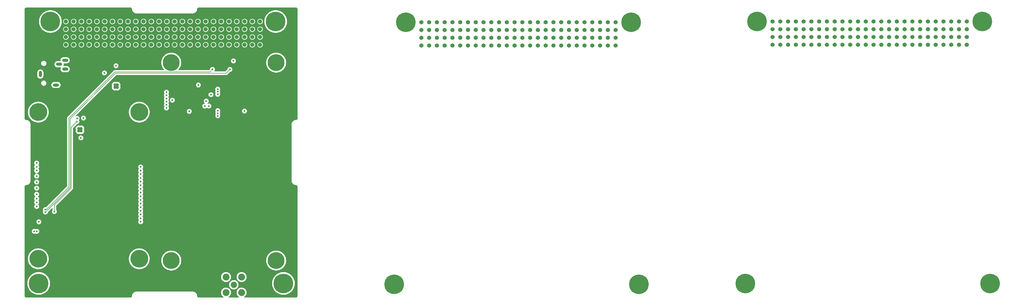
<source format=gbr>
%TF.GenerationSoftware,KiCad,Pcbnew,9.0.3*%
%TF.CreationDate,2025-07-26T14:09:02-04:00*%
%TF.ProjectId,Avionics,4176696f-6e69-4637-932e-6b696361645f,V0.8*%
%TF.SameCoordinates,Original*%
%TF.FileFunction,Copper,L3,Inr*%
%TF.FilePolarity,Positive*%
%FSLAX46Y46*%
G04 Gerber Fmt 4.6, Leading zero omitted, Abs format (unit mm)*
G04 Created by KiCad (PCBNEW 9.0.3) date 2025-07-26 14:09:02*
%MOMM*%
%LPD*%
G01*
G04 APERTURE LIST*
%TA.AperFunction,ComponentPad*%
%ADD10C,1.365000*%
%TD*%
%TA.AperFunction,ComponentPad*%
%ADD11C,0.800000*%
%TD*%
%TA.AperFunction,ComponentPad*%
%ADD12C,6.400000*%
%TD*%
%TA.AperFunction,ComponentPad*%
%ADD13C,2.050000*%
%TD*%
%TA.AperFunction,ComponentPad*%
%ADD14C,2.250000*%
%TD*%
%TA.AperFunction,ComponentPad*%
%ADD15O,1.008000X2.016000*%
%TD*%
%TA.AperFunction,ComponentPad*%
%ADD16O,2.016000X1.008000*%
%TD*%
%TA.AperFunction,ComponentPad*%
%ADD17C,5.800000*%
%TD*%
%TA.AperFunction,ComponentPad*%
%ADD18C,5.500000*%
%TD*%
%TA.AperFunction,ComponentPad*%
%ADD19C,1.016000*%
%TD*%
%TA.AperFunction,ViaPad*%
%ADD20C,0.600000*%
%TD*%
%TA.AperFunction,Conductor*%
%ADD21C,0.200000*%
%TD*%
G04 APERTURE END LIST*
D10*
%TO.N,/OBC/CAN_A_L*%
%TO.C,H1OBC1*%
X70787499Y-47537699D03*
%TO.N,/OBC/CAN_B_L*%
X70787499Y-44997699D03*
%TO.N,/OBC/CAN_A_H*%
X73327499Y-47537699D03*
%TO.N,/OBC/CAN_B_H*%
X73327499Y-44997699D03*
%TO.N,/OBC/UART_A_TX*%
X75867499Y-47537699D03*
%TO.N,/OBC/UART_B_TX*%
X75867499Y-44997699D03*
%TO.N,/OBC/UART_A_RX*%
X78407499Y-47537699D03*
%TO.N,/OBC/UART_B_RX*%
X78407499Y-44997699D03*
%TO.N,unconnected-(H1OBC1-Pad9)*%
X80947499Y-47537699D03*
%TO.N,unconnected-(H1OBC1-Pad10)*%
X80947499Y-44997699D03*
%TO.N,unconnected-(H1OBC1-Pad11)*%
X83487499Y-47537699D03*
%TO.N,unconnected-(H1OBC1-Pad12)*%
X83487499Y-44997699D03*
%TO.N,/OBC/UART_C_TX*%
X86027499Y-47537699D03*
%TO.N,unconnected-(H1OBC1-Pad14)*%
X86027499Y-44997699D03*
%TO.N,/OBC/UART_C_RX*%
X88567499Y-47537699D03*
%TO.N,unconnected-(H1OBC1-Pad16)*%
X88567499Y-44997699D03*
%TO.N,unconnected-(H1OBC1-Pad17)*%
X91107499Y-47537699D03*
%TO.N,unconnected-(H1OBC1-Pad18)*%
X91107499Y-44997699D03*
%TO.N,unconnected-(H1OBC1-Pad19)*%
X93647499Y-47537699D03*
%TO.N,unconnected-(H1OBC1-Pad20)*%
X93647499Y-44997699D03*
%TO.N,unconnected-(H1OBC1-Pad21)*%
X96187499Y-47537699D03*
%TO.N,/OBC/UART_COMM_TX*%
X96187499Y-44997699D03*
%TO.N,unconnected-(H1OBC1-Pad23)*%
X98727499Y-47537699D03*
%TO.N,/OBC/UART_COMM_RX*%
X98727499Y-44997699D03*
%TO.N,/OBC/5V_PERM*%
X101267499Y-47537699D03*
X101267499Y-44997699D03*
%TO.N,unconnected-(H1OBC1-Pad27)*%
X103807499Y-47537699D03*
%TO.N,unconnected-(H1OBC1-Pad28)*%
X103807499Y-44997699D03*
%TO.N,GND*%
X106347499Y-47537699D03*
X106347499Y-44997699D03*
X108887499Y-47537699D03*
X108887499Y-44997699D03*
%TO.N,unconnected-(H1OBC1-Pad33)*%
X111427499Y-47537699D03*
%TO.N,unconnected-(H1OBC1-Pad34)*%
X111427499Y-44997699D03*
%TO.N,unconnected-(H1OBC1-Pad35)*%
X113967499Y-47537699D03*
%TO.N,unconnected-(H1OBC1-Pad36)*%
X113967499Y-44997699D03*
%TO.N,unconnected-(H1OBC1-Pad37)*%
X116507499Y-47537699D03*
%TO.N,/OBC/UART_DATA_TX*%
X116507499Y-44997699D03*
%TO.N,unconnected-(H1OBC1-Pad39)*%
X119047499Y-47537699D03*
%TO.N,/OBC/UART_DATA_RX*%
X119047499Y-44997699D03*
%TO.N,unconnected-(H1OBC1-Pad41)*%
X121587499Y-47537699D03*
%TO.N,/OBC/UART_F_TX*%
X121587499Y-44997699D03*
%TO.N,unconnected-(H1OBC1-Pad43)*%
X124127499Y-47537699D03*
%TO.N,/OBC/UART_F_RX*%
X124127499Y-44997699D03*
%TO.N,/OBC/ENA_PWR_1*%
X126667499Y-47537699D03*
%TO.N,+5V_MPU*%
X126667499Y-44997699D03*
%TO.N,/OBC/ENA_PWR_2*%
X129207499Y-47537699D03*
%TO.N,+5V_GNSS*%
X129207499Y-44997699D03*
%TO.N,/OBC/ENA_PWR_3*%
X131747499Y-47537699D03*
%TO.N,/OBC/PWR_3*%
X131747499Y-44997699D03*
%TO.N,/OBC/ENA_PWR_4*%
X134287499Y-47537699D03*
%TO.N,/OBC/PWR_4*%
X134287499Y-44997699D03*
%TD*%
D11*
%TO.N,GND*%
%TO.C,MH9*%
X179487499Y-40187699D03*
X180190443Y-38490643D03*
X180190443Y-41884755D03*
X181887499Y-37787699D03*
D12*
X181887499Y-40187699D03*
D11*
X181887499Y-42587699D03*
X183584555Y-38490643D03*
X183584555Y-41884755D03*
X184287499Y-40187699D03*
%TD*%
%TO.N,GND*%
%TO.C,MH10*%
X253147499Y-40187699D03*
X253850443Y-38490643D03*
X253850443Y-41884755D03*
X255547499Y-37787699D03*
D12*
X255547499Y-40187699D03*
D11*
X255547499Y-42587699D03*
X257244555Y-38490643D03*
X257244555Y-41884755D03*
X257947499Y-40187699D03*
%TD*%
%TO.N,GND*%
%TO.C,MH12*%
X175677499Y-125912699D03*
X176380443Y-124215643D03*
X176380443Y-127609755D03*
X178077499Y-123512699D03*
D12*
X178077499Y-125912699D03*
D11*
X178077499Y-128312699D03*
X179774555Y-124215643D03*
X179774555Y-127609755D03*
X180477499Y-125912699D03*
%TD*%
D10*
%TO.N,unconnected-(H2OBC1-Pad1)*%
%TO.C,H2OBC1*%
X301767499Y-42477699D03*
%TO.N,unconnected-(H2OBC1-Pad2)*%
X301767499Y-39937699D03*
%TO.N,unconnected-(H2OBC1-Pad3)*%
X304307499Y-42477699D03*
%TO.N,unconnected-(H2OBC1-Pad4)*%
X304307499Y-39937699D03*
%TO.N,unconnected-(H2OBC1-Pad5)*%
X306847499Y-42477699D03*
%TO.N,unconnected-(H2OBC1-Pad6)*%
X306847499Y-39937699D03*
%TO.N,unconnected-(H2OBC1-Pad7)*%
X309387499Y-42477699D03*
%TO.N,unconnected-(H2OBC1-Pad8)*%
X309387499Y-39937699D03*
%TO.N,unconnected-(H2OBC1-Pad9)*%
X311927499Y-42477699D03*
%TO.N,unconnected-(H2OBC1-Pad10)*%
X311927499Y-39937699D03*
%TO.N,unconnected-(H2OBC1-Pad11)*%
X314467499Y-42477699D03*
%TO.N,unconnected-(H2OBC1-Pad12)*%
X314467499Y-39937699D03*
%TO.N,unconnected-(H2OBC1-Pad13)*%
X317007499Y-42477699D03*
%TO.N,unconnected-(H2OBC1-Pad14)*%
X317007499Y-39937699D03*
%TO.N,unconnected-(H2OBC1-Pad15)*%
X319547499Y-42477699D03*
%TO.N,unconnected-(H2OBC1-Pad16)*%
X319547499Y-39937699D03*
%TO.N,unconnected-(H2OBC1-Pad17)*%
X322087499Y-42477699D03*
%TO.N,unconnected-(H2OBC1-Pad18)*%
X322087499Y-39937699D03*
%TO.N,unconnected-(H2OBC1-Pad19)*%
X324627499Y-42477699D03*
%TO.N,unconnected-(H2OBC1-Pad20)*%
X324627499Y-39937699D03*
%TO.N,unconnected-(H2OBC1-Pad21)*%
X327167499Y-42477699D03*
%TO.N,unconnected-(H2OBC1-Pad22)*%
X327167499Y-39937699D03*
%TO.N,unconnected-(H2OBC1-Pad23)*%
X329707499Y-42477699D03*
%TO.N,unconnected-(H2OBC1-Pad24)*%
X329707499Y-39937699D03*
%TO.N,/OBC/5V_PERM*%
X332247499Y-42477699D03*
X332247499Y-39937699D03*
%TO.N,unconnected-(H2OBC1-Pad27)*%
X334787499Y-42477699D03*
%TO.N,unconnected-(H2OBC1-Pad28)*%
X334787499Y-39937699D03*
%TO.N,GND*%
X337327499Y-42477699D03*
X337327499Y-39937699D03*
X339867499Y-42477699D03*
X339867499Y-39937699D03*
%TO.N,/OBC/ENA_PWR_5*%
X342407499Y-42477699D03*
%TO.N,/OBC/PWR_5*%
X342407499Y-39937699D03*
%TO.N,/OBC/ENA_PWR_6*%
X344947499Y-42477699D03*
%TO.N,/OBC/PWR_6*%
X344947499Y-39937699D03*
%TO.N,/OBC/ENA_PWR_7*%
X347487499Y-42477699D03*
%TO.N,/OBC/PWR_7*%
X347487499Y-39937699D03*
%TO.N,/OBC/ENA_PWR_8*%
X350027499Y-42477699D03*
%TO.N,/OBC/PWR_8*%
X350027499Y-39937699D03*
%TO.N,unconnected-(H2OBC1-Pad41)*%
X352567499Y-42477699D03*
%TO.N,unconnected-(H2OBC1-Pad42)*%
X352567499Y-39937699D03*
%TO.N,/OBC/CHARGE*%
X355107499Y-42477699D03*
X355107499Y-39937699D03*
%TO.N,/OBC/BATT*%
X357647499Y-42477699D03*
X357647499Y-39937699D03*
%TO.N,/OBC/RBF_A*%
X360187499Y-42477699D03*
%TO.N,/OBC/DS_A*%
X360187499Y-39937699D03*
%TO.N,/OBC/RBF_B*%
X362727499Y-42477699D03*
%TO.N,/OBC/DS_B*%
X362727499Y-39937699D03*
%TO.N,/OBC/RBF_C*%
X365267499Y-42477699D03*
%TO.N,/OBC/DS_C*%
X365267499Y-39937699D03*
%TD*%
D11*
%TO.N,GND*%
%TO.C,MH11*%
X255687499Y-125912699D03*
X256390443Y-124215643D03*
X256390443Y-127609755D03*
X258087499Y-123512699D03*
D12*
X258087499Y-125912699D03*
D11*
X258087499Y-128312699D03*
X259784555Y-124215643D03*
X259784555Y-127609755D03*
X260487499Y-125912699D03*
%TD*%
D10*
%TO.N,unconnected-(H2OBC1-Pad1)*%
%TO.C,H2OBC1*%
X70787499Y-42457699D03*
%TO.N,unconnected-(H2OBC1-Pad2)*%
X70787499Y-39917699D03*
%TO.N,unconnected-(H2OBC1-Pad3)*%
X73327499Y-42457699D03*
%TO.N,unconnected-(H2OBC1-Pad4)*%
X73327499Y-39917699D03*
%TO.N,unconnected-(H2OBC1-Pad5)*%
X75867499Y-42457699D03*
%TO.N,unconnected-(H2OBC1-Pad6)*%
X75867499Y-39917699D03*
%TO.N,unconnected-(H2OBC1-Pad7)*%
X78407499Y-42457699D03*
%TO.N,unconnected-(H2OBC1-Pad8)*%
X78407499Y-39917699D03*
%TO.N,unconnected-(H2OBC1-Pad9)*%
X80947499Y-42457699D03*
%TO.N,unconnected-(H2OBC1-Pad10)*%
X80947499Y-39917699D03*
%TO.N,unconnected-(H2OBC1-Pad11)*%
X83487499Y-42457699D03*
%TO.N,unconnected-(H2OBC1-Pad12)*%
X83487499Y-39917699D03*
%TO.N,unconnected-(H2OBC1-Pad13)*%
X86027499Y-42457699D03*
%TO.N,unconnected-(H2OBC1-Pad14)*%
X86027499Y-39917699D03*
%TO.N,unconnected-(H2OBC1-Pad15)*%
X88567499Y-42457699D03*
%TO.N,unconnected-(H2OBC1-Pad16)*%
X88567499Y-39917699D03*
%TO.N,unconnected-(H2OBC1-Pad17)*%
X91107499Y-42457699D03*
%TO.N,unconnected-(H2OBC1-Pad18)*%
X91107499Y-39917699D03*
%TO.N,unconnected-(H2OBC1-Pad19)*%
X93647499Y-42457699D03*
%TO.N,unconnected-(H2OBC1-Pad20)*%
X93647499Y-39917699D03*
%TO.N,unconnected-(H2OBC1-Pad21)*%
X96187499Y-42457699D03*
%TO.N,unconnected-(H2OBC1-Pad22)*%
X96187499Y-39917699D03*
%TO.N,unconnected-(H2OBC1-Pad23)*%
X98727499Y-42457699D03*
%TO.N,unconnected-(H2OBC1-Pad24)*%
X98727499Y-39917699D03*
%TO.N,/OBC/5V_PERM*%
X101267499Y-42457699D03*
X101267499Y-39917699D03*
%TO.N,unconnected-(H2OBC1-Pad27)*%
X103807499Y-42457699D03*
%TO.N,unconnected-(H2OBC1-Pad28)*%
X103807499Y-39917699D03*
%TO.N,GND*%
X106347499Y-42457699D03*
X106347499Y-39917699D03*
X108887499Y-42457699D03*
X108887499Y-39917699D03*
%TO.N,/OBC/ENA_PWR_5*%
X111427499Y-42457699D03*
%TO.N,/OBC/PWR_5*%
X111427499Y-39917699D03*
%TO.N,/OBC/ENA_PWR_6*%
X113967499Y-42457699D03*
%TO.N,/OBC/PWR_6*%
X113967499Y-39917699D03*
%TO.N,/OBC/ENA_PWR_7*%
X116507499Y-42457699D03*
%TO.N,/OBC/PWR_7*%
X116507499Y-39917699D03*
%TO.N,/OBC/ENA_PWR_8*%
X119047499Y-42457699D03*
%TO.N,/OBC/PWR_8*%
X119047499Y-39917699D03*
%TO.N,unconnected-(H2OBC1-Pad41)*%
X121587499Y-42457699D03*
%TO.N,unconnected-(H2OBC1-Pad42)*%
X121587499Y-39917699D03*
%TO.N,/OBC/CHARGE*%
X124127499Y-42457699D03*
X124127499Y-39917699D03*
%TO.N,/OBC/BATT*%
X126667499Y-42457699D03*
X126667499Y-39917699D03*
%TO.N,/OBC/RBF_A*%
X129207499Y-42457699D03*
%TO.N,/OBC/DS_A*%
X129207499Y-39917699D03*
%TO.N,/OBC/RBF_B*%
X131747499Y-42457699D03*
%TO.N,/OBC/DS_B*%
X131747499Y-39917699D03*
%TO.N,/OBC/RBF_C*%
X134287499Y-42457699D03*
%TO.N,/OBC/DS_C*%
X134287499Y-39917699D03*
%TD*%
D11*
%TO.N,GND*%
%TO.C,MH6*%
X367947499Y-39937699D03*
X368650443Y-38240643D03*
X368650443Y-41634755D03*
X370347499Y-37537699D03*
D12*
X370347499Y-39937699D03*
D11*
X370347499Y-42337699D03*
X372044555Y-38240643D03*
X372044555Y-41634755D03*
X372747499Y-39937699D03*
%TD*%
D13*
%TO.N,Net-(AE1-A)*%
%TO.C,AE1*%
X125690000Y-126085000D03*
D14*
%TO.N,N/C*%
X123150000Y-123545000D03*
X123150000Y-128625000D03*
X128230000Y-123545000D03*
X128230000Y-128625000D03*
%TD*%
D11*
%TO.N,GND*%
%TO.C,MH8*%
X290477499Y-125662699D03*
X291180443Y-123965643D03*
X291180443Y-127359755D03*
X292877499Y-123262699D03*
D12*
X292877499Y-125662699D03*
D11*
X292877499Y-128062699D03*
X294574555Y-123965643D03*
X294574555Y-127359755D03*
X295277499Y-125662699D03*
%TD*%
%TO.N,GND*%
%TO.C,MH1*%
X63307499Y-39917699D03*
X64010443Y-38220643D03*
X64010443Y-41614755D03*
X65707499Y-37517699D03*
D12*
X65707499Y-39917699D03*
D11*
X65707499Y-42317699D03*
X67404555Y-38220643D03*
X67404555Y-41614755D03*
X68107499Y-39917699D03*
%TD*%
%TO.N,GND*%
%TO.C,MH5*%
X294287499Y-39937699D03*
X294990443Y-38240643D03*
X294990443Y-41634755D03*
X296687499Y-37537699D03*
D12*
X296687499Y-39937699D03*
D11*
X296687499Y-42337699D03*
X298384555Y-38240643D03*
X298384555Y-41634755D03*
X299087499Y-39937699D03*
%TD*%
D10*
%TO.N,/OBC/CAN_A_L*%
%TO.C,H1OBC1*%
X186967499Y-47807699D03*
%TO.N,/OBC/CAN_B_L*%
X186967499Y-45267699D03*
%TO.N,/OBC/CAN_A_H*%
X189507499Y-47807699D03*
%TO.N,/OBC/CAN_B_H*%
X189507499Y-45267699D03*
%TO.N,/OBC/UART_A_TX*%
X192047499Y-47807699D03*
%TO.N,/OBC/UART_B_TX*%
X192047499Y-45267699D03*
%TO.N,/OBC/UART_A_RX*%
X194587499Y-47807699D03*
%TO.N,/OBC/UART_B_RX*%
X194587499Y-45267699D03*
%TO.N,unconnected-(H1OBC1-Pad9)*%
X197127499Y-47807699D03*
%TO.N,unconnected-(H1OBC1-Pad10)*%
X197127499Y-45267699D03*
%TO.N,unconnected-(H1OBC1-Pad11)*%
X199667499Y-47807699D03*
%TO.N,unconnected-(H1OBC1-Pad12)*%
X199667499Y-45267699D03*
%TO.N,/OBC/UART_C_TX*%
X202207499Y-47807699D03*
%TO.N,unconnected-(H1OBC1-Pad14)*%
X202207499Y-45267699D03*
%TO.N,/OBC/UART_C_RX*%
X204747499Y-47807699D03*
%TO.N,unconnected-(H1OBC1-Pad16)*%
X204747499Y-45267699D03*
%TO.N,unconnected-(H1OBC1-Pad17)*%
X207287499Y-47807699D03*
%TO.N,unconnected-(H1OBC1-Pad18)*%
X207287499Y-45267699D03*
%TO.N,unconnected-(H1OBC1-Pad19)*%
X209827499Y-47807699D03*
%TO.N,unconnected-(H1OBC1-Pad20)*%
X209827499Y-45267699D03*
%TO.N,unconnected-(H1OBC1-Pad21)*%
X212367499Y-47807699D03*
%TO.N,/OBC/UART_COMM_TX*%
X212367499Y-45267699D03*
%TO.N,unconnected-(H1OBC1-Pad23)*%
X214907499Y-47807699D03*
%TO.N,/OBC/UART_COMM_RX*%
X214907499Y-45267699D03*
%TO.N,/OBC/5V_PERM*%
X217447499Y-47807699D03*
X217447499Y-45267699D03*
%TO.N,unconnected-(H1OBC1-Pad27)*%
X219987499Y-47807699D03*
%TO.N,unconnected-(H1OBC1-Pad28)*%
X219987499Y-45267699D03*
%TO.N,GND*%
X222527499Y-47807699D03*
X222527499Y-45267699D03*
X225067499Y-47807699D03*
X225067499Y-45267699D03*
%TO.N,unconnected-(H1OBC1-Pad33)*%
X227607499Y-47807699D03*
%TO.N,unconnected-(H1OBC1-Pad34)*%
X227607499Y-45267699D03*
%TO.N,unconnected-(H1OBC1-Pad35)*%
X230147499Y-47807699D03*
%TO.N,unconnected-(H1OBC1-Pad36)*%
X230147499Y-45267699D03*
%TO.N,unconnected-(H1OBC1-Pad37)*%
X232687499Y-47807699D03*
%TO.N,/OBC/UART_DATA_TX*%
X232687499Y-45267699D03*
%TO.N,unconnected-(H1OBC1-Pad39)*%
X235227499Y-47807699D03*
%TO.N,/OBC/UART_DATA_RX*%
X235227499Y-45267699D03*
%TO.N,unconnected-(H1OBC1-Pad41)*%
X237767499Y-47807699D03*
%TO.N,/OBC/UART_F_TX*%
X237767499Y-45267699D03*
%TO.N,unconnected-(H1OBC1-Pad43)*%
X240307499Y-47807699D03*
%TO.N,/OBC/UART_F_RX*%
X240307499Y-45267699D03*
%TO.N,/OBC/ENA_PWR_1*%
X242847499Y-47807699D03*
%TO.N,+5V_MPU*%
X242847499Y-45267699D03*
%TO.N,/OBC/ENA_PWR_2*%
X245387499Y-47807699D03*
%TO.N,+5V_GNSS*%
X245387499Y-45267699D03*
%TO.N,/OBC/ENA_PWR_3*%
X247927499Y-47807699D03*
%TO.N,/OBC/PWR_3*%
X247927499Y-45267699D03*
%TO.N,/OBC/ENA_PWR_4*%
X250467499Y-47807699D03*
%TO.N,/OBC/PWR_4*%
X250467499Y-45267699D03*
%TD*%
D15*
%TO.N,GND*%
%TO.C,J1*%
X62450000Y-57100000D03*
D16*
%TO.N,Net-(U1-RXD1)*%
X70550000Y-55500000D03*
%TO.N,Net-(U1-TXD1)*%
X67550000Y-60700000D03*
%TO.N,unconnected-(J1-Pad4)*%
X68550000Y-53900000D03*
%TO.N,unconnected-(J1-Pad5)*%
X70550000Y-52600000D03*
%TD*%
D17*
%TO.N,N/C*%
%TO.C,Module1*%
X61760000Y-117575000D03*
X61760000Y-69575000D03*
X94760000Y-117575000D03*
X94760000Y-69575000D03*
%TD*%
D11*
%TO.N,GND*%
%TO.C,MH4*%
X59497499Y-125642699D03*
X60200443Y-123945643D03*
X60200443Y-127339755D03*
X61897499Y-123242699D03*
D12*
X61897499Y-125642699D03*
D11*
X61897499Y-128042699D03*
X63594555Y-123945643D03*
X63594555Y-127339755D03*
X64297499Y-125642699D03*
%TD*%
D10*
%TO.N,unconnected-(H2OBC1-Pad1)*%
%TO.C,H2OBC1*%
X186967499Y-42727699D03*
%TO.N,unconnected-(H2OBC1-Pad2)*%
X186967499Y-40187699D03*
%TO.N,unconnected-(H2OBC1-Pad3)*%
X189507499Y-42727699D03*
%TO.N,unconnected-(H2OBC1-Pad4)*%
X189507499Y-40187699D03*
%TO.N,unconnected-(H2OBC1-Pad5)*%
X192047499Y-42727699D03*
%TO.N,unconnected-(H2OBC1-Pad6)*%
X192047499Y-40187699D03*
%TO.N,unconnected-(H2OBC1-Pad7)*%
X194587499Y-42727699D03*
%TO.N,unconnected-(H2OBC1-Pad8)*%
X194587499Y-40187699D03*
%TO.N,unconnected-(H2OBC1-Pad9)*%
X197127499Y-42727699D03*
%TO.N,unconnected-(H2OBC1-Pad10)*%
X197127499Y-40187699D03*
%TO.N,unconnected-(H2OBC1-Pad11)*%
X199667499Y-42727699D03*
%TO.N,unconnected-(H2OBC1-Pad12)*%
X199667499Y-40187699D03*
%TO.N,unconnected-(H2OBC1-Pad13)*%
X202207499Y-42727699D03*
%TO.N,unconnected-(H2OBC1-Pad14)*%
X202207499Y-40187699D03*
%TO.N,unconnected-(H2OBC1-Pad15)*%
X204747499Y-42727699D03*
%TO.N,unconnected-(H2OBC1-Pad16)*%
X204747499Y-40187699D03*
%TO.N,unconnected-(H2OBC1-Pad17)*%
X207287499Y-42727699D03*
%TO.N,unconnected-(H2OBC1-Pad18)*%
X207287499Y-40187699D03*
%TO.N,unconnected-(H2OBC1-Pad19)*%
X209827499Y-42727699D03*
%TO.N,unconnected-(H2OBC1-Pad20)*%
X209827499Y-40187699D03*
%TO.N,unconnected-(H2OBC1-Pad21)*%
X212367499Y-42727699D03*
%TO.N,unconnected-(H2OBC1-Pad22)*%
X212367499Y-40187699D03*
%TO.N,unconnected-(H2OBC1-Pad23)*%
X214907499Y-42727699D03*
%TO.N,unconnected-(H2OBC1-Pad24)*%
X214907499Y-40187699D03*
%TO.N,/OBC/5V_PERM*%
X217447499Y-42727699D03*
X217447499Y-40187699D03*
%TO.N,unconnected-(H2OBC1-Pad27)*%
X219987499Y-42727699D03*
%TO.N,unconnected-(H2OBC1-Pad28)*%
X219987499Y-40187699D03*
%TO.N,GND*%
X222527499Y-42727699D03*
X222527499Y-40187699D03*
X225067499Y-42727699D03*
X225067499Y-40187699D03*
%TO.N,/OBC/ENA_PWR_5*%
X227607499Y-42727699D03*
%TO.N,/OBC/PWR_5*%
X227607499Y-40187699D03*
%TO.N,/OBC/ENA_PWR_6*%
X230147499Y-42727699D03*
%TO.N,/OBC/PWR_6*%
X230147499Y-40187699D03*
%TO.N,/OBC/ENA_PWR_7*%
X232687499Y-42727699D03*
%TO.N,/OBC/PWR_7*%
X232687499Y-40187699D03*
%TO.N,/OBC/ENA_PWR_8*%
X235227499Y-42727699D03*
%TO.N,/OBC/PWR_8*%
X235227499Y-40187699D03*
%TO.N,unconnected-(H2OBC1-Pad41)*%
X237767499Y-42727699D03*
%TO.N,unconnected-(H2OBC1-Pad42)*%
X237767499Y-40187699D03*
%TO.N,/OBC/CHARGE*%
X240307499Y-42727699D03*
X240307499Y-40187699D03*
%TO.N,/OBC/BATT*%
X242847499Y-42727699D03*
X242847499Y-40187699D03*
%TO.N,/OBC/RBF_A*%
X245387499Y-42727699D03*
%TO.N,/OBC/DS_A*%
X245387499Y-40187699D03*
%TO.N,/OBC/RBF_B*%
X247927499Y-42727699D03*
%TO.N,/OBC/DS_B*%
X247927499Y-40187699D03*
%TO.N,/OBC/RBF_C*%
X250467499Y-42727699D03*
%TO.N,/OBC/DS_C*%
X250467499Y-40187699D03*
%TD*%
D11*
%TO.N,GND*%
%TO.C,MH2*%
X136967499Y-39917699D03*
X137670443Y-38220643D03*
X137670443Y-41614755D03*
X139367499Y-37517699D03*
D12*
X139367499Y-39917699D03*
D11*
X139367499Y-42317699D03*
X141064555Y-38220643D03*
X141064555Y-41614755D03*
X141767499Y-39917699D03*
%TD*%
%TO.N,GND*%
%TO.C,MH3*%
X139507499Y-125642699D03*
X140210443Y-123945643D03*
X140210443Y-127339755D03*
X141907499Y-123242699D03*
D12*
X141907499Y-125642699D03*
D11*
X141907499Y-128042699D03*
X143604555Y-123945643D03*
X143604555Y-127339755D03*
X144307499Y-125642699D03*
%TD*%
%TO.N,GND*%
%TO.C,MH7*%
X370487499Y-125662699D03*
X371190443Y-123965643D03*
X371190443Y-127359755D03*
X372887499Y-123262699D03*
D12*
X372887499Y-125662699D03*
D11*
X372887499Y-128062699D03*
X374584555Y-123965643D03*
X374584555Y-127359755D03*
X375287499Y-125662699D03*
%TD*%
D10*
%TO.N,/OBC/CAN_A_L*%
%TO.C,H1OBC1*%
X301767499Y-47557699D03*
%TO.N,/OBC/CAN_B_L*%
X301767499Y-45017699D03*
%TO.N,/OBC/CAN_A_H*%
X304307499Y-47557699D03*
%TO.N,/OBC/CAN_B_H*%
X304307499Y-45017699D03*
%TO.N,/OBC/UART_A_TX*%
X306847499Y-47557699D03*
%TO.N,/OBC/UART_B_TX*%
X306847499Y-45017699D03*
%TO.N,/OBC/UART_A_RX*%
X309387499Y-47557699D03*
%TO.N,/OBC/UART_B_RX*%
X309387499Y-45017699D03*
%TO.N,unconnected-(H1OBC1-Pad9)*%
X311927499Y-47557699D03*
%TO.N,unconnected-(H1OBC1-Pad10)*%
X311927499Y-45017699D03*
%TO.N,unconnected-(H1OBC1-Pad11)*%
X314467499Y-47557699D03*
%TO.N,unconnected-(H1OBC1-Pad12)*%
X314467499Y-45017699D03*
%TO.N,/OBC/UART_C_TX*%
X317007499Y-47557699D03*
%TO.N,unconnected-(H1OBC1-Pad14)*%
X317007499Y-45017699D03*
%TO.N,/OBC/UART_C_RX*%
X319547499Y-47557699D03*
%TO.N,unconnected-(H1OBC1-Pad16)*%
X319547499Y-45017699D03*
%TO.N,unconnected-(H1OBC1-Pad17)*%
X322087499Y-47557699D03*
%TO.N,unconnected-(H1OBC1-Pad18)*%
X322087499Y-45017699D03*
%TO.N,unconnected-(H1OBC1-Pad19)*%
X324627499Y-47557699D03*
%TO.N,unconnected-(H1OBC1-Pad20)*%
X324627499Y-45017699D03*
%TO.N,unconnected-(H1OBC1-Pad21)*%
X327167499Y-47557699D03*
%TO.N,/OBC/UART_COMM_TX*%
X327167499Y-45017699D03*
%TO.N,unconnected-(H1OBC1-Pad23)*%
X329707499Y-47557699D03*
%TO.N,/OBC/UART_COMM_RX*%
X329707499Y-45017699D03*
%TO.N,/OBC/5V_PERM*%
X332247499Y-47557699D03*
X332247499Y-45017699D03*
%TO.N,unconnected-(H1OBC1-Pad27)*%
X334787499Y-47557699D03*
%TO.N,unconnected-(H1OBC1-Pad28)*%
X334787499Y-45017699D03*
%TO.N,GND*%
X337327499Y-47557699D03*
X337327499Y-45017699D03*
X339867499Y-47557699D03*
X339867499Y-45017699D03*
%TO.N,unconnected-(H1OBC1-Pad33)*%
X342407499Y-47557699D03*
%TO.N,unconnected-(H1OBC1-Pad34)*%
X342407499Y-45017699D03*
%TO.N,unconnected-(H1OBC1-Pad35)*%
X344947499Y-47557699D03*
%TO.N,unconnected-(H1OBC1-Pad36)*%
X344947499Y-45017699D03*
%TO.N,unconnected-(H1OBC1-Pad37)*%
X347487499Y-47557699D03*
%TO.N,/OBC/UART_DATA_TX*%
X347487499Y-45017699D03*
%TO.N,unconnected-(H1OBC1-Pad39)*%
X350027499Y-47557699D03*
%TO.N,/OBC/UART_DATA_RX*%
X350027499Y-45017699D03*
%TO.N,unconnected-(H1OBC1-Pad41)*%
X352567499Y-47557699D03*
%TO.N,/OBC/UART_F_TX*%
X352567499Y-45017699D03*
%TO.N,unconnected-(H1OBC1-Pad43)*%
X355107499Y-47557699D03*
%TO.N,/OBC/UART_F_RX*%
X355107499Y-45017699D03*
%TO.N,/OBC/ENA_PWR_1*%
X357647499Y-47557699D03*
%TO.N,+5V_MPU*%
X357647499Y-45017699D03*
%TO.N,/OBC/ENA_PWR_2*%
X360187499Y-47557699D03*
%TO.N,+5V_GNSS*%
X360187499Y-45017699D03*
%TO.N,/OBC/ENA_PWR_3*%
X362727499Y-47557699D03*
%TO.N,/OBC/PWR_3*%
X362727499Y-45017699D03*
%TO.N,/OBC/ENA_PWR_4*%
X365267499Y-47557699D03*
%TO.N,/OBC/PWR_4*%
X365267499Y-45017699D03*
%TD*%
D18*
%TO.N,unconnected-(U1-NC-Pad1)*%
%TO.C,U1*%
X105240000Y-53380000D03*
%TO.N,/OBC/+5V_OEM719B*%
X105240000Y-118150000D03*
%TO.N,unconnected-(U1-USB_D--Pad3)*%
X139530000Y-53380000D03*
%TO.N,unconnected-(U1-USB_D+{slash}RXD3-Pad4)*%
X139530000Y-118150000D03*
%TD*%
D19*
%TO.N,N/C*%
%TO.C,U2*%
X86831299Y-61470500D03*
X87618699Y-61470500D03*
X86831299Y-60683100D03*
X87618699Y-60683100D03*
%TD*%
%TO.N,N/C*%
%TO.C,U4*%
X75000000Y-75737400D03*
X75787400Y-75737400D03*
X75000000Y-74950000D03*
X75787400Y-74950000D03*
%TD*%
D20*
%TO.N,/OBC/CAN_A_H*%
X76518699Y-71516900D03*
%TO.N,/OBC/CAN_B_H*%
X87175000Y-54400000D03*
%TO.N,/OBC/CAN_A_L*%
X74468699Y-71616900D03*
%TO.N,/OBC/CAN_B_L*%
X83400000Y-56750000D03*
%TO.N,+3V3*%
X67025000Y-102125000D03*
X74400000Y-72650000D03*
%TO.N,GND*%
X95250000Y-89900000D03*
X95250000Y-104300000D03*
X61250000Y-92450000D03*
X125550000Y-52800000D03*
X61950000Y-105475000D03*
X95250000Y-87500000D03*
X95250000Y-105450000D03*
X61250000Y-86250000D03*
X61250000Y-88700000D03*
X61250000Y-99050000D03*
X120425000Y-63725000D03*
X95250000Y-91100000D03*
X95250000Y-100700000D03*
X95250000Y-92300000D03*
X61250000Y-100450000D03*
X120450000Y-69100000D03*
X95250000Y-103100000D03*
X120450000Y-70775000D03*
X61250000Y-90500000D03*
X95250000Y-97100000D03*
X95250000Y-88700000D03*
X95250000Y-95900000D03*
X95250000Y-94700000D03*
X95250000Y-98300000D03*
X61250000Y-94450000D03*
X95250000Y-101900000D03*
X61250000Y-87475000D03*
X61250000Y-97900000D03*
X120450000Y-69937500D03*
X120425000Y-62887500D03*
X120425000Y-62050000D03*
X95250000Y-99500000D03*
X117525000Y-67571982D03*
X61250000Y-96450000D03*
X75700000Y-78000000D03*
X95250000Y-93500000D03*
%TO.N,/OBC/SCL0*%
X64100000Y-101450000D03*
X118700000Y-55600000D03*
%TO.N,/OBC/SDA0*%
X124400000Y-55600000D03*
X64099351Y-102299178D03*
%TO.N,Net-(U6-FB)*%
X116675000Y-65950000D03*
X111125000Y-69325000D03*
%TO.N,Net-(U6-EN)*%
X129175000Y-69225000D03*
X116190836Y-67603169D03*
%TO.N,Net-(U6-SYNC_FSEL)*%
X114100000Y-60700000D03*
X118209837Y-63863693D03*
%TO.N,+5V_CM4*%
X116750000Y-51425000D03*
X60550000Y-102500000D03*
X60550000Y-101700000D03*
X116750000Y-50275000D03*
X60550000Y-103250000D03*
X75068699Y-79000000D03*
X58900000Y-101700000D03*
X58900000Y-103300000D03*
X86899998Y-63651799D03*
X58900000Y-102500000D03*
X117500000Y-51425000D03*
X117125000Y-50850000D03*
X117500000Y-50275000D03*
%TO.N,Net-(Module1A-WiFi_nDisable)*%
X61300000Y-108575000D03*
%TO.N,Net-(Module1A-BT_nDisable)*%
X60450000Y-108575000D03*
%TO.N,/OBC/+5V_OEM719B*%
X103675000Y-65100000D03*
X103675000Y-67180000D03*
X103675000Y-66140000D03*
X103675000Y-63020000D03*
X103675000Y-64060000D03*
X105575000Y-65650000D03*
X103675000Y-68220000D03*
%TD*%
D21*
%TO.N,+3V3*%
X74400000Y-72650000D02*
X72550000Y-74500000D01*
X72550000Y-74500000D02*
X72550000Y-94415629D01*
X67025000Y-99940629D02*
X67025000Y-102125000D01*
X72550000Y-94415629D02*
X67025000Y-99940629D01*
%TO.N,/OBC/SCL0*%
X86853956Y-56431000D02*
X117869000Y-56431000D01*
X71748000Y-71536956D02*
X86853956Y-56431000D01*
X71748000Y-94083429D02*
X71748000Y-71536956D01*
X117869000Y-56431000D02*
X118700000Y-55600000D01*
X64381429Y-101450000D02*
X71748000Y-94083429D01*
X64100000Y-101450000D02*
X64381429Y-101450000D01*
%TO.N,/OBC/SDA0*%
X64701000Y-101698943D02*
X64701000Y-101697529D01*
X64348943Y-102051000D02*
X64701000Y-101698943D01*
X64347529Y-102051000D02*
X64348943Y-102051000D01*
X64701000Y-101697529D02*
X72149000Y-94249529D01*
X87002056Y-56850000D02*
X123150000Y-56850000D01*
X85566707Y-58285349D02*
X87002056Y-56850000D01*
X72149000Y-71703056D02*
X85566707Y-58285349D01*
X64099351Y-102299178D02*
X64347529Y-102051000D01*
X123150000Y-56850000D02*
X124400000Y-55600000D01*
X72149000Y-94249529D02*
X72149000Y-71703056D01*
%TD*%
%TA.AperFunction,Conductor*%
%TO.N,+5V_CM4*%
G36*
X91941059Y-35339260D02*
G01*
X92033799Y-35351469D01*
X92065066Y-35359847D01*
X92143915Y-35392507D01*
X92171949Y-35408692D01*
X92239662Y-35460650D01*
X92262552Y-35483540D01*
X92314505Y-35551247D01*
X92330690Y-35579280D01*
X92363351Y-35658131D01*
X92371729Y-35689397D01*
X92383938Y-35782124D01*
X92384999Y-35798307D01*
X92384999Y-35856092D01*
X92385000Y-35856098D01*
X92385001Y-35864743D01*
X92385001Y-35904557D01*
X92420778Y-36130444D01*
X92491450Y-36347954D01*
X92491451Y-36347957D01*
X92595285Y-36551739D01*
X92729707Y-36736757D01*
X92729711Y-36736762D01*
X92729712Y-36736763D01*
X92729713Y-36736764D01*
X92891434Y-36898485D01*
X93076461Y-37032915D01*
X93280241Y-37136746D01*
X93497754Y-37207421D01*
X93723645Y-37243199D01*
X93723646Y-37243199D01*
X112367357Y-37243199D01*
X112492847Y-37223322D01*
X112593244Y-37207422D01*
X112810757Y-37136747D01*
X113014537Y-37032916D01*
X113199565Y-36898486D01*
X113361286Y-36736765D01*
X113495716Y-36551737D01*
X113599547Y-36347957D01*
X113670222Y-36130444D01*
X113688316Y-36016199D01*
X113705999Y-35904557D01*
X113705999Y-35798325D01*
X113707060Y-35782139D01*
X113719270Y-35689398D01*
X113719270Y-35689397D01*
X113727648Y-35658131D01*
X113760309Y-35579280D01*
X113776494Y-35551247D01*
X113828453Y-35483532D01*
X113851332Y-35460653D01*
X113919049Y-35408692D01*
X113947078Y-35392509D01*
X114025932Y-35359847D01*
X114057199Y-35351470D01*
X114149942Y-35339260D01*
X114166127Y-35338199D01*
X114223892Y-35338199D01*
X145969107Y-35338199D01*
X146026874Y-35338199D01*
X146043059Y-35339260D01*
X146135799Y-35351469D01*
X146167066Y-35359847D01*
X146245915Y-35392507D01*
X146273949Y-35408692D01*
X146341662Y-35460650D01*
X146364552Y-35483540D01*
X146416505Y-35551247D01*
X146432690Y-35579280D01*
X146465351Y-35658131D01*
X146473729Y-35689397D01*
X146485938Y-35782124D01*
X146486999Y-35798311D01*
X146486999Y-71672274D01*
X146485938Y-71688460D01*
X146473728Y-71781200D01*
X146465350Y-71812467D01*
X146432689Y-71891317D01*
X146416505Y-71919349D01*
X146364551Y-71987059D01*
X146341659Y-72009951D01*
X146273949Y-72061905D01*
X146245917Y-72078089D01*
X146167067Y-72110750D01*
X146135800Y-72119128D01*
X146051394Y-72130240D01*
X146043058Y-72131338D01*
X146026874Y-72132399D01*
X145920645Y-72132399D01*
X145845348Y-72144325D01*
X145694752Y-72168177D01*
X145477242Y-72238849D01*
X145477239Y-72238850D01*
X145273460Y-72342682D01*
X145171862Y-72416498D01*
X145088433Y-72477113D01*
X145088431Y-72477115D01*
X145088430Y-72477115D01*
X144926715Y-72638830D01*
X144926715Y-72638831D01*
X144926713Y-72638833D01*
X144868979Y-72718295D01*
X144792282Y-72823860D01*
X144688450Y-73027639D01*
X144688449Y-73027642D01*
X144617777Y-73245152D01*
X144581999Y-73471045D01*
X144581999Y-92049517D01*
X144582001Y-92049546D01*
X144582001Y-92089357D01*
X144617778Y-92315244D01*
X144688450Y-92532754D01*
X144688451Y-92532757D01*
X144741710Y-92637281D01*
X144763054Y-92679172D01*
X144792285Y-92736539D01*
X144926707Y-92921557D01*
X144926711Y-92921562D01*
X144926712Y-92921563D01*
X144926713Y-92921564D01*
X145088434Y-93083285D01*
X145273461Y-93217715D01*
X145477241Y-93321546D01*
X145694754Y-93392221D01*
X145920645Y-93427999D01*
X145969107Y-93427999D01*
X146026874Y-93427999D01*
X146043059Y-93429060D01*
X146135799Y-93441269D01*
X146167066Y-93449647D01*
X146245915Y-93482307D01*
X146273949Y-93498492D01*
X146341662Y-93550450D01*
X146364552Y-93573340D01*
X146416505Y-93641047D01*
X146432690Y-93669080D01*
X146465351Y-93747931D01*
X146473729Y-93779197D01*
X146485938Y-93871924D01*
X146486999Y-93888111D01*
X146486999Y-129762074D01*
X146485938Y-129778255D01*
X146485938Y-129778260D01*
X146473728Y-129871000D01*
X146465350Y-129902267D01*
X146432689Y-129981117D01*
X146416505Y-130009149D01*
X146364551Y-130076859D01*
X146341659Y-130099751D01*
X146273949Y-130151705D01*
X146245917Y-130167889D01*
X146167067Y-130200550D01*
X146135800Y-130208928D01*
X146051394Y-130220040D01*
X146043058Y-130221138D01*
X146026874Y-130222199D01*
X129178742Y-130222199D01*
X129111703Y-130202514D01*
X129065948Y-130149710D01*
X129056004Y-130080552D01*
X129085029Y-130016996D01*
X129105857Y-129997881D01*
X129288935Y-129864867D01*
X129288933Y-129864867D01*
X129288942Y-129864862D01*
X129469862Y-129683942D01*
X129620252Y-129476947D01*
X129736410Y-129248975D01*
X129815474Y-129005639D01*
X129855500Y-128752930D01*
X129855500Y-128497070D01*
X129815474Y-128244361D01*
X129736410Y-128001025D01*
X129736410Y-128001024D01*
X129659330Y-127849748D01*
X129620252Y-127773053D01*
X129474860Y-127572937D01*
X129469867Y-127566064D01*
X129469863Y-127566059D01*
X129288940Y-127385136D01*
X129288935Y-127385132D01*
X129081950Y-127234750D01*
X129081949Y-127234749D01*
X129081947Y-127234748D01*
X129008910Y-127197533D01*
X128853975Y-127118589D01*
X128853972Y-127118588D01*
X128610640Y-127039526D01*
X128484284Y-127019513D01*
X128357930Y-126999500D01*
X128102070Y-126999500D01*
X128017833Y-127012842D01*
X127849359Y-127039526D01*
X127606027Y-127118588D01*
X127606024Y-127118589D01*
X127378049Y-127234750D01*
X127171064Y-127385132D01*
X127171059Y-127385136D01*
X126990136Y-127566059D01*
X126990132Y-127566064D01*
X126839750Y-127773049D01*
X126723589Y-128001024D01*
X126723588Y-128001027D01*
X126644526Y-128244359D01*
X126604500Y-128497070D01*
X126604500Y-128752930D01*
X126624513Y-128879284D01*
X126644526Y-129005640D01*
X126723588Y-129248972D01*
X126723589Y-129248975D01*
X126839750Y-129476950D01*
X126990132Y-129683935D01*
X126990136Y-129683940D01*
X127171059Y-129864863D01*
X127171064Y-129864867D01*
X127354143Y-129997881D01*
X127396809Y-130053210D01*
X127402788Y-130122824D01*
X127370183Y-130184619D01*
X127309344Y-130218976D01*
X127281258Y-130222199D01*
X124098742Y-130222199D01*
X124031703Y-130202514D01*
X123985948Y-130149710D01*
X123976004Y-130080552D01*
X124005029Y-130016996D01*
X124025857Y-129997881D01*
X124208935Y-129864867D01*
X124208933Y-129864867D01*
X124208942Y-129864862D01*
X124389862Y-129683942D01*
X124540252Y-129476947D01*
X124656410Y-129248975D01*
X124735474Y-129005639D01*
X124775500Y-128752930D01*
X124775500Y-128497070D01*
X124735474Y-128244361D01*
X124656410Y-128001025D01*
X124656410Y-128001024D01*
X124579330Y-127849748D01*
X124540252Y-127773053D01*
X124394860Y-127572937D01*
X124389867Y-127566064D01*
X124389863Y-127566059D01*
X124208940Y-127385136D01*
X124208935Y-127385132D01*
X124001950Y-127234750D01*
X124001949Y-127234749D01*
X124001947Y-127234748D01*
X123928910Y-127197533D01*
X123773975Y-127118589D01*
X123773972Y-127118588D01*
X123530640Y-127039526D01*
X123404284Y-127019513D01*
X123277930Y-126999500D01*
X123022070Y-126999500D01*
X122937833Y-127012842D01*
X122769359Y-127039526D01*
X122526027Y-127118588D01*
X122526024Y-127118589D01*
X122298049Y-127234750D01*
X122091064Y-127385132D01*
X122091059Y-127385136D01*
X121910136Y-127566059D01*
X121910132Y-127566064D01*
X121759750Y-127773049D01*
X121643589Y-128001024D01*
X121643588Y-128001027D01*
X121564526Y-128244359D01*
X121524500Y-128497070D01*
X121524500Y-128752930D01*
X121544513Y-128879284D01*
X121564526Y-129005640D01*
X121643588Y-129248972D01*
X121643589Y-129248975D01*
X121759750Y-129476950D01*
X121910132Y-129683935D01*
X121910136Y-129683940D01*
X122091059Y-129864863D01*
X122091064Y-129864867D01*
X122274143Y-129997881D01*
X122316809Y-130053210D01*
X122322788Y-130122824D01*
X122290183Y-130184619D01*
X122229344Y-130218976D01*
X122201258Y-130222199D01*
X114166127Y-130222199D01*
X114149942Y-130221138D01*
X114133520Y-130218976D01*
X114057198Y-130208927D01*
X114025932Y-130200549D01*
X113947081Y-130167888D01*
X113919048Y-130151703D01*
X113851339Y-130099749D01*
X113828451Y-130076861D01*
X113776494Y-130009149D01*
X113760310Y-129981117D01*
X113727649Y-129902267D01*
X113719271Y-129870998D01*
X113707062Y-129778255D01*
X113706001Y-129762071D01*
X113706001Y-129655845D01*
X113688318Y-129544199D01*
X113670223Y-129429953D01*
X113599548Y-129212440D01*
X113495717Y-129008660D01*
X113361286Y-128823632D01*
X113199565Y-128661912D01*
X113014537Y-128527481D01*
X112810757Y-128423651D01*
X112593244Y-128352976D01*
X112593242Y-128352975D01*
X112593241Y-128352975D01*
X112367357Y-128317199D01*
X112367352Y-128317199D01*
X112318891Y-128317199D01*
X93903891Y-128317199D01*
X93837998Y-128317199D01*
X93723645Y-128317199D01*
X93648348Y-128329125D01*
X93497752Y-128352977D01*
X93280242Y-128423649D01*
X93280239Y-128423650D01*
X93076460Y-128527482D01*
X92970895Y-128604179D01*
X92891433Y-128661913D01*
X92891431Y-128661915D01*
X92891430Y-128661915D01*
X92729715Y-128823630D01*
X92729715Y-128823631D01*
X92729713Y-128823633D01*
X92671979Y-128903095D01*
X92595282Y-129008660D01*
X92491450Y-129212439D01*
X92491449Y-129212442D01*
X92420777Y-129429952D01*
X92384999Y-129655845D01*
X92384999Y-129762074D01*
X92383938Y-129778255D01*
X92383938Y-129778260D01*
X92371728Y-129871000D01*
X92363350Y-129902267D01*
X92330689Y-129981117D01*
X92314505Y-130009149D01*
X92262551Y-130076859D01*
X92239659Y-130099751D01*
X92171949Y-130151705D01*
X92143917Y-130167889D01*
X92065067Y-130200550D01*
X92033800Y-130208928D01*
X91949394Y-130220040D01*
X91941058Y-130221138D01*
X91924874Y-130222199D01*
X57778127Y-130222199D01*
X57761942Y-130221138D01*
X57745520Y-130218976D01*
X57669198Y-130208927D01*
X57637932Y-130200549D01*
X57559081Y-130167888D01*
X57531048Y-130151703D01*
X57463339Y-130099749D01*
X57440451Y-130076861D01*
X57388494Y-130009149D01*
X57372310Y-129981117D01*
X57339649Y-129902267D01*
X57331271Y-129870998D01*
X57319060Y-129778240D01*
X57317999Y-129762056D01*
X57317999Y-125460908D01*
X58196999Y-125460908D01*
X58196999Y-125824489D01*
X58232636Y-126186329D01*
X58303563Y-126542911D01*
X58303566Y-126542922D01*
X58409113Y-126890864D01*
X58548253Y-127226777D01*
X58548255Y-127226782D01*
X58719639Y-127547419D01*
X58719650Y-127547437D01*
X58921639Y-127849734D01*
X58921649Y-127849748D01*
X59152306Y-128130805D01*
X59409392Y-128387891D01*
X59409397Y-128387895D01*
X59409398Y-128387896D01*
X59690455Y-128618553D01*
X59992767Y-128820552D01*
X59992776Y-128820557D01*
X59992778Y-128820558D01*
X60313415Y-128991942D01*
X60313417Y-128991942D01*
X60313423Y-128991946D01*
X60649335Y-129131085D01*
X60997266Y-129236629D01*
X60997272Y-129236630D01*
X60997275Y-129236631D01*
X60997286Y-129236634D01*
X61353868Y-129307561D01*
X61715705Y-129343199D01*
X61715708Y-129343199D01*
X62079290Y-129343199D01*
X62079293Y-129343199D01*
X62441130Y-129307561D01*
X62510544Y-129293753D01*
X62797711Y-129236634D01*
X62797722Y-129236631D01*
X62797722Y-129236630D01*
X62797732Y-129236629D01*
X63145663Y-129131085D01*
X63481575Y-128991946D01*
X63802231Y-128820552D01*
X64104543Y-128618553D01*
X64385600Y-128387896D01*
X64642696Y-128130800D01*
X64873353Y-127849743D01*
X65075352Y-127547431D01*
X65246746Y-127226775D01*
X65385885Y-126890863D01*
X65491429Y-126542932D01*
X65491431Y-126542922D01*
X65491434Y-126542911D01*
X65548553Y-126255744D01*
X65562361Y-126186330D01*
X65584166Y-125964941D01*
X124164500Y-125964941D01*
X124164500Y-126205058D01*
X124202063Y-126442222D01*
X124276265Y-126670593D01*
X124385276Y-126884536D01*
X124526414Y-127078796D01*
X124696204Y-127248586D01*
X124890464Y-127389724D01*
X124991543Y-127441226D01*
X125104406Y-127498734D01*
X125104408Y-127498734D01*
X125104411Y-127498736D01*
X125332778Y-127572937D01*
X125569941Y-127610500D01*
X125569942Y-127610500D01*
X125810058Y-127610500D01*
X125810059Y-127610500D01*
X126047222Y-127572937D01*
X126275589Y-127498736D01*
X126489536Y-127389724D01*
X126683796Y-127248586D01*
X126853586Y-127078796D01*
X126994724Y-126884536D01*
X127103736Y-126670589D01*
X127177937Y-126442222D01*
X127215500Y-126205059D01*
X127215500Y-125964941D01*
X127177937Y-125727778D01*
X127177936Y-125727774D01*
X127177936Y-125727773D01*
X127103736Y-125499411D01*
X127084118Y-125460908D01*
X138206999Y-125460908D01*
X138206999Y-125824489D01*
X138242636Y-126186329D01*
X138313563Y-126542911D01*
X138313566Y-126542922D01*
X138419113Y-126890864D01*
X138558253Y-127226777D01*
X138558255Y-127226782D01*
X138729639Y-127547419D01*
X138729650Y-127547437D01*
X138931639Y-127849734D01*
X138931649Y-127849748D01*
X139162306Y-128130805D01*
X139419392Y-128387891D01*
X139419397Y-128387895D01*
X139419398Y-128387896D01*
X139700455Y-128618553D01*
X140002767Y-128820552D01*
X140002776Y-128820557D01*
X140002778Y-128820558D01*
X140323415Y-128991942D01*
X140323417Y-128991942D01*
X140323423Y-128991946D01*
X140659335Y-129131085D01*
X141007266Y-129236629D01*
X141007272Y-129236630D01*
X141007275Y-129236631D01*
X141007286Y-129236634D01*
X141363868Y-129307561D01*
X141725705Y-129343199D01*
X141725708Y-129343199D01*
X142089290Y-129343199D01*
X142089293Y-129343199D01*
X142451130Y-129307561D01*
X142520544Y-129293753D01*
X142807711Y-129236634D01*
X142807722Y-129236631D01*
X142807722Y-129236630D01*
X142807732Y-129236629D01*
X143155663Y-129131085D01*
X143491575Y-128991946D01*
X143812231Y-128820552D01*
X144114543Y-128618553D01*
X144395600Y-128387896D01*
X144652696Y-128130800D01*
X144883353Y-127849743D01*
X145085352Y-127547431D01*
X145256746Y-127226775D01*
X145395885Y-126890863D01*
X145501429Y-126542932D01*
X145501431Y-126542922D01*
X145501434Y-126542911D01*
X145558553Y-126255744D01*
X145572361Y-126186330D01*
X145607999Y-125824493D01*
X145607999Y-125460905D01*
X145572361Y-125099068D01*
X145562881Y-125051410D01*
X145501434Y-124742486D01*
X145501431Y-124742475D01*
X145501430Y-124742472D01*
X145501429Y-124742466D01*
X145395885Y-124394535D01*
X145256746Y-124058623D01*
X145085352Y-123737967D01*
X144883353Y-123435655D01*
X144652696Y-123154598D01*
X144652695Y-123154597D01*
X144652691Y-123154592D01*
X144395605Y-122897506D01*
X144114548Y-122666849D01*
X144114547Y-122666848D01*
X144114543Y-122666845D01*
X143812231Y-122464846D01*
X143812226Y-122464843D01*
X143812219Y-122464839D01*
X143491582Y-122293455D01*
X143491577Y-122293453D01*
X143155664Y-122154313D01*
X142807722Y-122048766D01*
X142807711Y-122048763D01*
X142451129Y-121977836D01*
X142178610Y-121950995D01*
X142089293Y-121942199D01*
X141725705Y-121942199D01*
X141643178Y-121950327D01*
X141363868Y-121977836D01*
X141007286Y-122048763D01*
X141007275Y-122048766D01*
X140659333Y-122154313D01*
X140323420Y-122293453D01*
X140323415Y-122293455D01*
X140002778Y-122464839D01*
X140002760Y-122464850D01*
X139700463Y-122666839D01*
X139700449Y-122666849D01*
X139419392Y-122897506D01*
X139162306Y-123154592D01*
X138931649Y-123435649D01*
X138931639Y-123435663D01*
X138729650Y-123737960D01*
X138729639Y-123737978D01*
X138558255Y-124058615D01*
X138558253Y-124058620D01*
X138419113Y-124394533D01*
X138313566Y-124742475D01*
X138313563Y-124742486D01*
X138242636Y-125099068D01*
X138206999Y-125460908D01*
X127084118Y-125460908D01*
X126994723Y-125285463D01*
X126853586Y-125091204D01*
X126683796Y-124921414D01*
X126489536Y-124780276D01*
X126275593Y-124671265D01*
X126047222Y-124597063D01*
X125810059Y-124559500D01*
X125569941Y-124559500D01*
X125451359Y-124578281D01*
X125332777Y-124597063D01*
X125104406Y-124671265D01*
X124890463Y-124780276D01*
X124696201Y-124921416D01*
X124526416Y-125091201D01*
X124385276Y-125285463D01*
X124276265Y-125499406D01*
X124202063Y-125727777D01*
X124164500Y-125964941D01*
X65584166Y-125964941D01*
X65597999Y-125824493D01*
X65597999Y-125460905D01*
X65562361Y-125099068D01*
X65552881Y-125051410D01*
X65491434Y-124742486D01*
X65491431Y-124742475D01*
X65491430Y-124742472D01*
X65491429Y-124742466D01*
X65385885Y-124394535D01*
X65246746Y-124058623D01*
X65075352Y-123737967D01*
X64903710Y-123481087D01*
X64873365Y-123435672D01*
X64873358Y-123435662D01*
X64873353Y-123435655D01*
X64858101Y-123417070D01*
X121524500Y-123417070D01*
X121524500Y-123672929D01*
X121564526Y-123925640D01*
X121643588Y-124168972D01*
X121643589Y-124168975D01*
X121759750Y-124396950D01*
X121910132Y-124603935D01*
X121910136Y-124603940D01*
X122091059Y-124784863D01*
X122091064Y-124784867D01*
X122271607Y-124916038D01*
X122298053Y-124935252D01*
X122447080Y-125011185D01*
X122526024Y-125051410D01*
X122526027Y-125051411D01*
X122647693Y-125090942D01*
X122769361Y-125130474D01*
X123022070Y-125170500D01*
X123022071Y-125170500D01*
X123277929Y-125170500D01*
X123277930Y-125170500D01*
X123530639Y-125130474D01*
X123773975Y-125051410D01*
X124001947Y-124935252D01*
X124208942Y-124784862D01*
X124389862Y-124603942D01*
X124540252Y-124396947D01*
X124656410Y-124168975D01*
X124735474Y-123925639D01*
X124775500Y-123672930D01*
X124775500Y-123417070D01*
X126604500Y-123417070D01*
X126604500Y-123672929D01*
X126644526Y-123925640D01*
X126723588Y-124168972D01*
X126723589Y-124168975D01*
X126839750Y-124396950D01*
X126990132Y-124603935D01*
X126990136Y-124603940D01*
X127171059Y-124784863D01*
X127171064Y-124784867D01*
X127351607Y-124916038D01*
X127378053Y-124935252D01*
X127527080Y-125011185D01*
X127606024Y-125051410D01*
X127606027Y-125051411D01*
X127727693Y-125090942D01*
X127849361Y-125130474D01*
X128102070Y-125170500D01*
X128102071Y-125170500D01*
X128357929Y-125170500D01*
X128357930Y-125170500D01*
X128610639Y-125130474D01*
X128853975Y-125051410D01*
X129081947Y-124935252D01*
X129288942Y-124784862D01*
X129469862Y-124603942D01*
X129620252Y-124396947D01*
X129736410Y-124168975D01*
X129815474Y-123925639D01*
X129855500Y-123672930D01*
X129855500Y-123417070D01*
X129815474Y-123164361D01*
X129736410Y-122921025D01*
X129736410Y-122921024D01*
X129696185Y-122842080D01*
X129620252Y-122693053D01*
X129601038Y-122666607D01*
X129469867Y-122486064D01*
X129469863Y-122486059D01*
X129288940Y-122305136D01*
X129288935Y-122305132D01*
X129081950Y-122154750D01*
X129081949Y-122154749D01*
X129081947Y-122154748D01*
X129008910Y-122117533D01*
X128853975Y-122038589D01*
X128853972Y-122038588D01*
X128610640Y-121959526D01*
X128484284Y-121939513D01*
X128357930Y-121919500D01*
X128102070Y-121919500D01*
X128017833Y-121932842D01*
X127849359Y-121959526D01*
X127606027Y-122038588D01*
X127606024Y-122038589D01*
X127378049Y-122154750D01*
X127171064Y-122305132D01*
X127171059Y-122305136D01*
X126990136Y-122486059D01*
X126990132Y-122486064D01*
X126839750Y-122693049D01*
X126723589Y-122921024D01*
X126723588Y-122921027D01*
X126644526Y-123164359D01*
X126604500Y-123417070D01*
X124775500Y-123417070D01*
X124735474Y-123164361D01*
X124656410Y-122921025D01*
X124656410Y-122921024D01*
X124616185Y-122842080D01*
X124540252Y-122693053D01*
X124521038Y-122666607D01*
X124389867Y-122486064D01*
X124389863Y-122486059D01*
X124208940Y-122305136D01*
X124208935Y-122305132D01*
X124001950Y-122154750D01*
X124001949Y-122154749D01*
X124001947Y-122154748D01*
X123928910Y-122117533D01*
X123773975Y-122038589D01*
X123773972Y-122038588D01*
X123530640Y-121959526D01*
X123404284Y-121939513D01*
X123277930Y-121919500D01*
X123022070Y-121919500D01*
X122937833Y-121932842D01*
X122769359Y-121959526D01*
X122526027Y-122038588D01*
X122526024Y-122038589D01*
X122298049Y-122154750D01*
X122091064Y-122305132D01*
X122091059Y-122305136D01*
X121910136Y-122486059D01*
X121910132Y-122486064D01*
X121759750Y-122693049D01*
X121643589Y-122921024D01*
X121643588Y-122921027D01*
X121564526Y-123164359D01*
X121524500Y-123417070D01*
X64858101Y-123417070D01*
X64642696Y-123154598D01*
X64642695Y-123154597D01*
X64642691Y-123154592D01*
X64385605Y-122897506D01*
X64104548Y-122666849D01*
X64104547Y-122666848D01*
X64104543Y-122666845D01*
X63802231Y-122464846D01*
X63802226Y-122464843D01*
X63802219Y-122464839D01*
X63481582Y-122293455D01*
X63481577Y-122293453D01*
X63145664Y-122154313D01*
X62797722Y-122048766D01*
X62797711Y-122048763D01*
X62441129Y-121977836D01*
X62168610Y-121950995D01*
X62079293Y-121942199D01*
X61715705Y-121942199D01*
X61633178Y-121950327D01*
X61353868Y-121977836D01*
X60997286Y-122048763D01*
X60997275Y-122048766D01*
X60649333Y-122154313D01*
X60313420Y-122293453D01*
X60313415Y-122293455D01*
X59992778Y-122464839D01*
X59992760Y-122464850D01*
X59690463Y-122666839D01*
X59690449Y-122666849D01*
X59409392Y-122897506D01*
X59152306Y-123154592D01*
X58921649Y-123435649D01*
X58921639Y-123435663D01*
X58719650Y-123737960D01*
X58719639Y-123737978D01*
X58548255Y-124058615D01*
X58548253Y-124058620D01*
X58409113Y-124394533D01*
X58303566Y-124742475D01*
X58303563Y-124742486D01*
X58232636Y-125099068D01*
X58196999Y-125460908D01*
X57317999Y-125460908D01*
X57317999Y-117407947D01*
X58359500Y-117407947D01*
X58359500Y-117742052D01*
X58392247Y-118074548D01*
X58392250Y-118074565D01*
X58457425Y-118402230D01*
X58457428Y-118402241D01*
X58554418Y-118721977D01*
X58682278Y-119030656D01*
X58682280Y-119030661D01*
X58839769Y-119325303D01*
X58839780Y-119325321D01*
X59025393Y-119603109D01*
X59025403Y-119603123D01*
X59237361Y-119861395D01*
X59473604Y-120097638D01*
X59473609Y-120097642D01*
X59473610Y-120097643D01*
X59731882Y-120309601D01*
X60009685Y-120495224D01*
X60009694Y-120495229D01*
X60009696Y-120495230D01*
X60304338Y-120652719D01*
X60304340Y-120652719D01*
X60304346Y-120652723D01*
X60613024Y-120780582D01*
X60932749Y-120877569D01*
X60932755Y-120877570D01*
X60932758Y-120877571D01*
X60932769Y-120877574D01*
X61138243Y-120918444D01*
X61260441Y-120942751D01*
X61592944Y-120975500D01*
X61592947Y-120975500D01*
X61927053Y-120975500D01*
X61927056Y-120975500D01*
X62259559Y-120942751D01*
X62421757Y-120910487D01*
X62587230Y-120877574D01*
X62587241Y-120877571D01*
X62587241Y-120877570D01*
X62587251Y-120877569D01*
X62906976Y-120780582D01*
X63215654Y-120652723D01*
X63510315Y-120495224D01*
X63788118Y-120309601D01*
X64046390Y-120097643D01*
X64282643Y-119861390D01*
X64494601Y-119603118D01*
X64680224Y-119325315D01*
X64837723Y-119030654D01*
X64965582Y-118721976D01*
X65062569Y-118402251D01*
X65062571Y-118402241D01*
X65062574Y-118402230D01*
X65095487Y-118236757D01*
X65127751Y-118074559D01*
X65160500Y-117742056D01*
X65160500Y-117407947D01*
X91359500Y-117407947D01*
X91359500Y-117742052D01*
X91392247Y-118074548D01*
X91392250Y-118074565D01*
X91457425Y-118402230D01*
X91457428Y-118402241D01*
X91554418Y-118721977D01*
X91682278Y-119030656D01*
X91682280Y-119030661D01*
X91839769Y-119325303D01*
X91839780Y-119325321D01*
X92025393Y-119603109D01*
X92025403Y-119603123D01*
X92237361Y-119861395D01*
X92473604Y-120097638D01*
X92473609Y-120097642D01*
X92473610Y-120097643D01*
X92731882Y-120309601D01*
X93009685Y-120495224D01*
X93009694Y-120495229D01*
X93009696Y-120495230D01*
X93304338Y-120652719D01*
X93304340Y-120652719D01*
X93304346Y-120652723D01*
X93613024Y-120780582D01*
X93932749Y-120877569D01*
X93932755Y-120877570D01*
X93932758Y-120877571D01*
X93932769Y-120877574D01*
X94138243Y-120918444D01*
X94260441Y-120942751D01*
X94592944Y-120975500D01*
X94592947Y-120975500D01*
X94927053Y-120975500D01*
X94927056Y-120975500D01*
X95259559Y-120942751D01*
X95421757Y-120910487D01*
X95587230Y-120877574D01*
X95587241Y-120877571D01*
X95587241Y-120877570D01*
X95587251Y-120877569D01*
X95906976Y-120780582D01*
X96215654Y-120652723D01*
X96510315Y-120495224D01*
X96788118Y-120309601D01*
X97046390Y-120097643D01*
X97282643Y-119861390D01*
X97494601Y-119603118D01*
X97680224Y-119325315D01*
X97837723Y-119030654D01*
X97965582Y-118721976D01*
X98062569Y-118402251D01*
X98062571Y-118402241D01*
X98062574Y-118402230D01*
X98095487Y-118236757D01*
X98127751Y-118074559D01*
X98129089Y-118060966D01*
X98136049Y-117990316D01*
X101989500Y-117990316D01*
X101989500Y-118309683D01*
X102020803Y-118627522D01*
X102083109Y-118940754D01*
X102175820Y-119246382D01*
X102298040Y-119541446D01*
X102298042Y-119541451D01*
X102448584Y-119823094D01*
X102448601Y-119823122D01*
X102626012Y-120088638D01*
X102626029Y-120088661D01*
X102828638Y-120335540D01*
X103054459Y-120561361D01*
X103054464Y-120561365D01*
X103054465Y-120561366D01*
X103301344Y-120763975D01*
X103301351Y-120763980D01*
X103301361Y-120763987D01*
X103566877Y-120941398D01*
X103566882Y-120941401D01*
X103566894Y-120941409D01*
X103566903Y-120941413D01*
X103566905Y-120941415D01*
X103848548Y-121091957D01*
X103848550Y-121091957D01*
X103848556Y-121091961D01*
X104143619Y-121214180D01*
X104449240Y-121306889D01*
X104762477Y-121369196D01*
X105080313Y-121400500D01*
X105080316Y-121400500D01*
X105399684Y-121400500D01*
X105399687Y-121400500D01*
X105717523Y-121369196D01*
X106030760Y-121306889D01*
X106336381Y-121214180D01*
X106631444Y-121091961D01*
X106913106Y-120941409D01*
X107178656Y-120763975D01*
X107425535Y-120561366D01*
X107651366Y-120335535D01*
X107853975Y-120088656D01*
X108031409Y-119823106D01*
X108181961Y-119541444D01*
X108304180Y-119246381D01*
X108396889Y-118940760D01*
X108459196Y-118627523D01*
X108490500Y-118309687D01*
X108490500Y-117990316D01*
X136279500Y-117990316D01*
X136279500Y-118309683D01*
X136310803Y-118627522D01*
X136373109Y-118940754D01*
X136465820Y-119246382D01*
X136588040Y-119541446D01*
X136588042Y-119541451D01*
X136738584Y-119823094D01*
X136738601Y-119823122D01*
X136916012Y-120088638D01*
X136916029Y-120088661D01*
X137118638Y-120335540D01*
X137344459Y-120561361D01*
X137344464Y-120561365D01*
X137344465Y-120561366D01*
X137591344Y-120763975D01*
X137591351Y-120763980D01*
X137591361Y-120763987D01*
X137856877Y-120941398D01*
X137856882Y-120941401D01*
X137856894Y-120941409D01*
X137856903Y-120941413D01*
X137856905Y-120941415D01*
X138138548Y-121091957D01*
X138138550Y-121091957D01*
X138138556Y-121091961D01*
X138433619Y-121214180D01*
X138739240Y-121306889D01*
X139052477Y-121369196D01*
X139370313Y-121400500D01*
X139370316Y-121400500D01*
X139689684Y-121400500D01*
X139689687Y-121400500D01*
X140007523Y-121369196D01*
X140320760Y-121306889D01*
X140626381Y-121214180D01*
X140921444Y-121091961D01*
X141203106Y-120941409D01*
X141468656Y-120763975D01*
X141715535Y-120561366D01*
X141941366Y-120335535D01*
X142143975Y-120088656D01*
X142321409Y-119823106D01*
X142471961Y-119541444D01*
X142594180Y-119246381D01*
X142686889Y-118940760D01*
X142749196Y-118627523D01*
X142780500Y-118309687D01*
X142780500Y-117990313D01*
X142749196Y-117672477D01*
X142686889Y-117359240D01*
X142594180Y-117053619D01*
X142471961Y-116758556D01*
X142466189Y-116747758D01*
X142321415Y-116476905D01*
X142321413Y-116476903D01*
X142321409Y-116476894D01*
X142321398Y-116476877D01*
X142143987Y-116211361D01*
X142143980Y-116211351D01*
X142143975Y-116211344D01*
X141941366Y-115964465D01*
X141941365Y-115964464D01*
X141941361Y-115964459D01*
X141715540Y-115738638D01*
X141468661Y-115536029D01*
X141468638Y-115536012D01*
X141203122Y-115358601D01*
X141203094Y-115358584D01*
X140921451Y-115208042D01*
X140921446Y-115208040D01*
X140626382Y-115085820D01*
X140320754Y-114993109D01*
X140007521Y-114930803D01*
X140007522Y-114930803D01*
X139768141Y-114907227D01*
X139689687Y-114899500D01*
X139370313Y-114899500D01*
X139297822Y-114906639D01*
X139052477Y-114930803D01*
X138739245Y-114993109D01*
X138433617Y-115085820D01*
X138138553Y-115208040D01*
X138138548Y-115208042D01*
X137856905Y-115358584D01*
X137856877Y-115358601D01*
X137591361Y-115536012D01*
X137591338Y-115536029D01*
X137344459Y-115738638D01*
X137118638Y-115964459D01*
X136916029Y-116211338D01*
X136916012Y-116211361D01*
X136738601Y-116476877D01*
X136738584Y-116476905D01*
X136588042Y-116758548D01*
X136588040Y-116758553D01*
X136465820Y-117053617D01*
X136373109Y-117359245D01*
X136310803Y-117672477D01*
X136279500Y-117990316D01*
X108490500Y-117990316D01*
X108490500Y-117990313D01*
X108459196Y-117672477D01*
X108396889Y-117359240D01*
X108304180Y-117053619D01*
X108181961Y-116758556D01*
X108176189Y-116747758D01*
X108031415Y-116476905D01*
X108031413Y-116476903D01*
X108031409Y-116476894D01*
X108031398Y-116476877D01*
X107853987Y-116211361D01*
X107853980Y-116211351D01*
X107853975Y-116211344D01*
X107651366Y-115964465D01*
X107651365Y-115964464D01*
X107651361Y-115964459D01*
X107425540Y-115738638D01*
X107178661Y-115536029D01*
X107178638Y-115536012D01*
X106913122Y-115358601D01*
X106913094Y-115358584D01*
X106631451Y-115208042D01*
X106631446Y-115208040D01*
X106336382Y-115085820D01*
X106030754Y-114993109D01*
X105717521Y-114930803D01*
X105717522Y-114930803D01*
X105478141Y-114907227D01*
X105399687Y-114899500D01*
X105080313Y-114899500D01*
X105007822Y-114906639D01*
X104762477Y-114930803D01*
X104449245Y-114993109D01*
X104143617Y-115085820D01*
X103848553Y-115208040D01*
X103848548Y-115208042D01*
X103566905Y-115358584D01*
X103566877Y-115358601D01*
X103301361Y-115536012D01*
X103301338Y-115536029D01*
X103054459Y-115738638D01*
X102828638Y-115964459D01*
X102626029Y-116211338D01*
X102626012Y-116211361D01*
X102448601Y-116476877D01*
X102448584Y-116476905D01*
X102298042Y-116758548D01*
X102298040Y-116758553D01*
X102175820Y-117053617D01*
X102083109Y-117359245D01*
X102020803Y-117672477D01*
X101989500Y-117990316D01*
X98136049Y-117990316D01*
X98137546Y-117975115D01*
X98160500Y-117742052D01*
X98160500Y-117407947D01*
X98155703Y-117359245D01*
X98127751Y-117075441D01*
X98103444Y-116953243D01*
X98062574Y-116747769D01*
X98062571Y-116747758D01*
X98062570Y-116747755D01*
X98062569Y-116747749D01*
X97965582Y-116428024D01*
X97837723Y-116119346D01*
X97754934Y-115964459D01*
X97680230Y-115824696D01*
X97680229Y-115824694D01*
X97680224Y-115824685D01*
X97494601Y-115546882D01*
X97282643Y-115288610D01*
X97282642Y-115288609D01*
X97282638Y-115288604D01*
X97046395Y-115052361D01*
X96788123Y-114840403D01*
X96788122Y-114840402D01*
X96788118Y-114840399D01*
X96510315Y-114654776D01*
X96510310Y-114654773D01*
X96510303Y-114654769D01*
X96215661Y-114497280D01*
X96215656Y-114497278D01*
X95906977Y-114369418D01*
X95587241Y-114272428D01*
X95587230Y-114272425D01*
X95259565Y-114207250D01*
X95259548Y-114207247D01*
X95008108Y-114182483D01*
X94927056Y-114174500D01*
X94592944Y-114174500D01*
X94517982Y-114181883D01*
X94260451Y-114207247D01*
X94260434Y-114207250D01*
X93932769Y-114272425D01*
X93932758Y-114272428D01*
X93613022Y-114369418D01*
X93304343Y-114497278D01*
X93304338Y-114497280D01*
X93009696Y-114654769D01*
X93009678Y-114654780D01*
X92731890Y-114840393D01*
X92731876Y-114840403D01*
X92473604Y-115052361D01*
X92237361Y-115288604D01*
X92025403Y-115546876D01*
X92025393Y-115546890D01*
X91839780Y-115824678D01*
X91839769Y-115824696D01*
X91682280Y-116119338D01*
X91682278Y-116119343D01*
X91554418Y-116428022D01*
X91457428Y-116747758D01*
X91457425Y-116747769D01*
X91392250Y-117075434D01*
X91392247Y-117075451D01*
X91366883Y-117332982D01*
X91364297Y-117359245D01*
X91359500Y-117407947D01*
X65160500Y-117407947D01*
X65160500Y-117407944D01*
X65127751Y-117075441D01*
X65103444Y-116953243D01*
X65062574Y-116747769D01*
X65062571Y-116747758D01*
X65062570Y-116747755D01*
X65062569Y-116747749D01*
X64965582Y-116428024D01*
X64837723Y-116119346D01*
X64754934Y-115964459D01*
X64680230Y-115824696D01*
X64680229Y-115824694D01*
X64680224Y-115824685D01*
X64494601Y-115546882D01*
X64282643Y-115288610D01*
X64282642Y-115288609D01*
X64282638Y-115288604D01*
X64046395Y-115052361D01*
X63788123Y-114840403D01*
X63788122Y-114840402D01*
X63788118Y-114840399D01*
X63510315Y-114654776D01*
X63510310Y-114654773D01*
X63510303Y-114654769D01*
X63215661Y-114497280D01*
X63215656Y-114497278D01*
X62906977Y-114369418D01*
X62587241Y-114272428D01*
X62587230Y-114272425D01*
X62259565Y-114207250D01*
X62259548Y-114207247D01*
X62008108Y-114182483D01*
X61927056Y-114174500D01*
X61592944Y-114174500D01*
X61517982Y-114181883D01*
X61260451Y-114207247D01*
X61260434Y-114207250D01*
X60932769Y-114272425D01*
X60932758Y-114272428D01*
X60613022Y-114369418D01*
X60304343Y-114497278D01*
X60304338Y-114497280D01*
X60009696Y-114654769D01*
X60009678Y-114654780D01*
X59731890Y-114840393D01*
X59731876Y-114840403D01*
X59473604Y-115052361D01*
X59237361Y-115288604D01*
X59025403Y-115546876D01*
X59025393Y-115546890D01*
X58839780Y-115824678D01*
X58839769Y-115824696D01*
X58682280Y-116119338D01*
X58682278Y-116119343D01*
X58554418Y-116428022D01*
X58457428Y-116747758D01*
X58457425Y-116747769D01*
X58392250Y-117075434D01*
X58392247Y-117075451D01*
X58366883Y-117332982D01*
X58364297Y-117359245D01*
X58359500Y-117407947D01*
X57317999Y-117407947D01*
X57317999Y-108496153D01*
X59649500Y-108496153D01*
X59649500Y-108653846D01*
X59680261Y-108808489D01*
X59680264Y-108808501D01*
X59740602Y-108954172D01*
X59740609Y-108954185D01*
X59828210Y-109085288D01*
X59828213Y-109085292D01*
X59939707Y-109196786D01*
X59939711Y-109196789D01*
X60070814Y-109284390D01*
X60070827Y-109284397D01*
X60216498Y-109344735D01*
X60216503Y-109344737D01*
X60371153Y-109375499D01*
X60371156Y-109375500D01*
X60371158Y-109375500D01*
X60528844Y-109375500D01*
X60528845Y-109375499D01*
X60683497Y-109344737D01*
X60748033Y-109318005D01*
X60827548Y-109285070D01*
X60897017Y-109277601D01*
X60922452Y-109285070D01*
X61066498Y-109344735D01*
X61066503Y-109344737D01*
X61221153Y-109375499D01*
X61221156Y-109375500D01*
X61221158Y-109375500D01*
X61378844Y-109375500D01*
X61378845Y-109375499D01*
X61533497Y-109344737D01*
X61679179Y-109284394D01*
X61810289Y-109196789D01*
X61921789Y-109085289D01*
X62009394Y-108954179D01*
X62069737Y-108808497D01*
X62100500Y-108653842D01*
X62100500Y-108496158D01*
X62100500Y-108496155D01*
X62100499Y-108496153D01*
X62069738Y-108341510D01*
X62069737Y-108341503D01*
X62069735Y-108341498D01*
X62009397Y-108195827D01*
X62009390Y-108195814D01*
X61921789Y-108064711D01*
X61921786Y-108064707D01*
X61810292Y-107953213D01*
X61810288Y-107953210D01*
X61679185Y-107865609D01*
X61679172Y-107865602D01*
X61533501Y-107805264D01*
X61533489Y-107805261D01*
X61378845Y-107774500D01*
X61378842Y-107774500D01*
X61221158Y-107774500D01*
X61221155Y-107774500D01*
X61066510Y-107805261D01*
X61066498Y-107805264D01*
X60922452Y-107864930D01*
X60852983Y-107872399D01*
X60827548Y-107864930D01*
X60683501Y-107805264D01*
X60683489Y-107805261D01*
X60528845Y-107774500D01*
X60528842Y-107774500D01*
X60371158Y-107774500D01*
X60371155Y-107774500D01*
X60216510Y-107805261D01*
X60216498Y-107805264D01*
X60070827Y-107865602D01*
X60070814Y-107865609D01*
X59939711Y-107953210D01*
X59939707Y-107953213D01*
X59828213Y-108064707D01*
X59828210Y-108064711D01*
X59740609Y-108195814D01*
X59740602Y-108195827D01*
X59680264Y-108341498D01*
X59680261Y-108341510D01*
X59649500Y-108496153D01*
X57317999Y-108496153D01*
X57317999Y-105396153D01*
X61149500Y-105396153D01*
X61149500Y-105553846D01*
X61180261Y-105708489D01*
X61180264Y-105708501D01*
X61240602Y-105854172D01*
X61240609Y-105854185D01*
X61328210Y-105985288D01*
X61328213Y-105985292D01*
X61439707Y-106096786D01*
X61439711Y-106096789D01*
X61570814Y-106184390D01*
X61570827Y-106184397D01*
X61716498Y-106244735D01*
X61716503Y-106244737D01*
X61871153Y-106275499D01*
X61871156Y-106275500D01*
X61871158Y-106275500D01*
X62028844Y-106275500D01*
X62028845Y-106275499D01*
X62183497Y-106244737D01*
X62329179Y-106184394D01*
X62460289Y-106096789D01*
X62571789Y-105985289D01*
X62659394Y-105854179D01*
X62719737Y-105708497D01*
X62750500Y-105553842D01*
X62750500Y-105396158D01*
X62750500Y-105396155D01*
X62750499Y-105396153D01*
X62745527Y-105371158D01*
X62719737Y-105241503D01*
X62709380Y-105216498D01*
X62659397Y-105095827D01*
X62659390Y-105095814D01*
X62571789Y-104964711D01*
X62571786Y-104964707D01*
X62460292Y-104853213D01*
X62460288Y-104853210D01*
X62329185Y-104765609D01*
X62329172Y-104765602D01*
X62183501Y-104705264D01*
X62183489Y-104705261D01*
X62028845Y-104674500D01*
X62028842Y-104674500D01*
X61871158Y-104674500D01*
X61871155Y-104674500D01*
X61716510Y-104705261D01*
X61716498Y-104705264D01*
X61570827Y-104765602D01*
X61570814Y-104765609D01*
X61439711Y-104853210D01*
X61439707Y-104853213D01*
X61328213Y-104964707D01*
X61328210Y-104964711D01*
X61240609Y-105095814D01*
X61240602Y-105095827D01*
X61180264Y-105241498D01*
X61180261Y-105241510D01*
X61149500Y-105396153D01*
X57317999Y-105396153D01*
X57317999Y-102220331D01*
X63298851Y-102220331D01*
X63298851Y-102378024D01*
X63329612Y-102532667D01*
X63329615Y-102532679D01*
X63389953Y-102678350D01*
X63389960Y-102678363D01*
X63477561Y-102809466D01*
X63477564Y-102809470D01*
X63589058Y-102920964D01*
X63589062Y-102920967D01*
X63720165Y-103008568D01*
X63720178Y-103008575D01*
X63865849Y-103068913D01*
X63865854Y-103068915D01*
X64020504Y-103099677D01*
X64020507Y-103099678D01*
X64020509Y-103099678D01*
X64178195Y-103099678D01*
X64178196Y-103099677D01*
X64332848Y-103068915D01*
X64478530Y-103008572D01*
X64609640Y-102920967D01*
X64721140Y-102809467D01*
X64808745Y-102678357D01*
X64869088Y-102532675D01*
X64884205Y-102456676D01*
X64899638Y-102379094D01*
X64932023Y-102317183D01*
X64933514Y-102315663D01*
X65181520Y-102067659D01*
X65181521Y-102067656D01*
X65181853Y-102067325D01*
X65191931Y-102055831D01*
X66212820Y-101034943D01*
X66274142Y-101001459D01*
X66343834Y-101006443D01*
X66399767Y-101048315D01*
X66424184Y-101113779D01*
X66424500Y-101122625D01*
X66424500Y-101545234D01*
X66404815Y-101612273D01*
X66403602Y-101614125D01*
X66315609Y-101745814D01*
X66315602Y-101745827D01*
X66255264Y-101891498D01*
X66255261Y-101891510D01*
X66224500Y-102046153D01*
X66224500Y-102203846D01*
X66255261Y-102358489D01*
X66255264Y-102358501D01*
X66315602Y-102504172D01*
X66315609Y-102504185D01*
X66403210Y-102635288D01*
X66403213Y-102635292D01*
X66514707Y-102746786D01*
X66514711Y-102746789D01*
X66645814Y-102834390D01*
X66645827Y-102834397D01*
X66723356Y-102866510D01*
X66791503Y-102894737D01*
X66946153Y-102925499D01*
X66946156Y-102925500D01*
X66946158Y-102925500D01*
X67103844Y-102925500D01*
X67103845Y-102925499D01*
X67258497Y-102894737D01*
X67404179Y-102834394D01*
X67535289Y-102746789D01*
X67646789Y-102635289D01*
X67734394Y-102504179D01*
X67794737Y-102358497D01*
X67825500Y-102203842D01*
X67825500Y-102046158D01*
X67825500Y-102046155D01*
X67825499Y-102046153D01*
X67794738Y-101891510D01*
X67794737Y-101891503D01*
X67767751Y-101826353D01*
X67734397Y-101745827D01*
X67734390Y-101745814D01*
X67646398Y-101614125D01*
X67625520Y-101547447D01*
X67625500Y-101545234D01*
X67625500Y-100240725D01*
X67645185Y-100173686D01*
X67661814Y-100153049D01*
X72908506Y-94906356D01*
X72908511Y-94906353D01*
X72918714Y-94896149D01*
X72918716Y-94896149D01*
X73030520Y-94784345D01*
X73088744Y-94683497D01*
X73109577Y-94647414D01*
X73150501Y-94494686D01*
X73150501Y-94336572D01*
X73150501Y-94328977D01*
X73150500Y-94328959D01*
X73150500Y-87421153D01*
X94449500Y-87421153D01*
X94449500Y-87578846D01*
X94480261Y-87733489D01*
X94480264Y-87733501D01*
X94540602Y-87879172D01*
X94540609Y-87879185D01*
X94628210Y-88010288D01*
X94628213Y-88010292D01*
X94630240Y-88012319D01*
X94630962Y-88013642D01*
X94632076Y-88014999D01*
X94631818Y-88015210D01*
X94663725Y-88073642D01*
X94658741Y-88143334D01*
X94632001Y-88184939D01*
X94632076Y-88185001D01*
X94631552Y-88185639D01*
X94630240Y-88187681D01*
X94628213Y-88189707D01*
X94628210Y-88189711D01*
X94540609Y-88320814D01*
X94540602Y-88320827D01*
X94480264Y-88466498D01*
X94480261Y-88466510D01*
X94449500Y-88621153D01*
X94449500Y-88778846D01*
X94480261Y-88933489D01*
X94480264Y-88933501D01*
X94540602Y-89079172D01*
X94540609Y-89079185D01*
X94628210Y-89210288D01*
X94628213Y-89210292D01*
X94630240Y-89212319D01*
X94630962Y-89213642D01*
X94632076Y-89214999D01*
X94631818Y-89215210D01*
X94663725Y-89273642D01*
X94658741Y-89343334D01*
X94632001Y-89384939D01*
X94632076Y-89385001D01*
X94631552Y-89385639D01*
X94630240Y-89387681D01*
X94628213Y-89389707D01*
X94628210Y-89389711D01*
X94540609Y-89520814D01*
X94540602Y-89520827D01*
X94480264Y-89666498D01*
X94480261Y-89666510D01*
X94449500Y-89821153D01*
X94449500Y-89978846D01*
X94480261Y-90133489D01*
X94480264Y-90133501D01*
X94540602Y-90279172D01*
X94540609Y-90279185D01*
X94628210Y-90410288D01*
X94628213Y-90410292D01*
X94630240Y-90412319D01*
X94630962Y-90413642D01*
X94632076Y-90414999D01*
X94631818Y-90415210D01*
X94663725Y-90473642D01*
X94658741Y-90543334D01*
X94632001Y-90584939D01*
X94632076Y-90585001D01*
X94631552Y-90585639D01*
X94630240Y-90587681D01*
X94628213Y-90589707D01*
X94628210Y-90589711D01*
X94540609Y-90720814D01*
X94540602Y-90720827D01*
X94480264Y-90866498D01*
X94480261Y-90866510D01*
X94449500Y-91021153D01*
X94449500Y-91178846D01*
X94480261Y-91333489D01*
X94480264Y-91333501D01*
X94540602Y-91479172D01*
X94540609Y-91479185D01*
X94628210Y-91610288D01*
X94628213Y-91610292D01*
X94630240Y-91612319D01*
X94630962Y-91613642D01*
X94632076Y-91614999D01*
X94631818Y-91615210D01*
X94663725Y-91673642D01*
X94658741Y-91743334D01*
X94632001Y-91784939D01*
X94632076Y-91785001D01*
X94631552Y-91785639D01*
X94630240Y-91787681D01*
X94628213Y-91789707D01*
X94628210Y-91789711D01*
X94540609Y-91920814D01*
X94540602Y-91920827D01*
X94480264Y-92066498D01*
X94480261Y-92066510D01*
X94449500Y-92221153D01*
X94449500Y-92378846D01*
X94480261Y-92533489D01*
X94480264Y-92533501D01*
X94540602Y-92679172D01*
X94540609Y-92679185D01*
X94628210Y-92810288D01*
X94628213Y-92810292D01*
X94630240Y-92812319D01*
X94630962Y-92813642D01*
X94632076Y-92814999D01*
X94631818Y-92815210D01*
X94663725Y-92873642D01*
X94658741Y-92943334D01*
X94632001Y-92984939D01*
X94632076Y-92985001D01*
X94631552Y-92985639D01*
X94630240Y-92987681D01*
X94628213Y-92989707D01*
X94628210Y-92989711D01*
X94540609Y-93120814D01*
X94540602Y-93120827D01*
X94480264Y-93266498D01*
X94480261Y-93266510D01*
X94449500Y-93421153D01*
X94449500Y-93578846D01*
X94480261Y-93733489D01*
X94480264Y-93733501D01*
X94540602Y-93879172D01*
X94540609Y-93879185D01*
X94628210Y-94010288D01*
X94628213Y-94010292D01*
X94630240Y-94012319D01*
X94630962Y-94013642D01*
X94632076Y-94014999D01*
X94631818Y-94015210D01*
X94663725Y-94073642D01*
X94658741Y-94143334D01*
X94632001Y-94184939D01*
X94632076Y-94185001D01*
X94631552Y-94185639D01*
X94630240Y-94187681D01*
X94628213Y-94189707D01*
X94628210Y-94189711D01*
X94540609Y-94320814D01*
X94540602Y-94320827D01*
X94480264Y-94466498D01*
X94480261Y-94466510D01*
X94449500Y-94621153D01*
X94449500Y-94778846D01*
X94480261Y-94933489D01*
X94480264Y-94933501D01*
X94540602Y-95079172D01*
X94540609Y-95079185D01*
X94628210Y-95210288D01*
X94628213Y-95210292D01*
X94630240Y-95212319D01*
X94630962Y-95213642D01*
X94632076Y-95214999D01*
X94631818Y-95215210D01*
X94663725Y-95273642D01*
X94658741Y-95343334D01*
X94632001Y-95384939D01*
X94632076Y-95385001D01*
X94631552Y-95385639D01*
X94630240Y-95387681D01*
X94628213Y-95389707D01*
X94628210Y-95389711D01*
X94540609Y-95520814D01*
X94540602Y-95520827D01*
X94480264Y-95666498D01*
X94480261Y-95666510D01*
X94449500Y-95821153D01*
X94449500Y-95978846D01*
X94480261Y-96133489D01*
X94480264Y-96133501D01*
X94540602Y-96279172D01*
X94540609Y-96279185D01*
X94628210Y-96410288D01*
X94628213Y-96410292D01*
X94630240Y-96412319D01*
X94630962Y-96413642D01*
X94632076Y-96414999D01*
X94631818Y-96415210D01*
X94663725Y-96473642D01*
X94658741Y-96543334D01*
X94632001Y-96584939D01*
X94632076Y-96585001D01*
X94631552Y-96585639D01*
X94630240Y-96587681D01*
X94628213Y-96589707D01*
X94628210Y-96589711D01*
X94540609Y-96720814D01*
X94540602Y-96720827D01*
X94480264Y-96866498D01*
X94480261Y-96866510D01*
X94449500Y-97021153D01*
X94449500Y-97178846D01*
X94480261Y-97333489D01*
X94480264Y-97333501D01*
X94540602Y-97479172D01*
X94540609Y-97479185D01*
X94628210Y-97610288D01*
X94628213Y-97610292D01*
X94630240Y-97612319D01*
X94630962Y-97613642D01*
X94632076Y-97614999D01*
X94631818Y-97615210D01*
X94663725Y-97673642D01*
X94658741Y-97743334D01*
X94632001Y-97784939D01*
X94632076Y-97785001D01*
X94631552Y-97785639D01*
X94630240Y-97787681D01*
X94628213Y-97789707D01*
X94628210Y-97789711D01*
X94540609Y-97920814D01*
X94540602Y-97920827D01*
X94480264Y-98066498D01*
X94480261Y-98066510D01*
X94449500Y-98221153D01*
X94449500Y-98378846D01*
X94480261Y-98533489D01*
X94480264Y-98533501D01*
X94540602Y-98679172D01*
X94540609Y-98679185D01*
X94628210Y-98810288D01*
X94628213Y-98810292D01*
X94630240Y-98812319D01*
X94630962Y-98813642D01*
X94632076Y-98814999D01*
X94631818Y-98815210D01*
X94663725Y-98873642D01*
X94658741Y-98943334D01*
X94632001Y-98984939D01*
X94632076Y-98985001D01*
X94631552Y-98985639D01*
X94630240Y-98987681D01*
X94628213Y-98989707D01*
X94628210Y-98989711D01*
X94540609Y-99120814D01*
X94540602Y-99120827D01*
X94480264Y-99266498D01*
X94480261Y-99266510D01*
X94449500Y-99421153D01*
X94449500Y-99578846D01*
X94480261Y-99733489D01*
X94480264Y-99733501D01*
X94540602Y-99879172D01*
X94540609Y-99879185D01*
X94628210Y-100010288D01*
X94628213Y-100010292D01*
X94630240Y-100012319D01*
X94630962Y-100013642D01*
X94632076Y-100014999D01*
X94631818Y-100015210D01*
X94663725Y-100073642D01*
X94658741Y-100143334D01*
X94632001Y-100184939D01*
X94632076Y-100185001D01*
X94631552Y-100185639D01*
X94630240Y-100187681D01*
X94628213Y-100189707D01*
X94628210Y-100189711D01*
X94540609Y-100320814D01*
X94540602Y-100320827D01*
X94480264Y-100466498D01*
X94480261Y-100466510D01*
X94449500Y-100621153D01*
X94449500Y-100778846D01*
X94480261Y-100933489D01*
X94480264Y-100933501D01*
X94540602Y-101079172D01*
X94540609Y-101079185D01*
X94628210Y-101210288D01*
X94628213Y-101210292D01*
X94630240Y-101212319D01*
X94630962Y-101213642D01*
X94632076Y-101214999D01*
X94631818Y-101215210D01*
X94663725Y-101273642D01*
X94658741Y-101343334D01*
X94632001Y-101384939D01*
X94632076Y-101385001D01*
X94631552Y-101385639D01*
X94630240Y-101387681D01*
X94628213Y-101389707D01*
X94628210Y-101389711D01*
X94540609Y-101520814D01*
X94540602Y-101520827D01*
X94480264Y-101666498D01*
X94480261Y-101666510D01*
X94449500Y-101821153D01*
X94449500Y-101978846D01*
X94480261Y-102133489D01*
X94480264Y-102133501D01*
X94540602Y-102279172D01*
X94540609Y-102279185D01*
X94628210Y-102410288D01*
X94628213Y-102410292D01*
X94630240Y-102412319D01*
X94630962Y-102413642D01*
X94632076Y-102414999D01*
X94631818Y-102415210D01*
X94663725Y-102473642D01*
X94658741Y-102543334D01*
X94632001Y-102584939D01*
X94632076Y-102585001D01*
X94631552Y-102585639D01*
X94630240Y-102587681D01*
X94628213Y-102589707D01*
X94628210Y-102589711D01*
X94540609Y-102720814D01*
X94540602Y-102720827D01*
X94480264Y-102866498D01*
X94480261Y-102866510D01*
X94449500Y-103021153D01*
X94449500Y-103178846D01*
X94480261Y-103333489D01*
X94480264Y-103333501D01*
X94540602Y-103479172D01*
X94540609Y-103479185D01*
X94628210Y-103610288D01*
X94628213Y-103610292D01*
X94630240Y-103612319D01*
X94630962Y-103613642D01*
X94632076Y-103614999D01*
X94631818Y-103615210D01*
X94663725Y-103673642D01*
X94658741Y-103743334D01*
X94632001Y-103784939D01*
X94632076Y-103785001D01*
X94631552Y-103785639D01*
X94630240Y-103787681D01*
X94628213Y-103789707D01*
X94628210Y-103789711D01*
X94540609Y-103920814D01*
X94540602Y-103920827D01*
X94480264Y-104066498D01*
X94480261Y-104066510D01*
X94449500Y-104221153D01*
X94449500Y-104378846D01*
X94480261Y-104533489D01*
X94480264Y-104533501D01*
X94540602Y-104679172D01*
X94540609Y-104679185D01*
X94625417Y-104806109D01*
X94646295Y-104872787D01*
X94627810Y-104940167D01*
X94625417Y-104943891D01*
X94540609Y-105070814D01*
X94540602Y-105070827D01*
X94480264Y-105216498D01*
X94480261Y-105216510D01*
X94449500Y-105371153D01*
X94449500Y-105528846D01*
X94480261Y-105683489D01*
X94480264Y-105683501D01*
X94540602Y-105829172D01*
X94540609Y-105829185D01*
X94628210Y-105960288D01*
X94628213Y-105960292D01*
X94739707Y-106071786D01*
X94739711Y-106071789D01*
X94870814Y-106159390D01*
X94870827Y-106159397D01*
X95016498Y-106219735D01*
X95016503Y-106219737D01*
X95142176Y-106244735D01*
X95171153Y-106250499D01*
X95171156Y-106250500D01*
X95171158Y-106250500D01*
X95328844Y-106250500D01*
X95328845Y-106250499D01*
X95483497Y-106219737D01*
X95629179Y-106159394D01*
X95760289Y-106071789D01*
X95871789Y-105960289D01*
X95959394Y-105829179D01*
X96019737Y-105683497D01*
X96050500Y-105528842D01*
X96050500Y-105371158D01*
X96050500Y-105371155D01*
X96050499Y-105371153D01*
X96019738Y-105216510D01*
X96019737Y-105216503D01*
X95969752Y-105095827D01*
X95959397Y-105070827D01*
X95959390Y-105070814D01*
X95874582Y-104943891D01*
X95853704Y-104877214D01*
X95872188Y-104809834D01*
X95874582Y-104806109D01*
X95959390Y-104679185D01*
X95959390Y-104679184D01*
X95959394Y-104679179D01*
X96019737Y-104533497D01*
X96050500Y-104378842D01*
X96050500Y-104221158D01*
X96050500Y-104221155D01*
X96050499Y-104221153D01*
X96019738Y-104066510D01*
X96019737Y-104066503D01*
X96019735Y-104066498D01*
X95959397Y-103920827D01*
X95959390Y-103920814D01*
X95871789Y-103789711D01*
X95869766Y-103787688D01*
X95869043Y-103786365D01*
X95867924Y-103785001D01*
X95868182Y-103784788D01*
X95836276Y-103726368D01*
X95841255Y-103656676D01*
X95867999Y-103615060D01*
X95867924Y-103614999D01*
X95868454Y-103614351D01*
X95869766Y-103612312D01*
X95871789Y-103610289D01*
X95959394Y-103479179D01*
X96019737Y-103333497D01*
X96050500Y-103178842D01*
X96050500Y-103021158D01*
X96050500Y-103021155D01*
X96050499Y-103021153D01*
X96031472Y-102925499D01*
X96019737Y-102866503D01*
X96019735Y-102866498D01*
X95959397Y-102720827D01*
X95959390Y-102720814D01*
X95871789Y-102589711D01*
X95869766Y-102587688D01*
X95869043Y-102586365D01*
X95867924Y-102585001D01*
X95868182Y-102584788D01*
X95836276Y-102526368D01*
X95841255Y-102456676D01*
X95867999Y-102415060D01*
X95867924Y-102414999D01*
X95868454Y-102414351D01*
X95869766Y-102412312D01*
X95871789Y-102410289D01*
X95959394Y-102279179D01*
X96019737Y-102133497D01*
X96050500Y-101978842D01*
X96050500Y-101821158D01*
X96050500Y-101821155D01*
X96050499Y-101821153D01*
X96019737Y-101666503D01*
X95998284Y-101614711D01*
X95959397Y-101520827D01*
X95959390Y-101520814D01*
X95871789Y-101389711D01*
X95869766Y-101387688D01*
X95869043Y-101386365D01*
X95867924Y-101385001D01*
X95868182Y-101384788D01*
X95836276Y-101326368D01*
X95841255Y-101256676D01*
X95867999Y-101215060D01*
X95867924Y-101214999D01*
X95868454Y-101214351D01*
X95869766Y-101212312D01*
X95871789Y-101210289D01*
X95959394Y-101079179D01*
X95962854Y-101070827D01*
X96017163Y-100939711D01*
X96019737Y-100933497D01*
X96050500Y-100778842D01*
X96050500Y-100621158D01*
X96050500Y-100621155D01*
X96050499Y-100621153D01*
X96019738Y-100466510D01*
X96019737Y-100466503D01*
X95980242Y-100371153D01*
X95959397Y-100320827D01*
X95959390Y-100320814D01*
X95871789Y-100189711D01*
X95869766Y-100187688D01*
X95869043Y-100186365D01*
X95867924Y-100185001D01*
X95868182Y-100184788D01*
X95836276Y-100126368D01*
X95841255Y-100056676D01*
X95867999Y-100015060D01*
X95867924Y-100014999D01*
X95868454Y-100014351D01*
X95869766Y-100012312D01*
X95871789Y-100010289D01*
X95959394Y-99879179D01*
X96019737Y-99733497D01*
X96050500Y-99578842D01*
X96050500Y-99421158D01*
X96050500Y-99421155D01*
X96050499Y-99421153D01*
X96023117Y-99283497D01*
X96019737Y-99266503D01*
X96019735Y-99266498D01*
X95959397Y-99120827D01*
X95959390Y-99120814D01*
X95871789Y-98989711D01*
X95869766Y-98987688D01*
X95869043Y-98986365D01*
X95867924Y-98985001D01*
X95868182Y-98984788D01*
X95836276Y-98926368D01*
X95841255Y-98856676D01*
X95867999Y-98815060D01*
X95867924Y-98814999D01*
X95868454Y-98814351D01*
X95869766Y-98812312D01*
X95871789Y-98810289D01*
X95959394Y-98679179D01*
X95962854Y-98670827D01*
X95973067Y-98646166D01*
X96019737Y-98533497D01*
X96050500Y-98378842D01*
X96050500Y-98221158D01*
X96050500Y-98221155D01*
X96050499Y-98221153D01*
X96019738Y-98066510D01*
X96019737Y-98066503D01*
X95983427Y-97978842D01*
X95959397Y-97920827D01*
X95959390Y-97920814D01*
X95871789Y-97789711D01*
X95869766Y-97787688D01*
X95869043Y-97786365D01*
X95867924Y-97785001D01*
X95868182Y-97784788D01*
X95836276Y-97726368D01*
X95841255Y-97656676D01*
X95867999Y-97615060D01*
X95867924Y-97614999D01*
X95868454Y-97614351D01*
X95869766Y-97612312D01*
X95871789Y-97610289D01*
X95959394Y-97479179D01*
X96019737Y-97333497D01*
X96050500Y-97178842D01*
X96050500Y-97021158D01*
X96050500Y-97021155D01*
X96050499Y-97021153D01*
X96019738Y-96866510D01*
X96019737Y-96866503D01*
X96019735Y-96866498D01*
X95959397Y-96720827D01*
X95959390Y-96720814D01*
X95871789Y-96589711D01*
X95869766Y-96587688D01*
X95869043Y-96586365D01*
X95867924Y-96585001D01*
X95868182Y-96584788D01*
X95836276Y-96526368D01*
X95841255Y-96456676D01*
X95867999Y-96415060D01*
X95867924Y-96414999D01*
X95868454Y-96414351D01*
X95869766Y-96412312D01*
X95871789Y-96410289D01*
X95959394Y-96279179D01*
X96019737Y-96133497D01*
X96050500Y-95978842D01*
X96050500Y-95821158D01*
X96050500Y-95821155D01*
X96050499Y-95821153D01*
X96019737Y-95666503D01*
X96012694Y-95649500D01*
X95959397Y-95520827D01*
X95959390Y-95520814D01*
X95871789Y-95389711D01*
X95869766Y-95387688D01*
X95869043Y-95386365D01*
X95867924Y-95385001D01*
X95868182Y-95384788D01*
X95836276Y-95326368D01*
X95841255Y-95256676D01*
X95867999Y-95215060D01*
X95867924Y-95214999D01*
X95868454Y-95214351D01*
X95869766Y-95212312D01*
X95871789Y-95210289D01*
X95959394Y-95079179D01*
X96019737Y-94933497D01*
X96050500Y-94778842D01*
X96050500Y-94621158D01*
X96050500Y-94621155D01*
X96050499Y-94621153D01*
X96019738Y-94466510D01*
X96019737Y-94466503D01*
X95980242Y-94371153D01*
X95959397Y-94320827D01*
X95959390Y-94320814D01*
X95871789Y-94189711D01*
X95869766Y-94187688D01*
X95869043Y-94186365D01*
X95867924Y-94185001D01*
X95868182Y-94184788D01*
X95836276Y-94126368D01*
X95841255Y-94056676D01*
X95867999Y-94015060D01*
X95867924Y-94014999D01*
X95868454Y-94014351D01*
X95869766Y-94012312D01*
X95871789Y-94010289D01*
X95959394Y-93879179D01*
X96019737Y-93733497D01*
X96050500Y-93578842D01*
X96050500Y-93421158D01*
X96050500Y-93421155D01*
X96050499Y-93421153D01*
X96030686Y-93321546D01*
X96019737Y-93266503D01*
X96019735Y-93266498D01*
X95959397Y-93120827D01*
X95959390Y-93120814D01*
X95871789Y-92989711D01*
X95869766Y-92987688D01*
X95869043Y-92986365D01*
X95867924Y-92985001D01*
X95868182Y-92984788D01*
X95836276Y-92926368D01*
X95841255Y-92856676D01*
X95867999Y-92815060D01*
X95867924Y-92814999D01*
X95868454Y-92814351D01*
X95869766Y-92812312D01*
X95871789Y-92810289D01*
X95959394Y-92679179D01*
X96019737Y-92533497D01*
X96050500Y-92378842D01*
X96050500Y-92221158D01*
X96050500Y-92221155D01*
X96050499Y-92221153D01*
X96024806Y-92091986D01*
X96019737Y-92066503D01*
X95981835Y-91974998D01*
X95959397Y-91920827D01*
X95959390Y-91920814D01*
X95871789Y-91789711D01*
X95869766Y-91787688D01*
X95869043Y-91786365D01*
X95867924Y-91785001D01*
X95868182Y-91784788D01*
X95836276Y-91726368D01*
X95841255Y-91656676D01*
X95867999Y-91615060D01*
X95867924Y-91614999D01*
X95868454Y-91614351D01*
X95869766Y-91612312D01*
X95871789Y-91610289D01*
X95959394Y-91479179D01*
X96019737Y-91333497D01*
X96050500Y-91178842D01*
X96050500Y-91021158D01*
X96050500Y-91021155D01*
X96050499Y-91021153D01*
X96048338Y-91010288D01*
X96019737Y-90866503D01*
X96019735Y-90866498D01*
X95959397Y-90720827D01*
X95959390Y-90720814D01*
X95871789Y-90589711D01*
X95869766Y-90587688D01*
X95869043Y-90586365D01*
X95867924Y-90585001D01*
X95868182Y-90584788D01*
X95836276Y-90526368D01*
X95841255Y-90456676D01*
X95867999Y-90415060D01*
X95867924Y-90414999D01*
X95868454Y-90414351D01*
X95869766Y-90412312D01*
X95871789Y-90410289D01*
X95959394Y-90279179D01*
X96019737Y-90133497D01*
X96050500Y-89978842D01*
X96050500Y-89821158D01*
X96050500Y-89821155D01*
X96050499Y-89821153D01*
X96030700Y-89721617D01*
X96019737Y-89666503D01*
X96004003Y-89628517D01*
X95959397Y-89520827D01*
X95959390Y-89520814D01*
X95871789Y-89389711D01*
X95869766Y-89387688D01*
X95869043Y-89386365D01*
X95867924Y-89385001D01*
X95868182Y-89384788D01*
X95836276Y-89326368D01*
X95841255Y-89256676D01*
X95867999Y-89215060D01*
X95867924Y-89214999D01*
X95868454Y-89214351D01*
X95869766Y-89212312D01*
X95871789Y-89210289D01*
X95959394Y-89079179D01*
X96019737Y-88933497D01*
X96050500Y-88778842D01*
X96050500Y-88621158D01*
X96050500Y-88621155D01*
X96050499Y-88621153D01*
X96019738Y-88466510D01*
X96019737Y-88466503D01*
X96019735Y-88466498D01*
X95959397Y-88320827D01*
X95959390Y-88320814D01*
X95871789Y-88189711D01*
X95869766Y-88187688D01*
X95869043Y-88186365D01*
X95867924Y-88185001D01*
X95868182Y-88184788D01*
X95836276Y-88126368D01*
X95841255Y-88056676D01*
X95867999Y-88015060D01*
X95867924Y-88014999D01*
X95868454Y-88014351D01*
X95869766Y-88012312D01*
X95871789Y-88010289D01*
X95959394Y-87879179D01*
X96019737Y-87733497D01*
X96050500Y-87578842D01*
X96050500Y-87421158D01*
X96050500Y-87421155D01*
X96050499Y-87421153D01*
X96045527Y-87396158D01*
X96019737Y-87266503D01*
X96009380Y-87241498D01*
X95959397Y-87120827D01*
X95959390Y-87120814D01*
X95871789Y-86989711D01*
X95871786Y-86989707D01*
X95760292Y-86878213D01*
X95760288Y-86878210D01*
X95629185Y-86790609D01*
X95629172Y-86790602D01*
X95483501Y-86730264D01*
X95483489Y-86730261D01*
X95328845Y-86699500D01*
X95328842Y-86699500D01*
X95171158Y-86699500D01*
X95171155Y-86699500D01*
X95016510Y-86730261D01*
X95016498Y-86730264D01*
X94870827Y-86790602D01*
X94870814Y-86790609D01*
X94739711Y-86878210D01*
X94739707Y-86878213D01*
X94628213Y-86989707D01*
X94628210Y-86989711D01*
X94540609Y-87120814D01*
X94540602Y-87120827D01*
X94480264Y-87266498D01*
X94480261Y-87266510D01*
X94449500Y-87421153D01*
X73150500Y-87421153D01*
X73150500Y-77921153D01*
X74899500Y-77921153D01*
X74899500Y-78078846D01*
X74930261Y-78233489D01*
X74930264Y-78233501D01*
X74990602Y-78379172D01*
X74990609Y-78379185D01*
X75078210Y-78510288D01*
X75078213Y-78510292D01*
X75189707Y-78621786D01*
X75189711Y-78621789D01*
X75320814Y-78709390D01*
X75320827Y-78709397D01*
X75466498Y-78769735D01*
X75466503Y-78769737D01*
X75621153Y-78800499D01*
X75621156Y-78800500D01*
X75621158Y-78800500D01*
X75778844Y-78800500D01*
X75778845Y-78800499D01*
X75933497Y-78769737D01*
X76079179Y-78709394D01*
X76210289Y-78621789D01*
X76321789Y-78510289D01*
X76409394Y-78379179D01*
X76469737Y-78233497D01*
X76500500Y-78078842D01*
X76500500Y-77921158D01*
X76500500Y-77921155D01*
X76500499Y-77921153D01*
X76469738Y-77766510D01*
X76469737Y-77766503D01*
X76469735Y-77766498D01*
X76409397Y-77620827D01*
X76409390Y-77620814D01*
X76321789Y-77489711D01*
X76321786Y-77489707D01*
X76210292Y-77378213D01*
X76210288Y-77378210D01*
X76079185Y-77290609D01*
X76079172Y-77290602D01*
X75933501Y-77230264D01*
X75933489Y-77230261D01*
X75778845Y-77199500D01*
X75778842Y-77199500D01*
X75621158Y-77199500D01*
X75621155Y-77199500D01*
X75466510Y-77230261D01*
X75466498Y-77230264D01*
X75320827Y-77290602D01*
X75320814Y-77290609D01*
X75189711Y-77378210D01*
X75189707Y-77378213D01*
X75078213Y-77489707D01*
X75078210Y-77489711D01*
X74990609Y-77620814D01*
X74990602Y-77620827D01*
X74930264Y-77766498D01*
X74930261Y-77766510D01*
X74899500Y-77921153D01*
X73150500Y-77921153D01*
X73150500Y-74850666D01*
X73991500Y-74850666D01*
X73991500Y-75049333D01*
X74030254Y-75244161D01*
X74030257Y-75244173D01*
X74051827Y-75296248D01*
X74059296Y-75365718D01*
X74051827Y-75391152D01*
X74030257Y-75443226D01*
X74030254Y-75443238D01*
X73991500Y-75638066D01*
X73991500Y-75836733D01*
X74030254Y-76031561D01*
X74030256Y-76031569D01*
X74106277Y-76215101D01*
X74106282Y-76215110D01*
X74216646Y-76380280D01*
X74216649Y-76380284D01*
X74357115Y-76520750D01*
X74357119Y-76520753D01*
X74522289Y-76631117D01*
X74522295Y-76631120D01*
X74522296Y-76631121D01*
X74705831Y-76707144D01*
X74900666Y-76745899D01*
X74900670Y-76745900D01*
X74900671Y-76745900D01*
X75099330Y-76745900D01*
X75099331Y-76745899D01*
X75294169Y-76707144D01*
X75346247Y-76685571D01*
X75415716Y-76678103D01*
X75441152Y-76685571D01*
X75493231Y-76707144D01*
X75688066Y-76745899D01*
X75688070Y-76745900D01*
X75688071Y-76745900D01*
X75886730Y-76745900D01*
X75886731Y-76745899D01*
X76081569Y-76707144D01*
X76265104Y-76631121D01*
X76430281Y-76520753D01*
X76570753Y-76380281D01*
X76681121Y-76215104D01*
X76757144Y-76031569D01*
X76795900Y-75836729D01*
X76795900Y-75638071D01*
X76757144Y-75443231D01*
X76735571Y-75391152D01*
X76728103Y-75321684D01*
X76735572Y-75296247D01*
X76757144Y-75244169D01*
X76795900Y-75049329D01*
X76795900Y-74850671D01*
X76757144Y-74655831D01*
X76681121Y-74472296D01*
X76681120Y-74472295D01*
X76681117Y-74472289D01*
X76570753Y-74307119D01*
X76570750Y-74307115D01*
X76430284Y-74166649D01*
X76430280Y-74166646D01*
X76265110Y-74056282D01*
X76265101Y-74056277D01*
X76081569Y-73980256D01*
X76081561Y-73980254D01*
X75886733Y-73941500D01*
X75886729Y-73941500D01*
X75688071Y-73941500D01*
X75688066Y-73941500D01*
X75493238Y-73980254D01*
X75493226Y-73980257D01*
X75441152Y-74001827D01*
X75371682Y-74009296D01*
X75346248Y-74001827D01*
X75294173Y-73980257D01*
X75294161Y-73980254D01*
X75099333Y-73941500D01*
X75099329Y-73941500D01*
X74900671Y-73941500D01*
X74900666Y-73941500D01*
X74705838Y-73980254D01*
X74705830Y-73980256D01*
X74522298Y-74056277D01*
X74522289Y-74056282D01*
X74357119Y-74166646D01*
X74357115Y-74166649D01*
X74216649Y-74307115D01*
X74216646Y-74307119D01*
X74106282Y-74472289D01*
X74106277Y-74472298D01*
X74030256Y-74655830D01*
X74030254Y-74655838D01*
X73991500Y-74850666D01*
X73150500Y-74850666D01*
X73150500Y-74800097D01*
X73170185Y-74733058D01*
X73186819Y-74712416D01*
X73732589Y-74166646D01*
X74414662Y-73484572D01*
X74475983Y-73451089D01*
X74478150Y-73450638D01*
X74536085Y-73439113D01*
X74633497Y-73419737D01*
X74779179Y-73359394D01*
X74910289Y-73271789D01*
X75021789Y-73160289D01*
X75109394Y-73029179D01*
X75110032Y-73027640D01*
X75169735Y-72883501D01*
X75169737Y-72883497D01*
X75200500Y-72728842D01*
X75200500Y-72571158D01*
X75200500Y-72571155D01*
X75200499Y-72571153D01*
X75185397Y-72495230D01*
X75169737Y-72416503D01*
X75169735Y-72416498D01*
X75109397Y-72270827D01*
X75109391Y-72270816D01*
X75097986Y-72253747D01*
X75077109Y-72187070D01*
X75095594Y-72119690D01*
X75097987Y-72115966D01*
X75178089Y-71996085D01*
X75178091Y-71996082D01*
X75178093Y-71996079D01*
X75238436Y-71850397D01*
X75269199Y-71695742D01*
X75269199Y-71538058D01*
X75269199Y-71538055D01*
X75252908Y-71456158D01*
X75252908Y-71456157D01*
X75249307Y-71438053D01*
X75718199Y-71438053D01*
X75718199Y-71595746D01*
X75748960Y-71750389D01*
X75748963Y-71750401D01*
X75809301Y-71896072D01*
X75809308Y-71896085D01*
X75896909Y-72027188D01*
X75896912Y-72027192D01*
X76008406Y-72138686D01*
X76008410Y-72138689D01*
X76139513Y-72226290D01*
X76139526Y-72226297D01*
X76247033Y-72270827D01*
X76285202Y-72286637D01*
X76439852Y-72317399D01*
X76439855Y-72317400D01*
X76439857Y-72317400D01*
X76597543Y-72317400D01*
X76597544Y-72317399D01*
X76752196Y-72286637D01*
X76867560Y-72238852D01*
X76897871Y-72226297D01*
X76897871Y-72226296D01*
X76897878Y-72226294D01*
X77028988Y-72138689D01*
X77140488Y-72027189D01*
X77228093Y-71896079D01*
X77230066Y-71891317D01*
X77262726Y-71812467D01*
X77288436Y-71750397D01*
X77319199Y-71595742D01*
X77319199Y-71438058D01*
X77319199Y-71438055D01*
X77319198Y-71438053D01*
X77296770Y-71325303D01*
X77288436Y-71283403D01*
X77269723Y-71238225D01*
X77228096Y-71137727D01*
X77228089Y-71137714D01*
X77140488Y-71006611D01*
X77140485Y-71006607D01*
X77028991Y-70895113D01*
X77028987Y-70895110D01*
X76897884Y-70807509D01*
X76897871Y-70807502D01*
X76752200Y-70747164D01*
X76752188Y-70747161D01*
X76597544Y-70716400D01*
X76597541Y-70716400D01*
X76439857Y-70716400D01*
X76439854Y-70716400D01*
X76285209Y-70747161D01*
X76285197Y-70747164D01*
X76139526Y-70807502D01*
X76139513Y-70807509D01*
X76008410Y-70895110D01*
X76008406Y-70895113D01*
X75896912Y-71006607D01*
X75896909Y-71006611D01*
X75809308Y-71137714D01*
X75809301Y-71137727D01*
X75748963Y-71283398D01*
X75748960Y-71283410D01*
X75718199Y-71438053D01*
X75249307Y-71438053D01*
X75247533Y-71429137D01*
X75238436Y-71383403D01*
X75214378Y-71325321D01*
X75178096Y-71237727D01*
X75178089Y-71237714D01*
X75090488Y-71106611D01*
X75090485Y-71106607D01*
X74978991Y-70995113D01*
X74978987Y-70995110D01*
X74847884Y-70907509D01*
X74847871Y-70907502D01*
X74702200Y-70847164D01*
X74702188Y-70847161D01*
X74547544Y-70816400D01*
X74547541Y-70816400D01*
X74389857Y-70816400D01*
X74389854Y-70816400D01*
X74235209Y-70847161D01*
X74235202Y-70847163D01*
X74160603Y-70878062D01*
X74091134Y-70885529D01*
X74028655Y-70854254D01*
X73993003Y-70794164D01*
X73995498Y-70724339D01*
X74025469Y-70675821D01*
X75293343Y-69407947D01*
X91359500Y-69407947D01*
X91359500Y-69742052D01*
X91392247Y-70074548D01*
X91392250Y-70074565D01*
X91457425Y-70402230D01*
X91457428Y-70402241D01*
X91554418Y-70721977D01*
X91644829Y-70940247D01*
X91672316Y-71006607D01*
X91682278Y-71030656D01*
X91682280Y-71030661D01*
X91839769Y-71325303D01*
X91839773Y-71325310D01*
X91839776Y-71325315D01*
X92020470Y-71595742D01*
X92025393Y-71603109D01*
X92025403Y-71603123D01*
X92237361Y-71861395D01*
X92473604Y-72097638D01*
X92473609Y-72097642D01*
X92473610Y-72097643D01*
X92731882Y-72309601D01*
X93009685Y-72495224D01*
X93009694Y-72495229D01*
X93009696Y-72495230D01*
X93304338Y-72652719D01*
X93304340Y-72652719D01*
X93304346Y-72652723D01*
X93613024Y-72780582D01*
X93932749Y-72877569D01*
X93932755Y-72877570D01*
X93932758Y-72877571D01*
X93932769Y-72877574D01*
X94138243Y-72918444D01*
X94260441Y-72942751D01*
X94592944Y-72975500D01*
X94592947Y-72975500D01*
X94927053Y-72975500D01*
X94927056Y-72975500D01*
X95259559Y-72942751D01*
X95421757Y-72910487D01*
X95587230Y-72877574D01*
X95587241Y-72877571D01*
X95587241Y-72877570D01*
X95587251Y-72877569D01*
X95906976Y-72780582D01*
X96215654Y-72652723D01*
X96510315Y-72495224D01*
X96788118Y-72309601D01*
X97046390Y-72097643D01*
X97282643Y-71861390D01*
X97494601Y-71603118D01*
X97680224Y-71325315D01*
X97837723Y-71030654D01*
X97965582Y-70721976D01*
X98062569Y-70402251D01*
X98062571Y-70402241D01*
X98062574Y-70402230D01*
X98117618Y-70125499D01*
X98127751Y-70074559D01*
X98160500Y-69742056D01*
X98160500Y-69407944D01*
X98144565Y-69246153D01*
X110324500Y-69246153D01*
X110324500Y-69403846D01*
X110355261Y-69558489D01*
X110355264Y-69558501D01*
X110415602Y-69704172D01*
X110415609Y-69704185D01*
X110503210Y-69835288D01*
X110503213Y-69835292D01*
X110614707Y-69946786D01*
X110614711Y-69946789D01*
X110745814Y-70034390D01*
X110745827Y-70034397D01*
X110842803Y-70074565D01*
X110891503Y-70094737D01*
X111046153Y-70125499D01*
X111046156Y-70125500D01*
X111046158Y-70125500D01*
X111203844Y-70125500D01*
X111203845Y-70125499D01*
X111358497Y-70094737D01*
X111504179Y-70034394D01*
X111635289Y-69946789D01*
X111746789Y-69835289D01*
X111834394Y-69704179D01*
X111894737Y-69558497D01*
X111925500Y-69403842D01*
X111925500Y-69246158D01*
X111925500Y-69246155D01*
X111925499Y-69246153D01*
X111912110Y-69178842D01*
X111894737Y-69091503D01*
X111865597Y-69021153D01*
X119649500Y-69021153D01*
X119649500Y-69178846D01*
X119680261Y-69333489D01*
X119680264Y-69333501D01*
X119737341Y-69471298D01*
X119744810Y-69540767D01*
X119737341Y-69566202D01*
X119680264Y-69703998D01*
X119680261Y-69704010D01*
X119649500Y-69858653D01*
X119649500Y-70016346D01*
X119680261Y-70170989D01*
X119680264Y-70171001D01*
X119737341Y-70308798D01*
X119744810Y-70378267D01*
X119737341Y-70403702D01*
X119680264Y-70541498D01*
X119680261Y-70541510D01*
X119649500Y-70696153D01*
X119649500Y-70853846D01*
X119680261Y-71008489D01*
X119680264Y-71008501D01*
X119740602Y-71154172D01*
X119740609Y-71154185D01*
X119828210Y-71285288D01*
X119828213Y-71285292D01*
X119939707Y-71396786D01*
X119939711Y-71396789D01*
X120070814Y-71484390D01*
X120070827Y-71484397D01*
X120200366Y-71538053D01*
X120216503Y-71544737D01*
X120371153Y-71575499D01*
X120371156Y-71575500D01*
X120371158Y-71575500D01*
X120528844Y-71575500D01*
X120528845Y-71575499D01*
X120683497Y-71544737D01*
X120829179Y-71484394D01*
X120960289Y-71396789D01*
X121071789Y-71285289D01*
X121159394Y-71154179D01*
X121219737Y-71008497D01*
X121250500Y-70853842D01*
X121250500Y-70696158D01*
X121250500Y-70696155D01*
X121250499Y-70696153D01*
X121219738Y-70541510D01*
X121219737Y-70541503D01*
X121162657Y-70403700D01*
X121155189Y-70334234D01*
X121162658Y-70308798D01*
X121219737Y-70170997D01*
X121250500Y-70016342D01*
X121250500Y-69858658D01*
X121250500Y-69858655D01*
X121250499Y-69858653D01*
X121227305Y-69742052D01*
X121219737Y-69704003D01*
X121162657Y-69566200D01*
X121155189Y-69496734D01*
X121162658Y-69471298D01*
X121219737Y-69333497D01*
X121250500Y-69178842D01*
X121250500Y-69146153D01*
X128374500Y-69146153D01*
X128374500Y-69303846D01*
X128405261Y-69458489D01*
X128405264Y-69458501D01*
X128465602Y-69604172D01*
X128465609Y-69604185D01*
X128553210Y-69735288D01*
X128553213Y-69735292D01*
X128664707Y-69846786D01*
X128664711Y-69846789D01*
X128795814Y-69934390D01*
X128795827Y-69934397D01*
X128941498Y-69994735D01*
X128941503Y-69994737D01*
X129096153Y-70025499D01*
X129096156Y-70025500D01*
X129096158Y-70025500D01*
X129253844Y-70025500D01*
X129253845Y-70025499D01*
X129408497Y-69994737D01*
X129554179Y-69934394D01*
X129685289Y-69846789D01*
X129796789Y-69735289D01*
X129884394Y-69604179D01*
X129944737Y-69458497D01*
X129975500Y-69303842D01*
X129975500Y-69146158D01*
X129975500Y-69146155D01*
X129975499Y-69146153D01*
X129944738Y-68991506D01*
X129944735Y-68991498D01*
X129884397Y-68845827D01*
X129884390Y-68845814D01*
X129796789Y-68714711D01*
X129796786Y-68714707D01*
X129685292Y-68603213D01*
X129685288Y-68603210D01*
X129554185Y-68515609D01*
X129554172Y-68515602D01*
X129408501Y-68455264D01*
X129408489Y-68455261D01*
X129253845Y-68424500D01*
X129253842Y-68424500D01*
X129096158Y-68424500D01*
X129096155Y-68424500D01*
X128941510Y-68455261D01*
X128941498Y-68455264D01*
X128795827Y-68515602D01*
X128795814Y-68515609D01*
X128664711Y-68603210D01*
X128664707Y-68603213D01*
X128553213Y-68714707D01*
X128553210Y-68714711D01*
X128465609Y-68845814D01*
X128465602Y-68845827D01*
X128405264Y-68991498D01*
X128405262Y-68991506D01*
X128374500Y-69146153D01*
X121250500Y-69146153D01*
X121250500Y-69021158D01*
X121250500Y-69021155D01*
X121250499Y-69021153D01*
X121244250Y-68989737D01*
X121219737Y-68866503D01*
X121211170Y-68845821D01*
X121159397Y-68720827D01*
X121159390Y-68720814D01*
X121071789Y-68589711D01*
X121071786Y-68589707D01*
X120960292Y-68478213D01*
X120960288Y-68478210D01*
X120829185Y-68390609D01*
X120829172Y-68390602D01*
X120683501Y-68330264D01*
X120683489Y-68330261D01*
X120528845Y-68299500D01*
X120528842Y-68299500D01*
X120371158Y-68299500D01*
X120371155Y-68299500D01*
X120216510Y-68330261D01*
X120216498Y-68330264D01*
X120070827Y-68390602D01*
X120070814Y-68390609D01*
X119939711Y-68478210D01*
X119939707Y-68478213D01*
X119828213Y-68589707D01*
X119828210Y-68589711D01*
X119740609Y-68720814D01*
X119740602Y-68720827D01*
X119680264Y-68866498D01*
X119680261Y-68866510D01*
X119649500Y-69021153D01*
X111865597Y-69021153D01*
X111852585Y-68989738D01*
X111834397Y-68945827D01*
X111834390Y-68945814D01*
X111746789Y-68814711D01*
X111746786Y-68814707D01*
X111635292Y-68703213D01*
X111635288Y-68703210D01*
X111504185Y-68615609D01*
X111504172Y-68615602D01*
X111358501Y-68555264D01*
X111358489Y-68555261D01*
X111203845Y-68524500D01*
X111203842Y-68524500D01*
X111046158Y-68524500D01*
X111046155Y-68524500D01*
X110891510Y-68555261D01*
X110891498Y-68555264D01*
X110745827Y-68615602D01*
X110745814Y-68615609D01*
X110614711Y-68703210D01*
X110614707Y-68703213D01*
X110503213Y-68814707D01*
X110503210Y-68814711D01*
X110415609Y-68945814D01*
X110415602Y-68945827D01*
X110355264Y-69091498D01*
X110355261Y-69091510D01*
X110324500Y-69246153D01*
X98144565Y-69246153D01*
X98129333Y-69091502D01*
X98127752Y-69075450D01*
X98127751Y-69075448D01*
X98127751Y-69075441D01*
X98098701Y-68929397D01*
X98062574Y-68747769D01*
X98062571Y-68747758D01*
X98062570Y-68747755D01*
X98062569Y-68747749D01*
X97965582Y-68428024D01*
X97837723Y-68119346D01*
X97834577Y-68113461D01*
X97680230Y-67824696D01*
X97680229Y-67824694D01*
X97680224Y-67824685D01*
X97494601Y-67546882D01*
X97282643Y-67288610D01*
X97282642Y-67288609D01*
X97282638Y-67288604D01*
X97046395Y-67052361D01*
X96788123Y-66840403D01*
X96788122Y-66840402D01*
X96788118Y-66840399D01*
X96615662Y-66725167D01*
X96510321Y-66654780D01*
X96510320Y-66654779D01*
X96510315Y-66654776D01*
X96510310Y-66654773D01*
X96510303Y-66654769D01*
X96215661Y-66497280D01*
X96215656Y-66497278D01*
X95906977Y-66369418D01*
X95587241Y-66272428D01*
X95587230Y-66272425D01*
X95259565Y-66207250D01*
X95259548Y-66207247D01*
X95008108Y-66182483D01*
X94927056Y-66174500D01*
X94592944Y-66174500D01*
X94517982Y-66181883D01*
X94260451Y-66207247D01*
X94260434Y-66207250D01*
X93932769Y-66272425D01*
X93932758Y-66272428D01*
X93613022Y-66369418D01*
X93304343Y-66497278D01*
X93304338Y-66497280D01*
X93009696Y-66654769D01*
X93009678Y-66654780D01*
X92731890Y-66840393D01*
X92731876Y-66840403D01*
X92473604Y-67052361D01*
X92237361Y-67288604D01*
X92025403Y-67546876D01*
X92025393Y-67546890D01*
X91839780Y-67824678D01*
X91839769Y-67824696D01*
X91682280Y-68119338D01*
X91682278Y-68119343D01*
X91554418Y-68428022D01*
X91457428Y-68747758D01*
X91457425Y-68747769D01*
X91392250Y-69075434D01*
X91392247Y-69075451D01*
X91359500Y-69407947D01*
X75293343Y-69407947D01*
X81760138Y-62941153D01*
X102874500Y-62941153D01*
X102874500Y-63098846D01*
X102905261Y-63253489D01*
X102905264Y-63253501D01*
X102965602Y-63399172D01*
X102965612Y-63399190D01*
X103013667Y-63471110D01*
X103034545Y-63537787D01*
X103016060Y-63605167D01*
X103013667Y-63608890D01*
X102965612Y-63680809D01*
X102965602Y-63680827D01*
X102905264Y-63826498D01*
X102905261Y-63826510D01*
X102874500Y-63981153D01*
X102874500Y-64138846D01*
X102905261Y-64293489D01*
X102905264Y-64293501D01*
X102965602Y-64439172D01*
X102965612Y-64439190D01*
X103013667Y-64511110D01*
X103034545Y-64577787D01*
X103016060Y-64645167D01*
X103013667Y-64648890D01*
X102965612Y-64720809D01*
X102965602Y-64720827D01*
X102905264Y-64866498D01*
X102905261Y-64866510D01*
X102874500Y-65021153D01*
X102874500Y-65178846D01*
X102905261Y-65333489D01*
X102905264Y-65333501D01*
X102965602Y-65479172D01*
X102965612Y-65479190D01*
X103013667Y-65551110D01*
X103034545Y-65617787D01*
X103016060Y-65685167D01*
X103013667Y-65688890D01*
X102965612Y-65760809D01*
X102965602Y-65760827D01*
X102905264Y-65906498D01*
X102905261Y-65906510D01*
X102874500Y-66061153D01*
X102874500Y-66218846D01*
X102905261Y-66373489D01*
X102905264Y-66373501D01*
X102965602Y-66519172D01*
X102965612Y-66519190D01*
X103013667Y-66591110D01*
X103034545Y-66657787D01*
X103016060Y-66725167D01*
X103013667Y-66728890D01*
X102965612Y-66800809D01*
X102965602Y-66800827D01*
X102905264Y-66946498D01*
X102905261Y-66946510D01*
X102874500Y-67101153D01*
X102874500Y-67258846D01*
X102905261Y-67413489D01*
X102905264Y-67413501D01*
X102965602Y-67559172D01*
X102965612Y-67559190D01*
X103013667Y-67631110D01*
X103034545Y-67697787D01*
X103016060Y-67765167D01*
X103013667Y-67768890D01*
X102965612Y-67840809D01*
X102965602Y-67840827D01*
X102905264Y-67986498D01*
X102905261Y-67986510D01*
X102874500Y-68141153D01*
X102874500Y-68298846D01*
X102900196Y-68428024D01*
X102905263Y-68453497D01*
X102905995Y-68455264D01*
X102965602Y-68599172D01*
X102965609Y-68599185D01*
X103053210Y-68730288D01*
X103053213Y-68730292D01*
X103164707Y-68841786D01*
X103164711Y-68841789D01*
X103295814Y-68929390D01*
X103295827Y-68929397D01*
X103441498Y-68989735D01*
X103441503Y-68989737D01*
X103596153Y-69020499D01*
X103596156Y-69020500D01*
X103596158Y-69020500D01*
X103753844Y-69020500D01*
X103753845Y-69020499D01*
X103908497Y-68989737D01*
X104054179Y-68929394D01*
X104185289Y-68841789D01*
X104296789Y-68730289D01*
X104384394Y-68599179D01*
X104444737Y-68453497D01*
X104475500Y-68298842D01*
X104475500Y-68141158D01*
X104475500Y-68141155D01*
X104475499Y-68141153D01*
X104463787Y-68082274D01*
X104444737Y-67986503D01*
X104444735Y-67986498D01*
X104384397Y-67840827D01*
X104384395Y-67840823D01*
X104384394Y-67840821D01*
X104336332Y-67768891D01*
X104332223Y-67755770D01*
X104323839Y-67744875D01*
X104321988Y-67723084D01*
X104315454Y-67702214D01*
X104318967Y-67687495D01*
X104317928Y-67675255D01*
X104327195Y-67653024D01*
X104329821Y-67642026D01*
X104332796Y-67636399D01*
X104384394Y-67559179D01*
X104398832Y-67524322D01*
X115390336Y-67524322D01*
X115390336Y-67682015D01*
X115421097Y-67836658D01*
X115421100Y-67836670D01*
X115481438Y-67982341D01*
X115481445Y-67982354D01*
X115569046Y-68113457D01*
X115569049Y-68113461D01*
X115680543Y-68224955D01*
X115680547Y-68224958D01*
X115811650Y-68312559D01*
X115811663Y-68312566D01*
X115956313Y-68372481D01*
X115957339Y-68372906D01*
X116111989Y-68403668D01*
X116111992Y-68403669D01*
X116111994Y-68403669D01*
X116269680Y-68403669D01*
X116269681Y-68403668D01*
X116424333Y-68372906D01*
X116570015Y-68312563D01*
X116701125Y-68224958D01*
X116785831Y-68140251D01*
X116847152Y-68106768D01*
X116916844Y-68111752D01*
X116961192Y-68140253D01*
X117014707Y-68193768D01*
X117014711Y-68193771D01*
X117145814Y-68281372D01*
X117145827Y-68281379D01*
X117263848Y-68330264D01*
X117291503Y-68341719D01*
X117446153Y-68372481D01*
X117446156Y-68372482D01*
X117446158Y-68372482D01*
X117603844Y-68372482D01*
X117603845Y-68372481D01*
X117758497Y-68341719D01*
X117904179Y-68281376D01*
X118035289Y-68193771D01*
X118146789Y-68082271D01*
X118234394Y-67951161D01*
X118294737Y-67805479D01*
X118325500Y-67650824D01*
X118325500Y-67493140D01*
X118325500Y-67493137D01*
X118325499Y-67493135D01*
X118294737Y-67338485D01*
X118261748Y-67258842D01*
X118234397Y-67192809D01*
X118234390Y-67192796D01*
X118146789Y-67061693D01*
X118146786Y-67061689D01*
X118035292Y-66950195D01*
X118035288Y-66950192D01*
X117904185Y-66862591D01*
X117904172Y-66862584D01*
X117758501Y-66802246D01*
X117758489Y-66802243D01*
X117603845Y-66771482D01*
X117603842Y-66771482D01*
X117446158Y-66771482D01*
X117446155Y-66771482D01*
X117291510Y-66802243D01*
X117291499Y-66802246D01*
X117267778Y-66812071D01*
X117198309Y-66819537D01*
X117135831Y-66788260D01*
X117100181Y-66728169D01*
X117102677Y-66658344D01*
X117142528Y-66600953D01*
X117151417Y-66594420D01*
X117185289Y-66571789D01*
X117296789Y-66460289D01*
X117384394Y-66329179D01*
X117444737Y-66183497D01*
X117475500Y-66028842D01*
X117475500Y-65871158D01*
X117475500Y-65871155D01*
X117475499Y-65871153D01*
X117444737Y-65716503D01*
X117433300Y-65688891D01*
X117384397Y-65570827D01*
X117384390Y-65570814D01*
X117296789Y-65439711D01*
X117296786Y-65439707D01*
X117185292Y-65328213D01*
X117185288Y-65328210D01*
X117054185Y-65240609D01*
X117054172Y-65240602D01*
X116908501Y-65180264D01*
X116908489Y-65180261D01*
X116753845Y-65149500D01*
X116753842Y-65149500D01*
X116596158Y-65149500D01*
X116596155Y-65149500D01*
X116441510Y-65180261D01*
X116441498Y-65180264D01*
X116295827Y-65240602D01*
X116295814Y-65240609D01*
X116164711Y-65328210D01*
X116164707Y-65328213D01*
X116053213Y-65439707D01*
X116053210Y-65439711D01*
X115965609Y-65570814D01*
X115965602Y-65570827D01*
X115905264Y-65716498D01*
X115905261Y-65716510D01*
X115874500Y-65871153D01*
X115874500Y-66028846D01*
X115905261Y-66183489D01*
X115905264Y-66183501D01*
X115965602Y-66329172D01*
X115965609Y-66329185D01*
X116053210Y-66460288D01*
X116053213Y-66460292D01*
X116164707Y-66571786D01*
X116164713Y-66571791D01*
X116170934Y-66575948D01*
X116215739Y-66629561D01*
X116224445Y-66698886D01*
X116194289Y-66761913D01*
X116134846Y-66798631D01*
X116114196Y-66802452D01*
X116111988Y-66802669D01*
X115957346Y-66833430D01*
X115957334Y-66833433D01*
X115811663Y-66893771D01*
X115811650Y-66893778D01*
X115680547Y-66981379D01*
X115680543Y-66981382D01*
X115569049Y-67092876D01*
X115569046Y-67092880D01*
X115481445Y-67223983D01*
X115481438Y-67223996D01*
X115421100Y-67369667D01*
X115421097Y-67369679D01*
X115390336Y-67524322D01*
X104398832Y-67524322D01*
X104444737Y-67413497D01*
X104475500Y-67258842D01*
X104475500Y-67101158D01*
X104475500Y-67101155D01*
X104475499Y-67101153D01*
X104467649Y-67061689D01*
X104444737Y-66946503D01*
X104409977Y-66862584D01*
X104384397Y-66800827D01*
X104384395Y-66800823D01*
X104384394Y-66800821D01*
X104364790Y-66771482D01*
X104336332Y-66728891D01*
X104315454Y-66662214D01*
X104333938Y-66594834D01*
X104336332Y-66591109D01*
X104349244Y-66571785D01*
X104384394Y-66519179D01*
X104444737Y-66373497D01*
X104475500Y-66218842D01*
X104475500Y-66061158D01*
X104475500Y-66061155D01*
X104475499Y-66061153D01*
X104469139Y-66029179D01*
X104444737Y-65906503D01*
X104435208Y-65883497D01*
X104384397Y-65760827D01*
X104384395Y-65760823D01*
X104384394Y-65760821D01*
X104336332Y-65688891D01*
X104330358Y-65669813D01*
X104319852Y-65652805D01*
X104320131Y-65637152D01*
X104315454Y-65622214D01*
X104320742Y-65602934D01*
X104321100Y-65582947D01*
X104326742Y-65571153D01*
X104774500Y-65571153D01*
X104774500Y-65728846D01*
X104805261Y-65883489D01*
X104805264Y-65883501D01*
X104865602Y-66029172D01*
X104865609Y-66029185D01*
X104953210Y-66160288D01*
X104953213Y-66160292D01*
X105064707Y-66271786D01*
X105064711Y-66271789D01*
X105195814Y-66359390D01*
X105195827Y-66359397D01*
X105341498Y-66419735D01*
X105341503Y-66419737D01*
X105496153Y-66450499D01*
X105496156Y-66450500D01*
X105496158Y-66450500D01*
X105653844Y-66450500D01*
X105653845Y-66450499D01*
X105808497Y-66419737D01*
X105954179Y-66359394D01*
X106085289Y-66271789D01*
X106196789Y-66160289D01*
X106284394Y-66029179D01*
X106344737Y-65883497D01*
X106375500Y-65728842D01*
X106375500Y-65571158D01*
X106375500Y-65571155D01*
X106375499Y-65571153D01*
X106360585Y-65496175D01*
X106344737Y-65416503D01*
X106310352Y-65333489D01*
X106284397Y-65270827D01*
X106284390Y-65270814D01*
X106196789Y-65139711D01*
X106196786Y-65139707D01*
X106085292Y-65028213D01*
X106085288Y-65028210D01*
X105954185Y-64940609D01*
X105954172Y-64940602D01*
X105808501Y-64880264D01*
X105808489Y-64880261D01*
X105653845Y-64849500D01*
X105653842Y-64849500D01*
X105496158Y-64849500D01*
X105496155Y-64849500D01*
X105341510Y-64880261D01*
X105341498Y-64880264D01*
X105195827Y-64940602D01*
X105195814Y-64940609D01*
X105064711Y-65028210D01*
X105064707Y-65028213D01*
X104953213Y-65139707D01*
X104953210Y-65139711D01*
X104865609Y-65270814D01*
X104865602Y-65270827D01*
X104805264Y-65416498D01*
X104805261Y-65416510D01*
X104774500Y-65571153D01*
X104326742Y-65571153D01*
X104333115Y-65557831D01*
X104333938Y-65554834D01*
X104336332Y-65551109D01*
X104373038Y-65496175D01*
X104373038Y-65496174D01*
X104384394Y-65479179D01*
X104444737Y-65333497D01*
X104475500Y-65178842D01*
X104475500Y-65021158D01*
X104475500Y-65021155D01*
X104475499Y-65021153D01*
X104444737Y-64866503D01*
X104437694Y-64849500D01*
X104384397Y-64720827D01*
X104384395Y-64720823D01*
X104384394Y-64720821D01*
X104336332Y-64648891D01*
X104315454Y-64582214D01*
X104333938Y-64514834D01*
X104336332Y-64511109D01*
X104353457Y-64485479D01*
X104384394Y-64439179D01*
X104444737Y-64293497D01*
X104475500Y-64138842D01*
X104475500Y-63981158D01*
X104475500Y-63981155D01*
X104475499Y-63981153D01*
X104444738Y-63826510D01*
X104444737Y-63826503D01*
X104427482Y-63784846D01*
X117409337Y-63784846D01*
X117409337Y-63942539D01*
X117440098Y-64097182D01*
X117440101Y-64097194D01*
X117500439Y-64242865D01*
X117500446Y-64242878D01*
X117588047Y-64373981D01*
X117588050Y-64373985D01*
X117699544Y-64485479D01*
X117699548Y-64485482D01*
X117830651Y-64573083D01*
X117830664Y-64573090D01*
X117976335Y-64633428D01*
X117976340Y-64633430D01*
X118130990Y-64664192D01*
X118130993Y-64664193D01*
X118130995Y-64664193D01*
X118288681Y-64664193D01*
X118288682Y-64664192D01*
X118443334Y-64633430D01*
X118566981Y-64582214D01*
X118589009Y-64573090D01*
X118589009Y-64573089D01*
X118589016Y-64573087D01*
X118720126Y-64485482D01*
X118831626Y-64373982D01*
X118919231Y-64242872D01*
X118979574Y-64097190D01*
X119010337Y-63942535D01*
X119010337Y-63784851D01*
X119010337Y-63784848D01*
X119010336Y-63784846D01*
X118989643Y-63680815D01*
X118979574Y-63630196D01*
X118969207Y-63605167D01*
X118919234Y-63484520D01*
X118919227Y-63484507D01*
X118831626Y-63353404D01*
X118831623Y-63353400D01*
X118720129Y-63241906D01*
X118720125Y-63241903D01*
X118589022Y-63154302D01*
X118589009Y-63154295D01*
X118443338Y-63093957D01*
X118443326Y-63093954D01*
X118288682Y-63063193D01*
X118288679Y-63063193D01*
X118130995Y-63063193D01*
X118130992Y-63063193D01*
X117976347Y-63093954D01*
X117976335Y-63093957D01*
X117830664Y-63154295D01*
X117830651Y-63154302D01*
X117699548Y-63241903D01*
X117699544Y-63241906D01*
X117588050Y-63353400D01*
X117588047Y-63353404D01*
X117500446Y-63484507D01*
X117500439Y-63484520D01*
X117440101Y-63630191D01*
X117440098Y-63630203D01*
X117409337Y-63784846D01*
X104427482Y-63784846D01*
X104384397Y-63680827D01*
X104384395Y-63680823D01*
X104384394Y-63680821D01*
X104350572Y-63630203D01*
X104336332Y-63608891D01*
X104315454Y-63542214D01*
X104333938Y-63474834D01*
X104336332Y-63471109D01*
X104344930Y-63458240D01*
X104384394Y-63399179D01*
X104444737Y-63253497D01*
X104475500Y-63098842D01*
X104475500Y-62941158D01*
X104475500Y-62941155D01*
X104475499Y-62941153D01*
X104444738Y-62786510D01*
X104444737Y-62786503D01*
X104389857Y-62654010D01*
X104384397Y-62640827D01*
X104384390Y-62640814D01*
X104296789Y-62509711D01*
X104296786Y-62509707D01*
X104185292Y-62398213D01*
X104185288Y-62398210D01*
X104054185Y-62310609D01*
X104054172Y-62310602D01*
X103908501Y-62250264D01*
X103908489Y-62250261D01*
X103753845Y-62219500D01*
X103753842Y-62219500D01*
X103596158Y-62219500D01*
X103596155Y-62219500D01*
X103441510Y-62250261D01*
X103441498Y-62250264D01*
X103295827Y-62310602D01*
X103295814Y-62310609D01*
X103164711Y-62398210D01*
X103164707Y-62398213D01*
X103053213Y-62509707D01*
X103053210Y-62509711D01*
X102965609Y-62640814D01*
X102965602Y-62640827D01*
X102905264Y-62786498D01*
X102905261Y-62786510D01*
X102874500Y-62941153D01*
X81760138Y-62941153D01*
X84117525Y-60583766D01*
X85822799Y-60583766D01*
X85822799Y-60782433D01*
X85861553Y-60977261D01*
X85861556Y-60977273D01*
X85883126Y-61029348D01*
X85890595Y-61098818D01*
X85883126Y-61124252D01*
X85861556Y-61176326D01*
X85861553Y-61176338D01*
X85822799Y-61371166D01*
X85822799Y-61569833D01*
X85861553Y-61764661D01*
X85861555Y-61764669D01*
X85937576Y-61948201D01*
X85937581Y-61948210D01*
X86047945Y-62113380D01*
X86047948Y-62113384D01*
X86188414Y-62253850D01*
X86188418Y-62253853D01*
X86353588Y-62364217D01*
X86353594Y-62364220D01*
X86353595Y-62364221D01*
X86537130Y-62440244D01*
X86680440Y-62468750D01*
X86731965Y-62478999D01*
X86731969Y-62479000D01*
X86731970Y-62479000D01*
X86930629Y-62479000D01*
X86930630Y-62478999D01*
X87125468Y-62440244D01*
X87177546Y-62418671D01*
X87247015Y-62411203D01*
X87272451Y-62418671D01*
X87324530Y-62440244D01*
X87467840Y-62468750D01*
X87519365Y-62478999D01*
X87519369Y-62479000D01*
X87519370Y-62479000D01*
X87718029Y-62479000D01*
X87718030Y-62478999D01*
X87912868Y-62440244D01*
X88096403Y-62364221D01*
X88261580Y-62253853D01*
X88402052Y-62113381D01*
X88497086Y-61971153D01*
X119624500Y-61971153D01*
X119624500Y-62128846D01*
X119655261Y-62283489D01*
X119655264Y-62283501D01*
X119712341Y-62421298D01*
X119719810Y-62490767D01*
X119712341Y-62516202D01*
X119655264Y-62653998D01*
X119655261Y-62654010D01*
X119624500Y-62808653D01*
X119624500Y-62966346D01*
X119655261Y-63120989D01*
X119655264Y-63121001D01*
X119712341Y-63258798D01*
X119719810Y-63328267D01*
X119712341Y-63353702D01*
X119655264Y-63491498D01*
X119655261Y-63491510D01*
X119624500Y-63646153D01*
X119624500Y-63803846D01*
X119655261Y-63958489D01*
X119655264Y-63958501D01*
X119715602Y-64104172D01*
X119715609Y-64104185D01*
X119803210Y-64235288D01*
X119803213Y-64235292D01*
X119914707Y-64346786D01*
X119914711Y-64346789D01*
X120045814Y-64434390D01*
X120045827Y-64434397D01*
X120169152Y-64485479D01*
X120191503Y-64494737D01*
X120292537Y-64514834D01*
X120346153Y-64525499D01*
X120346156Y-64525500D01*
X120346158Y-64525500D01*
X120503844Y-64525500D01*
X120503845Y-64525499D01*
X120658497Y-64494737D01*
X120771166Y-64448067D01*
X120804172Y-64434397D01*
X120804172Y-64434396D01*
X120804179Y-64434394D01*
X120935289Y-64346789D01*
X121046789Y-64235289D01*
X121134394Y-64104179D01*
X121194737Y-63958497D01*
X121225500Y-63803842D01*
X121225500Y-63646158D01*
X121225500Y-63646155D01*
X121225499Y-63646153D01*
X121204824Y-63542214D01*
X121194737Y-63491503D01*
X121137657Y-63353700D01*
X121130189Y-63284234D01*
X121137658Y-63258798D01*
X121194737Y-63120997D01*
X121225500Y-62966342D01*
X121225500Y-62808658D01*
X121225500Y-62808655D01*
X121225499Y-62808653D01*
X121194738Y-62654010D01*
X121194737Y-62654003D01*
X121137657Y-62516200D01*
X121130189Y-62446734D01*
X121137658Y-62421298D01*
X121194737Y-62283497D01*
X121225500Y-62128842D01*
X121225500Y-61971158D01*
X121225500Y-61971155D01*
X121225499Y-61971153D01*
X121220935Y-61948210D01*
X121194737Y-61816503D01*
X121173264Y-61764661D01*
X121134397Y-61670827D01*
X121134390Y-61670814D01*
X121046789Y-61539711D01*
X121046786Y-61539707D01*
X120935292Y-61428213D01*
X120935288Y-61428210D01*
X120804185Y-61340609D01*
X120804172Y-61340602D01*
X120658501Y-61280264D01*
X120658489Y-61280261D01*
X120503845Y-61249500D01*
X120503842Y-61249500D01*
X120346158Y-61249500D01*
X120346155Y-61249500D01*
X120191510Y-61280261D01*
X120191498Y-61280264D01*
X120045827Y-61340602D01*
X120045814Y-61340609D01*
X119914711Y-61428210D01*
X119914707Y-61428213D01*
X119803213Y-61539707D01*
X119803210Y-61539711D01*
X119715609Y-61670814D01*
X119715602Y-61670827D01*
X119655264Y-61816498D01*
X119655261Y-61816510D01*
X119624500Y-61971153D01*
X88497086Y-61971153D01*
X88512420Y-61948204D01*
X88588443Y-61764669D01*
X88627199Y-61569829D01*
X88627199Y-61371171D01*
X88588443Y-61176331D01*
X88566870Y-61124252D01*
X88559402Y-61054784D01*
X88566871Y-61029347D01*
X88581924Y-60993006D01*
X88588443Y-60977269D01*
X88627199Y-60782429D01*
X88627199Y-60621153D01*
X113299500Y-60621153D01*
X113299500Y-60778846D01*
X113330261Y-60933489D01*
X113330264Y-60933501D01*
X113390602Y-61079172D01*
X113390609Y-61079185D01*
X113478210Y-61210288D01*
X113478213Y-61210292D01*
X113589707Y-61321786D01*
X113589711Y-61321789D01*
X113720814Y-61409390D01*
X113720827Y-61409397D01*
X113766254Y-61428213D01*
X113866503Y-61469737D01*
X114021153Y-61500499D01*
X114021156Y-61500500D01*
X114021158Y-61500500D01*
X114178844Y-61500500D01*
X114178845Y-61500499D01*
X114333497Y-61469737D01*
X114479179Y-61409394D01*
X114610289Y-61321789D01*
X114721789Y-61210289D01*
X114809394Y-61079179D01*
X114869737Y-60933497D01*
X114900500Y-60778842D01*
X114900500Y-60621158D01*
X114900500Y-60621155D01*
X114900499Y-60621153D01*
X114881588Y-60526082D01*
X114869737Y-60466503D01*
X114869735Y-60466498D01*
X114809397Y-60320827D01*
X114809390Y-60320814D01*
X114721789Y-60189711D01*
X114721786Y-60189707D01*
X114610292Y-60078213D01*
X114610288Y-60078210D01*
X114479185Y-59990609D01*
X114479172Y-59990602D01*
X114333501Y-59930264D01*
X114333489Y-59930261D01*
X114178845Y-59899500D01*
X114178842Y-59899500D01*
X114021158Y-59899500D01*
X114021155Y-59899500D01*
X113866510Y-59930261D01*
X113866498Y-59930264D01*
X113720827Y-59990602D01*
X113720814Y-59990609D01*
X113589711Y-60078210D01*
X113589707Y-60078213D01*
X113478213Y-60189707D01*
X113478210Y-60189711D01*
X113390609Y-60320814D01*
X113390602Y-60320827D01*
X113330264Y-60466498D01*
X113330261Y-60466510D01*
X113299500Y-60621153D01*
X88627199Y-60621153D01*
X88627199Y-60583771D01*
X88588443Y-60388931D01*
X88512420Y-60205396D01*
X88512419Y-60205395D01*
X88512416Y-60205389D01*
X88402052Y-60040219D01*
X88402049Y-60040215D01*
X88261583Y-59899749D01*
X88261579Y-59899746D01*
X88096409Y-59789382D01*
X88096400Y-59789377D01*
X87912868Y-59713356D01*
X87912860Y-59713354D01*
X87718032Y-59674600D01*
X87718028Y-59674600D01*
X87519370Y-59674600D01*
X87519365Y-59674600D01*
X87324537Y-59713354D01*
X87324525Y-59713357D01*
X87272451Y-59734927D01*
X87202981Y-59742396D01*
X87177547Y-59734927D01*
X87125472Y-59713357D01*
X87125460Y-59713354D01*
X86930632Y-59674600D01*
X86930628Y-59674600D01*
X86731970Y-59674600D01*
X86731965Y-59674600D01*
X86537137Y-59713354D01*
X86537129Y-59713356D01*
X86353597Y-59789377D01*
X86353588Y-59789382D01*
X86188418Y-59899746D01*
X86188414Y-59899749D01*
X86047948Y-60040215D01*
X86047945Y-60040219D01*
X85937581Y-60205389D01*
X85937576Y-60205398D01*
X85861555Y-60388930D01*
X85861553Y-60388938D01*
X85822799Y-60583766D01*
X84117525Y-60583766D01*
X86047226Y-58654065D01*
X87214472Y-57486819D01*
X87275795Y-57453334D01*
X87302153Y-57450500D01*
X123063331Y-57450500D01*
X123063347Y-57450501D01*
X123070943Y-57450501D01*
X123229054Y-57450501D01*
X123229057Y-57450501D01*
X123381785Y-57409577D01*
X123447235Y-57371789D01*
X123518716Y-57330520D01*
X123630520Y-57218716D01*
X123630520Y-57218714D01*
X123640724Y-57208511D01*
X123640727Y-57208506D01*
X124414662Y-56434572D01*
X124475983Y-56401089D01*
X124478150Y-56400638D01*
X124536085Y-56389113D01*
X124633497Y-56369737D01*
X124779179Y-56309394D01*
X124910289Y-56221789D01*
X125021789Y-56110289D01*
X125109394Y-55979179D01*
X125169737Y-55833497D01*
X125200500Y-55678842D01*
X125200500Y-55521158D01*
X125200500Y-55521155D01*
X125200499Y-55521153D01*
X125169738Y-55366510D01*
X125169738Y-55366508D01*
X125169737Y-55366503D01*
X125169735Y-55366498D01*
X125109397Y-55220827D01*
X125109390Y-55220814D01*
X125021789Y-55089711D01*
X125021786Y-55089707D01*
X124910292Y-54978213D01*
X124910288Y-54978210D01*
X124779185Y-54890609D01*
X124779172Y-54890602D01*
X124633501Y-54830264D01*
X124633489Y-54830261D01*
X124478845Y-54799500D01*
X124478842Y-54799500D01*
X124321158Y-54799500D01*
X124321155Y-54799500D01*
X124166510Y-54830261D01*
X124166498Y-54830264D01*
X124020827Y-54890602D01*
X124020814Y-54890609D01*
X123889711Y-54978210D01*
X123889707Y-54978213D01*
X123778213Y-55089707D01*
X123778210Y-55089711D01*
X123690609Y-55220814D01*
X123690602Y-55220827D01*
X123630264Y-55366498D01*
X123630261Y-55366508D01*
X123599361Y-55521850D01*
X123566976Y-55583761D01*
X123565425Y-55585339D01*
X122937584Y-56213181D01*
X122876261Y-56246666D01*
X122849903Y-56249500D01*
X119460759Y-56249500D01*
X119393720Y-56229815D01*
X119347965Y-56177011D01*
X119338021Y-56107853D01*
X119357657Y-56056609D01*
X119368352Y-56040602D01*
X119409394Y-55979179D01*
X119469737Y-55833497D01*
X119500500Y-55678842D01*
X119500500Y-55521158D01*
X119500500Y-55521155D01*
X119500499Y-55521153D01*
X119469738Y-55366510D01*
X119469738Y-55366508D01*
X119469737Y-55366503D01*
X119469735Y-55366498D01*
X119409397Y-55220827D01*
X119409390Y-55220814D01*
X119321789Y-55089711D01*
X119321786Y-55089707D01*
X119210292Y-54978213D01*
X119210288Y-54978210D01*
X119079185Y-54890609D01*
X119079172Y-54890602D01*
X118933501Y-54830264D01*
X118933489Y-54830261D01*
X118778845Y-54799500D01*
X118778842Y-54799500D01*
X118621158Y-54799500D01*
X118621155Y-54799500D01*
X118466510Y-54830261D01*
X118466498Y-54830264D01*
X118320827Y-54890602D01*
X118320814Y-54890609D01*
X118189711Y-54978210D01*
X118189707Y-54978213D01*
X118078213Y-55089707D01*
X118078210Y-55089711D01*
X117990609Y-55220814D01*
X117990602Y-55220827D01*
X117930264Y-55366498D01*
X117930261Y-55366508D01*
X117899361Y-55521850D01*
X117866976Y-55583761D01*
X117865425Y-55585339D01*
X117656584Y-55794181D01*
X117595261Y-55827666D01*
X117568903Y-55830500D01*
X107685764Y-55830500D01*
X107618725Y-55810815D01*
X107572970Y-55758011D01*
X107563026Y-55688853D01*
X107592051Y-55625297D01*
X107598083Y-55618819D01*
X107651361Y-55565540D01*
X107651366Y-55565535D01*
X107853975Y-55318656D01*
X108031409Y-55053106D01*
X108181961Y-54771444D01*
X108304180Y-54476381D01*
X108396889Y-54170760D01*
X108459196Y-53857523D01*
X108490500Y-53539687D01*
X108490500Y-53220313D01*
X108459196Y-52902477D01*
X108423128Y-52721153D01*
X124749500Y-52721153D01*
X124749500Y-52878846D01*
X124780261Y-53033489D01*
X124780264Y-53033501D01*
X124840602Y-53179172D01*
X124840609Y-53179185D01*
X124928210Y-53310288D01*
X124928213Y-53310292D01*
X125039707Y-53421786D01*
X125039711Y-53421789D01*
X125170814Y-53509390D01*
X125170827Y-53509397D01*
X125307232Y-53565897D01*
X125316503Y-53569737D01*
X125466131Y-53599500D01*
X125471153Y-53600499D01*
X125471156Y-53600500D01*
X125471158Y-53600500D01*
X125628844Y-53600500D01*
X125628845Y-53600499D01*
X125783497Y-53569737D01*
X125912668Y-53516233D01*
X125929172Y-53509397D01*
X125929172Y-53509396D01*
X125929179Y-53509394D01*
X126060289Y-53421789D01*
X126171789Y-53310289D01*
X126231909Y-53220313D01*
X136279500Y-53220313D01*
X136279500Y-53539687D01*
X136285490Y-53600500D01*
X136310803Y-53857522D01*
X136373109Y-54170754D01*
X136465820Y-54476382D01*
X136588040Y-54771446D01*
X136588042Y-54771451D01*
X136738584Y-55053094D01*
X136738601Y-55053122D01*
X136916012Y-55318638D01*
X136916029Y-55318661D01*
X137118638Y-55565540D01*
X137344459Y-55791361D01*
X137344464Y-55791365D01*
X137344465Y-55791366D01*
X137591344Y-55993975D01*
X137591351Y-55993980D01*
X137591361Y-55993987D01*
X137856877Y-56171398D01*
X137856882Y-56171401D01*
X137856894Y-56171409D01*
X137856903Y-56171413D01*
X137856905Y-56171415D01*
X138138548Y-56321957D01*
X138138550Y-56321957D01*
X138138556Y-56321961D01*
X138433619Y-56444180D01*
X138739240Y-56536889D01*
X139052477Y-56599196D01*
X139370313Y-56630500D01*
X139370316Y-56630500D01*
X139689684Y-56630500D01*
X139689687Y-56630500D01*
X140007523Y-56599196D01*
X140320760Y-56536889D01*
X140626381Y-56444180D01*
X140921444Y-56321961D01*
X141203106Y-56171409D01*
X141468656Y-55993975D01*
X141715535Y-55791366D01*
X141941366Y-55565535D01*
X142143975Y-55318656D01*
X142321409Y-55053106D01*
X142471961Y-54771444D01*
X142594180Y-54476381D01*
X142686889Y-54170760D01*
X142749196Y-53857523D01*
X142780500Y-53539687D01*
X142780500Y-53220313D01*
X142749196Y-52902477D01*
X142686889Y-52589240D01*
X142594180Y-52283619D01*
X142471961Y-51988556D01*
X142456518Y-51959665D01*
X142321415Y-51706905D01*
X142321413Y-51706903D01*
X142321409Y-51706894D01*
X142272771Y-51634101D01*
X142143987Y-51441361D01*
X142143980Y-51441351D01*
X142143975Y-51441344D01*
X141941366Y-51194465D01*
X141941365Y-51194464D01*
X141941361Y-51194459D01*
X141715540Y-50968638D01*
X141468661Y-50766029D01*
X141468638Y-50766012D01*
X141203122Y-50588601D01*
X141203094Y-50588584D01*
X140921451Y-50438042D01*
X140921446Y-50438040D01*
X140626382Y-50315820D01*
X140320754Y-50223109D01*
X140007521Y-50160803D01*
X140007522Y-50160803D01*
X139768141Y-50137227D01*
X139689687Y-50129500D01*
X139370313Y-50129500D01*
X139297822Y-50136639D01*
X139052477Y-50160803D01*
X138739245Y-50223109D01*
X138433617Y-50315820D01*
X138138553Y-50438040D01*
X138138548Y-50438042D01*
X137856905Y-50588584D01*
X137856877Y-50588601D01*
X137591361Y-50766012D01*
X137591338Y-50766029D01*
X137344459Y-50968638D01*
X137118638Y-51194459D01*
X136916029Y-51441338D01*
X136916012Y-51441361D01*
X136738601Y-51706877D01*
X136738584Y-51706905D01*
X136588042Y-51988548D01*
X136588040Y-51988553D01*
X136465820Y-52283617D01*
X136373109Y-52589245D01*
X136310803Y-52902477D01*
X136289404Y-53119753D01*
X136279500Y-53220313D01*
X126231909Y-53220313D01*
X126259394Y-53179179D01*
X126319737Y-53033497D01*
X126350500Y-52878842D01*
X126350500Y-52721158D01*
X126350500Y-52721155D01*
X126350499Y-52721153D01*
X126346080Y-52698937D01*
X126319737Y-52566503D01*
X126292631Y-52501062D01*
X126259397Y-52420827D01*
X126259390Y-52420814D01*
X126171789Y-52289711D01*
X126171786Y-52289707D01*
X126060292Y-52178213D01*
X126060288Y-52178210D01*
X125929185Y-52090609D01*
X125929172Y-52090602D01*
X125783501Y-52030264D01*
X125783489Y-52030261D01*
X125628845Y-51999500D01*
X125628842Y-51999500D01*
X125471158Y-51999500D01*
X125471155Y-51999500D01*
X125316510Y-52030261D01*
X125316498Y-52030264D01*
X125170827Y-52090602D01*
X125170814Y-52090609D01*
X125039711Y-52178210D01*
X125039707Y-52178213D01*
X124928213Y-52289707D01*
X124928210Y-52289711D01*
X124840609Y-52420814D01*
X124840602Y-52420827D01*
X124780264Y-52566498D01*
X124780261Y-52566510D01*
X124749500Y-52721153D01*
X108423128Y-52721153D01*
X108396889Y-52589240D01*
X108304180Y-52283619D01*
X108181961Y-51988556D01*
X108166518Y-51959665D01*
X108031415Y-51706905D01*
X108031413Y-51706903D01*
X108031409Y-51706894D01*
X107982771Y-51634101D01*
X107853987Y-51441361D01*
X107853980Y-51441351D01*
X107853975Y-51441344D01*
X107651366Y-51194465D01*
X107651365Y-51194464D01*
X107651361Y-51194459D01*
X107425540Y-50968638D01*
X107178661Y-50766029D01*
X107178638Y-50766012D01*
X106913122Y-50588601D01*
X106913094Y-50588584D01*
X106631451Y-50438042D01*
X106631446Y-50438040D01*
X106336382Y-50315820D01*
X106030754Y-50223109D01*
X105717521Y-50160803D01*
X105717522Y-50160803D01*
X105478141Y-50137227D01*
X105399687Y-50129500D01*
X105080313Y-50129500D01*
X105007822Y-50136639D01*
X104762477Y-50160803D01*
X104449245Y-50223109D01*
X104143617Y-50315820D01*
X103848553Y-50438040D01*
X103848548Y-50438042D01*
X103566905Y-50588584D01*
X103566877Y-50588601D01*
X103301361Y-50766012D01*
X103301338Y-50766029D01*
X103054459Y-50968638D01*
X102828638Y-51194459D01*
X102626029Y-51441338D01*
X102626012Y-51441361D01*
X102448601Y-51706877D01*
X102448584Y-51706905D01*
X102298042Y-51988548D01*
X102298040Y-51988553D01*
X102175820Y-52283617D01*
X102083109Y-52589245D01*
X102020803Y-52902477D01*
X101999404Y-53119753D01*
X101989500Y-53220313D01*
X101989500Y-53539687D01*
X101995490Y-53600500D01*
X102020803Y-53857522D01*
X102083109Y-54170754D01*
X102175820Y-54476382D01*
X102298040Y-54771446D01*
X102298042Y-54771451D01*
X102448584Y-55053094D01*
X102448601Y-55053122D01*
X102626012Y-55318638D01*
X102626029Y-55318661D01*
X102828638Y-55565540D01*
X102881917Y-55618819D01*
X102915402Y-55680142D01*
X102910418Y-55749834D01*
X102868546Y-55805767D01*
X102803082Y-55830184D01*
X102794236Y-55830500D01*
X86940625Y-55830500D01*
X86940609Y-55830499D01*
X86933013Y-55830499D01*
X86774899Y-55830499D01*
X86667543Y-55859265D01*
X86622166Y-55871424D01*
X86622165Y-55871425D01*
X86572052Y-55900359D01*
X86572051Y-55900360D01*
X86528645Y-55925420D01*
X86485241Y-55950479D01*
X86485238Y-55950481D01*
X71267481Y-71168238D01*
X71267479Y-71168241D01*
X71256624Y-71187043D01*
X71227075Y-71238224D01*
X71188423Y-71305171D01*
X71147499Y-71457899D01*
X71147499Y-71457901D01*
X71147499Y-71626002D01*
X71147500Y-71626015D01*
X71147500Y-93783331D01*
X71127815Y-93850370D01*
X71111181Y-93871012D01*
X64354034Y-100628158D01*
X64292711Y-100661643D01*
X64242163Y-100662095D01*
X64239890Y-100661643D01*
X64236401Y-100660948D01*
X64178842Y-100649500D01*
X64021158Y-100649500D01*
X64021155Y-100649500D01*
X63866510Y-100680261D01*
X63866498Y-100680264D01*
X63720827Y-100740602D01*
X63720814Y-100740609D01*
X63589711Y-100828210D01*
X63589707Y-100828213D01*
X63478213Y-100939707D01*
X63478210Y-100939711D01*
X63390609Y-101070814D01*
X63390602Y-101070827D01*
X63330264Y-101216498D01*
X63330261Y-101216510D01*
X63299500Y-101371153D01*
X63299500Y-101528846D01*
X63330261Y-101683489D01*
X63330264Y-101683501D01*
X63389435Y-101826353D01*
X63396904Y-101895822D01*
X63389435Y-101921257D01*
X63329615Y-102065676D01*
X63329612Y-102065688D01*
X63298851Y-102220331D01*
X57317999Y-102220331D01*
X57317999Y-96371153D01*
X60449500Y-96371153D01*
X60449500Y-96528846D01*
X60480261Y-96683489D01*
X60480264Y-96683501D01*
X60540602Y-96829172D01*
X60540609Y-96829185D01*
X60628210Y-96960288D01*
X60628213Y-96960292D01*
X60739707Y-97071786D01*
X60739713Y-97071791D01*
X60739879Y-97071902D01*
X60739945Y-97071982D01*
X60744419Y-97075653D01*
X60743722Y-97076501D01*
X60784681Y-97125516D01*
X60793384Y-97194842D01*
X60763226Y-97257868D01*
X60744331Y-97274240D01*
X60744419Y-97274347D01*
X60740428Y-97277621D01*
X60739879Y-97278098D01*
X60739713Y-97278208D01*
X60739707Y-97278213D01*
X60628213Y-97389707D01*
X60628210Y-97389711D01*
X60540609Y-97520814D01*
X60540602Y-97520827D01*
X60480264Y-97666498D01*
X60480261Y-97666510D01*
X60449500Y-97821153D01*
X60449500Y-97978846D01*
X60480261Y-98133489D01*
X60480264Y-98133501D01*
X60540602Y-98279172D01*
X60540609Y-98279185D01*
X60625417Y-98406109D01*
X60646295Y-98472787D01*
X60627810Y-98540167D01*
X60625417Y-98543891D01*
X60540609Y-98670814D01*
X60540602Y-98670827D01*
X60480264Y-98816498D01*
X60480261Y-98816510D01*
X60449500Y-98971153D01*
X60449500Y-99128846D01*
X60480261Y-99283489D01*
X60480264Y-99283501D01*
X60540602Y-99429172D01*
X60540609Y-99429185D01*
X60628210Y-99560288D01*
X60628213Y-99560292D01*
X60730240Y-99662319D01*
X60763725Y-99723642D01*
X60758741Y-99793334D01*
X60730240Y-99837681D01*
X60628213Y-99939707D01*
X60628210Y-99939711D01*
X60540609Y-100070814D01*
X60540602Y-100070827D01*
X60480264Y-100216498D01*
X60480261Y-100216510D01*
X60449500Y-100371153D01*
X60449500Y-100528846D01*
X60480261Y-100683489D01*
X60480264Y-100683501D01*
X60540602Y-100829172D01*
X60540609Y-100829185D01*
X60628210Y-100960288D01*
X60628213Y-100960292D01*
X60739707Y-101071786D01*
X60739711Y-101071789D01*
X60870814Y-101159390D01*
X60870827Y-101159397D01*
X61005574Y-101215210D01*
X61016503Y-101219737D01*
X61171153Y-101250499D01*
X61171156Y-101250500D01*
X61171158Y-101250500D01*
X61328844Y-101250500D01*
X61328845Y-101250499D01*
X61483497Y-101219737D01*
X61629179Y-101159394D01*
X61760289Y-101071789D01*
X61871789Y-100960289D01*
X61959394Y-100829179D01*
X62019737Y-100683497D01*
X62050500Y-100528842D01*
X62050500Y-100371158D01*
X62050500Y-100371155D01*
X62050499Y-100371153D01*
X62019738Y-100216510D01*
X62019737Y-100216503D01*
X62019735Y-100216498D01*
X61959397Y-100070827D01*
X61959390Y-100070814D01*
X61871789Y-99939711D01*
X61871786Y-99939707D01*
X61769760Y-99837681D01*
X61736275Y-99776358D01*
X61741259Y-99706666D01*
X61769760Y-99662319D01*
X61871786Y-99560292D01*
X61871789Y-99560289D01*
X61959394Y-99429179D01*
X61962719Y-99421153D01*
X62019735Y-99283501D01*
X62019737Y-99283497D01*
X62050500Y-99128842D01*
X62050500Y-98971158D01*
X62050500Y-98971155D01*
X62050499Y-98971153D01*
X62036346Y-98900000D01*
X62019737Y-98816503D01*
X62019735Y-98816498D01*
X61959397Y-98670827D01*
X61959390Y-98670814D01*
X61874582Y-98543891D01*
X61853704Y-98477214D01*
X61872188Y-98409834D01*
X61874582Y-98406109D01*
X61959390Y-98279185D01*
X61959390Y-98279184D01*
X61959394Y-98279179D01*
X62019737Y-98133497D01*
X62050500Y-97978842D01*
X62050500Y-97821158D01*
X62050500Y-97821155D01*
X62050499Y-97821153D01*
X62043308Y-97785001D01*
X62019737Y-97666503D01*
X61998135Y-97614351D01*
X61959397Y-97520827D01*
X61959390Y-97520814D01*
X61871789Y-97389711D01*
X61871786Y-97389707D01*
X61760292Y-97278213D01*
X61760286Y-97278208D01*
X61760130Y-97278104D01*
X61760066Y-97278028D01*
X61755581Y-97274347D01*
X61756279Y-97273496D01*
X61715323Y-97224494D01*
X61706613Y-97155169D01*
X61736766Y-97092140D01*
X61755669Y-97075760D01*
X61755581Y-97075653D01*
X61759610Y-97072346D01*
X61760130Y-97071896D01*
X61760286Y-97071791D01*
X61760285Y-97071791D01*
X61760289Y-97071789D01*
X61871789Y-96960289D01*
X61959394Y-96829179D01*
X62019737Y-96683497D01*
X62050500Y-96528842D01*
X62050500Y-96371158D01*
X62050500Y-96371155D01*
X62050499Y-96371153D01*
X62032204Y-96279179D01*
X62019737Y-96216503D01*
X61985352Y-96133489D01*
X61959397Y-96070827D01*
X61959390Y-96070814D01*
X61871789Y-95939711D01*
X61871786Y-95939707D01*
X61760292Y-95828213D01*
X61760288Y-95828210D01*
X61629185Y-95740609D01*
X61629172Y-95740602D01*
X61483501Y-95680264D01*
X61483489Y-95680261D01*
X61328845Y-95649500D01*
X61328842Y-95649500D01*
X61171158Y-95649500D01*
X61171155Y-95649500D01*
X61016510Y-95680261D01*
X61016498Y-95680264D01*
X60870827Y-95740602D01*
X60870814Y-95740609D01*
X60739711Y-95828210D01*
X60739707Y-95828213D01*
X60628213Y-95939707D01*
X60628210Y-95939711D01*
X60540609Y-96070814D01*
X60540602Y-96070827D01*
X60480264Y-96216498D01*
X60480261Y-96216510D01*
X60449500Y-96371153D01*
X57317999Y-96371153D01*
X57317999Y-94371153D01*
X60449500Y-94371153D01*
X60449500Y-94528846D01*
X60480261Y-94683489D01*
X60480264Y-94683499D01*
X60540602Y-94829172D01*
X60540609Y-94829185D01*
X60628210Y-94960288D01*
X60628213Y-94960292D01*
X60739707Y-95071786D01*
X60739711Y-95071789D01*
X60870814Y-95159390D01*
X60870827Y-95159397D01*
X61005574Y-95215210D01*
X61016503Y-95219737D01*
X61171153Y-95250499D01*
X61171156Y-95250500D01*
X61171158Y-95250500D01*
X61328844Y-95250500D01*
X61328845Y-95250499D01*
X61483497Y-95219737D01*
X61629179Y-95159394D01*
X61760289Y-95071789D01*
X61871789Y-94960289D01*
X61959394Y-94829179D01*
X62019737Y-94683497D01*
X62050500Y-94528842D01*
X62050500Y-94371158D01*
X62050500Y-94371155D01*
X62050499Y-94371153D01*
X62043620Y-94336572D01*
X62019737Y-94216503D01*
X62019735Y-94216498D01*
X61959397Y-94070827D01*
X61959390Y-94070814D01*
X61871789Y-93939711D01*
X61871786Y-93939707D01*
X61760292Y-93828213D01*
X61760288Y-93828210D01*
X61629185Y-93740609D01*
X61629172Y-93740602D01*
X61483501Y-93680264D01*
X61483489Y-93680261D01*
X61328845Y-93649500D01*
X61328842Y-93649500D01*
X61171158Y-93649500D01*
X61171155Y-93649500D01*
X61016510Y-93680261D01*
X61016498Y-93680264D01*
X60870827Y-93740602D01*
X60870814Y-93740609D01*
X60739711Y-93828210D01*
X60739707Y-93828213D01*
X60628213Y-93939707D01*
X60628210Y-93939711D01*
X60540609Y-94070814D01*
X60540602Y-94070827D01*
X60480264Y-94216498D01*
X60480261Y-94216510D01*
X60449500Y-94371153D01*
X57317999Y-94371153D01*
X57317999Y-93888125D01*
X57319060Y-93871939D01*
X57331270Y-93779198D01*
X57331270Y-93779197D01*
X57339648Y-93747931D01*
X57345630Y-93733489D01*
X57372309Y-93669078D01*
X57388494Y-93641047D01*
X57440453Y-93573332D01*
X57463332Y-93550453D01*
X57531049Y-93498492D01*
X57559078Y-93482309D01*
X57637932Y-93449647D01*
X57669199Y-93441270D01*
X57761942Y-93429060D01*
X57778127Y-93427999D01*
X57884357Y-93427999D01*
X58009847Y-93408122D01*
X58110244Y-93392222D01*
X58327757Y-93321547D01*
X58531537Y-93217716D01*
X58716565Y-93083286D01*
X58878286Y-92921565D01*
X59012716Y-92736537D01*
X59116547Y-92532757D01*
X59169056Y-92371153D01*
X60449500Y-92371153D01*
X60449500Y-92528846D01*
X60480261Y-92683489D01*
X60480264Y-92683501D01*
X60540602Y-92829172D01*
X60540609Y-92829185D01*
X60628210Y-92960288D01*
X60628213Y-92960292D01*
X60739707Y-93071786D01*
X60739711Y-93071789D01*
X60870814Y-93159390D01*
X60870827Y-93159397D01*
X61011619Y-93217714D01*
X61016503Y-93219737D01*
X61171153Y-93250499D01*
X61171156Y-93250500D01*
X61171158Y-93250500D01*
X61328844Y-93250500D01*
X61328845Y-93250499D01*
X61483497Y-93219737D01*
X61629179Y-93159394D01*
X61760289Y-93071789D01*
X61871789Y-92960289D01*
X61959394Y-92829179D01*
X61966381Y-92812312D01*
X62019735Y-92683501D01*
X62019737Y-92683497D01*
X62050500Y-92528842D01*
X62050500Y-92371158D01*
X62050500Y-92371155D01*
X62050499Y-92371153D01*
X62039378Y-92315243D01*
X62019737Y-92216503D01*
X61968161Y-92091986D01*
X61959397Y-92070827D01*
X61959390Y-92070814D01*
X61871789Y-91939711D01*
X61871786Y-91939707D01*
X61760292Y-91828213D01*
X61760288Y-91828210D01*
X61629185Y-91740609D01*
X61629172Y-91740602D01*
X61483501Y-91680264D01*
X61483489Y-91680261D01*
X61328845Y-91649500D01*
X61328842Y-91649500D01*
X61171158Y-91649500D01*
X61171155Y-91649500D01*
X61016510Y-91680261D01*
X61016498Y-91680264D01*
X60870827Y-91740602D01*
X60870814Y-91740609D01*
X60739711Y-91828210D01*
X60739707Y-91828213D01*
X60628213Y-91939707D01*
X60628210Y-91939711D01*
X60540609Y-92070814D01*
X60540602Y-92070827D01*
X60480264Y-92216498D01*
X60480261Y-92216510D01*
X60449500Y-92371153D01*
X59169056Y-92371153D01*
X59187222Y-92315244D01*
X59191539Y-92287981D01*
X59222999Y-92089357D01*
X59222999Y-86171153D01*
X60449500Y-86171153D01*
X60449500Y-86328846D01*
X60480261Y-86483489D01*
X60480264Y-86483501D01*
X60540602Y-86629172D01*
X60540609Y-86629185D01*
X60628210Y-86760288D01*
X60628213Y-86760292D01*
X60642740Y-86774819D01*
X60676225Y-86836142D01*
X60671241Y-86905834D01*
X60642740Y-86950181D01*
X60628213Y-86964707D01*
X60628210Y-86964711D01*
X60540609Y-87095814D01*
X60540602Y-87095827D01*
X60480264Y-87241498D01*
X60480261Y-87241510D01*
X60449500Y-87396153D01*
X60449500Y-87553846D01*
X60480261Y-87708489D01*
X60480264Y-87708501D01*
X60540602Y-87854172D01*
X60540609Y-87854185D01*
X60628210Y-87985288D01*
X60628213Y-87985292D01*
X60642740Y-87999819D01*
X60676225Y-88061142D01*
X60671241Y-88130834D01*
X60642740Y-88175181D01*
X60628213Y-88189707D01*
X60628210Y-88189711D01*
X60540609Y-88320814D01*
X60540602Y-88320827D01*
X60480264Y-88466498D01*
X60480261Y-88466510D01*
X60449500Y-88621153D01*
X60449500Y-88778846D01*
X60480261Y-88933489D01*
X60480264Y-88933501D01*
X60540602Y-89079172D01*
X60540609Y-89079185D01*
X60628210Y-89210288D01*
X60628213Y-89210292D01*
X60739707Y-89321786D01*
X60739711Y-89321789D01*
X60870814Y-89409390D01*
X60870827Y-89409397D01*
X61016498Y-89469735D01*
X61016503Y-89469737D01*
X61016507Y-89469737D01*
X61016508Y-89469738D01*
X61059967Y-89478383D01*
X61121878Y-89510768D01*
X61156452Y-89571484D01*
X61152712Y-89641253D01*
X61111845Y-89697925D01*
X61059967Y-89721617D01*
X61016508Y-89730261D01*
X61016498Y-89730264D01*
X60870827Y-89790602D01*
X60870814Y-89790609D01*
X60739711Y-89878210D01*
X60739707Y-89878213D01*
X60628213Y-89989707D01*
X60628210Y-89989711D01*
X60540609Y-90120814D01*
X60540602Y-90120827D01*
X60480264Y-90266498D01*
X60480261Y-90266510D01*
X60449500Y-90421153D01*
X60449500Y-90578846D01*
X60480261Y-90733489D01*
X60480264Y-90733501D01*
X60540602Y-90879172D01*
X60540609Y-90879185D01*
X60628210Y-91010288D01*
X60628213Y-91010292D01*
X60739707Y-91121786D01*
X60739711Y-91121789D01*
X60870814Y-91209390D01*
X60870827Y-91209397D01*
X61016498Y-91269735D01*
X61016503Y-91269737D01*
X61171153Y-91300499D01*
X61171156Y-91300500D01*
X61171158Y-91300500D01*
X61328844Y-91300500D01*
X61328845Y-91300499D01*
X61483497Y-91269737D01*
X61629179Y-91209394D01*
X61760289Y-91121789D01*
X61871789Y-91010289D01*
X61959394Y-90879179D01*
X62019737Y-90733497D01*
X62050500Y-90578842D01*
X62050500Y-90421158D01*
X62050500Y-90421155D01*
X62050499Y-90421153D01*
X62048338Y-90410288D01*
X62019737Y-90266503D01*
X62019735Y-90266498D01*
X61959397Y-90120827D01*
X61959390Y-90120814D01*
X61871789Y-89989711D01*
X61871786Y-89989707D01*
X61760292Y-89878213D01*
X61760288Y-89878210D01*
X61629185Y-89790609D01*
X61629172Y-89790602D01*
X61483501Y-89730264D01*
X61483489Y-89730261D01*
X61440033Y-89721617D01*
X61378122Y-89689232D01*
X61343548Y-89628517D01*
X61347287Y-89558747D01*
X61388154Y-89502075D01*
X61440033Y-89478383D01*
X61457940Y-89474820D01*
X61483497Y-89469737D01*
X61629179Y-89409394D01*
X61760289Y-89321789D01*
X61871789Y-89210289D01*
X61959394Y-89079179D01*
X62019737Y-88933497D01*
X62050500Y-88778842D01*
X62050500Y-88621158D01*
X62050500Y-88621155D01*
X62050499Y-88621153D01*
X62019738Y-88466510D01*
X62019737Y-88466503D01*
X62019735Y-88466498D01*
X61959397Y-88320827D01*
X61959390Y-88320814D01*
X61871790Y-88189712D01*
X61866866Y-88184788D01*
X61857259Y-88175181D01*
X61823774Y-88113861D01*
X61828757Y-88044170D01*
X61857259Y-87999818D01*
X61871789Y-87985289D01*
X61959394Y-87854179D01*
X62019737Y-87708497D01*
X62050500Y-87553842D01*
X62050500Y-87396158D01*
X62050500Y-87396155D01*
X62050499Y-87396153D01*
X62019738Y-87241510D01*
X62019737Y-87241503D01*
X61969752Y-87120827D01*
X61959397Y-87095827D01*
X61959390Y-87095814D01*
X61871790Y-86964712D01*
X61871785Y-86964707D01*
X61857259Y-86950181D01*
X61823774Y-86888861D01*
X61828757Y-86819170D01*
X61857259Y-86774818D01*
X61871789Y-86760289D01*
X61959394Y-86629179D01*
X62019737Y-86483497D01*
X62050500Y-86328842D01*
X62050500Y-86171158D01*
X62050500Y-86171155D01*
X62050499Y-86171153D01*
X62019738Y-86016510D01*
X62019737Y-86016503D01*
X62019735Y-86016498D01*
X61959397Y-85870827D01*
X61959390Y-85870814D01*
X61871789Y-85739711D01*
X61871786Y-85739707D01*
X61760292Y-85628213D01*
X61760288Y-85628210D01*
X61629185Y-85540609D01*
X61629172Y-85540602D01*
X61483501Y-85480264D01*
X61483489Y-85480261D01*
X61328845Y-85449500D01*
X61328842Y-85449500D01*
X61171158Y-85449500D01*
X61171155Y-85449500D01*
X61016510Y-85480261D01*
X61016498Y-85480264D01*
X60870827Y-85540602D01*
X60870814Y-85540609D01*
X60739711Y-85628210D01*
X60739707Y-85628213D01*
X60628213Y-85739707D01*
X60628210Y-85739711D01*
X60540609Y-85870814D01*
X60540602Y-85870827D01*
X60480264Y-86016498D01*
X60480261Y-86016510D01*
X60449500Y-86171153D01*
X59222999Y-86171153D01*
X59222999Y-73636762D01*
X59223001Y-73636755D01*
X59223001Y-73471045D01*
X59214875Y-73419738D01*
X59187223Y-73245153D01*
X59116548Y-73027640D01*
X59012717Y-72823860D01*
X58878286Y-72638832D01*
X58716565Y-72477112D01*
X58531537Y-72342681D01*
X58327757Y-72238851D01*
X58110244Y-72168176D01*
X58110242Y-72168175D01*
X58110241Y-72168175D01*
X57884357Y-72132399D01*
X57884352Y-72132399D01*
X57778127Y-72132399D01*
X57761942Y-72131338D01*
X57745874Y-72129222D01*
X57669198Y-72119127D01*
X57637932Y-72110749D01*
X57559081Y-72078088D01*
X57531048Y-72061903D01*
X57477276Y-72020643D01*
X57463337Y-72009947D01*
X57440451Y-71987061D01*
X57388494Y-71919349D01*
X57372310Y-71891317D01*
X57339649Y-71812467D01*
X57331271Y-71781198D01*
X57319060Y-71688440D01*
X57317999Y-71672256D01*
X57317999Y-69407947D01*
X58359500Y-69407947D01*
X58359500Y-69742052D01*
X58392247Y-70074548D01*
X58392250Y-70074565D01*
X58457425Y-70402230D01*
X58457428Y-70402241D01*
X58554418Y-70721977D01*
X58644829Y-70940247D01*
X58672316Y-71006607D01*
X58682278Y-71030656D01*
X58682280Y-71030661D01*
X58839769Y-71325303D01*
X58839773Y-71325310D01*
X58839776Y-71325315D01*
X59020470Y-71595742D01*
X59025393Y-71603109D01*
X59025403Y-71603123D01*
X59237361Y-71861395D01*
X59473604Y-72097638D01*
X59473609Y-72097642D01*
X59473610Y-72097643D01*
X59731882Y-72309601D01*
X60009685Y-72495224D01*
X60009694Y-72495229D01*
X60009696Y-72495230D01*
X60304338Y-72652719D01*
X60304340Y-72652719D01*
X60304346Y-72652723D01*
X60613024Y-72780582D01*
X60932749Y-72877569D01*
X60932755Y-72877570D01*
X60932758Y-72877571D01*
X60932769Y-72877574D01*
X61138243Y-72918444D01*
X61260441Y-72942751D01*
X61592944Y-72975500D01*
X61592947Y-72975500D01*
X61927053Y-72975500D01*
X61927056Y-72975500D01*
X62259559Y-72942751D01*
X62421757Y-72910487D01*
X62587230Y-72877574D01*
X62587241Y-72877571D01*
X62587241Y-72877570D01*
X62587251Y-72877569D01*
X62906976Y-72780582D01*
X63215654Y-72652723D01*
X63510315Y-72495224D01*
X63788118Y-72309601D01*
X64046390Y-72097643D01*
X64282643Y-71861390D01*
X64494601Y-71603118D01*
X64680224Y-71325315D01*
X64837723Y-71030654D01*
X64965582Y-70721976D01*
X65062569Y-70402251D01*
X65062571Y-70402241D01*
X65062574Y-70402230D01*
X65117618Y-70125499D01*
X65127751Y-70074559D01*
X65160500Y-69742056D01*
X65160500Y-69407944D01*
X65127751Y-69075441D01*
X65098701Y-68929397D01*
X65062574Y-68747769D01*
X65062571Y-68747758D01*
X65062570Y-68747755D01*
X65062569Y-68747749D01*
X64965582Y-68428024D01*
X64837723Y-68119346D01*
X64834577Y-68113461D01*
X64680230Y-67824696D01*
X64680229Y-67824694D01*
X64680224Y-67824685D01*
X64494601Y-67546882D01*
X64282643Y-67288610D01*
X64282642Y-67288609D01*
X64282638Y-67288604D01*
X64046395Y-67052361D01*
X63788123Y-66840403D01*
X63788122Y-66840402D01*
X63788118Y-66840399D01*
X63615662Y-66725167D01*
X63510321Y-66654780D01*
X63510320Y-66654779D01*
X63510315Y-66654776D01*
X63510310Y-66654773D01*
X63510303Y-66654769D01*
X63215661Y-66497280D01*
X63215656Y-66497278D01*
X62906977Y-66369418D01*
X62587241Y-66272428D01*
X62587230Y-66272425D01*
X62259565Y-66207250D01*
X62259548Y-66207247D01*
X62008108Y-66182483D01*
X61927056Y-66174500D01*
X61592944Y-66174500D01*
X61517982Y-66181883D01*
X61260451Y-66207247D01*
X61260434Y-66207250D01*
X60932769Y-66272425D01*
X60932758Y-66272428D01*
X60613022Y-66369418D01*
X60304343Y-66497278D01*
X60304338Y-66497280D01*
X60009696Y-66654769D01*
X60009678Y-66654780D01*
X59731890Y-66840393D01*
X59731876Y-66840403D01*
X59473604Y-67052361D01*
X59237361Y-67288604D01*
X59025403Y-67546876D01*
X59025393Y-67546890D01*
X58839780Y-67824678D01*
X58839769Y-67824696D01*
X58682280Y-68119338D01*
X58682278Y-68119343D01*
X58554418Y-68428022D01*
X58457428Y-68747758D01*
X58457425Y-68747769D01*
X58392250Y-69075434D01*
X58392247Y-69075451D01*
X58359500Y-69407947D01*
X57317999Y-69407947D01*
X57317999Y-60016228D01*
X62699500Y-60016228D01*
X62699500Y-60183771D01*
X62732182Y-60348074D01*
X62732184Y-60348082D01*
X62796295Y-60502860D01*
X62889373Y-60642162D01*
X63007837Y-60760626D01*
X63040474Y-60782433D01*
X63147137Y-60853703D01*
X63301918Y-60917816D01*
X63466228Y-60950499D01*
X63466232Y-60950500D01*
X63466233Y-60950500D01*
X63633768Y-60950500D01*
X63633769Y-60950499D01*
X63798082Y-60917816D01*
X63952863Y-60853703D01*
X64034826Y-60798937D01*
X66041499Y-60798937D01*
X66080101Y-60992996D01*
X66080104Y-60993006D01*
X66155820Y-61175802D01*
X66155827Y-61175815D01*
X66265753Y-61340330D01*
X66265756Y-61340334D01*
X66405665Y-61480243D01*
X66405669Y-61480246D01*
X66570184Y-61590172D01*
X66570197Y-61590179D01*
X66752993Y-61665895D01*
X66752998Y-61665897D01*
X66753002Y-61665897D01*
X66753003Y-61665898D01*
X66947062Y-61704500D01*
X66947065Y-61704500D01*
X68152937Y-61704500D01*
X68283495Y-61678529D01*
X68347002Y-61665897D01*
X68529809Y-61590176D01*
X68694331Y-61480246D01*
X68834246Y-61340331D01*
X68944176Y-61175809D01*
X69019897Y-60993002D01*
X69032529Y-60929495D01*
X69058500Y-60798937D01*
X69058500Y-60601062D01*
X69019898Y-60407003D01*
X69019897Y-60407002D01*
X69019897Y-60406998D01*
X69012416Y-60388938D01*
X68944179Y-60224197D01*
X68944172Y-60224184D01*
X68834246Y-60059669D01*
X68834243Y-60059665D01*
X68694334Y-59919756D01*
X68694330Y-59919753D01*
X68529815Y-59809827D01*
X68529802Y-59809820D01*
X68347006Y-59734104D01*
X68346996Y-59734101D01*
X68152937Y-59695500D01*
X68152935Y-59695500D01*
X66947065Y-59695500D01*
X66947063Y-59695500D01*
X66753003Y-59734101D01*
X66752993Y-59734104D01*
X66570197Y-59809820D01*
X66570184Y-59809827D01*
X66405669Y-59919753D01*
X66405665Y-59919756D01*
X66265756Y-60059665D01*
X66265753Y-60059669D01*
X66155827Y-60224184D01*
X66155820Y-60224197D01*
X66080104Y-60406993D01*
X66080101Y-60407003D01*
X66041500Y-60601062D01*
X66041500Y-60601065D01*
X66041500Y-60798935D01*
X66041500Y-60798937D01*
X66041499Y-60798937D01*
X64034826Y-60798937D01*
X64092162Y-60760626D01*
X64210626Y-60642162D01*
X64303703Y-60502863D01*
X64367816Y-60348082D01*
X64400500Y-60183767D01*
X64400500Y-60016233D01*
X64367816Y-59851918D01*
X64303703Y-59697137D01*
X64272537Y-59650494D01*
X64210626Y-59557837D01*
X64092162Y-59439373D01*
X63952860Y-59346295D01*
X63798082Y-59282184D01*
X63798074Y-59282182D01*
X63633771Y-59249500D01*
X63633767Y-59249500D01*
X63466233Y-59249500D01*
X63466228Y-59249500D01*
X63301925Y-59282182D01*
X63301917Y-59282184D01*
X63147139Y-59346295D01*
X63007837Y-59439373D01*
X62889373Y-59557837D01*
X62796295Y-59697139D01*
X62732184Y-59851917D01*
X62732182Y-59851925D01*
X62699500Y-60016228D01*
X57317999Y-60016228D01*
X57317999Y-57702937D01*
X61445499Y-57702937D01*
X61484101Y-57896996D01*
X61484104Y-57897006D01*
X61559820Y-58079802D01*
X61559827Y-58079815D01*
X61669753Y-58244330D01*
X61669756Y-58244334D01*
X61809665Y-58384243D01*
X61809669Y-58384246D01*
X61974184Y-58494172D01*
X61974197Y-58494179D01*
X62156993Y-58569895D01*
X62156998Y-58569897D01*
X62157002Y-58569897D01*
X62157003Y-58569898D01*
X62351062Y-58608500D01*
X62351065Y-58608500D01*
X62548937Y-58608500D01*
X62679495Y-58582529D01*
X62743002Y-58569897D01*
X62925809Y-58494176D01*
X63090331Y-58384246D01*
X63230246Y-58244331D01*
X63340176Y-58079809D01*
X63415897Y-57897002D01*
X63454500Y-57702935D01*
X63454500Y-56671153D01*
X82599500Y-56671153D01*
X82599500Y-56828846D01*
X82630261Y-56983489D01*
X82630264Y-56983501D01*
X82690602Y-57129172D01*
X82690609Y-57129185D01*
X82778210Y-57260288D01*
X82778213Y-57260292D01*
X82889707Y-57371786D01*
X82889711Y-57371789D01*
X83020814Y-57459390D01*
X83020827Y-57459397D01*
X83087031Y-57486819D01*
X83166503Y-57519737D01*
X83321153Y-57550499D01*
X83321156Y-57550500D01*
X83321158Y-57550500D01*
X83478844Y-57550500D01*
X83478845Y-57550499D01*
X83633497Y-57519737D01*
X83779179Y-57459394D01*
X83910289Y-57371789D01*
X84021789Y-57260289D01*
X84109394Y-57129179D01*
X84169737Y-56983497D01*
X84200500Y-56828842D01*
X84200500Y-56671158D01*
X84200500Y-56671155D01*
X84200499Y-56671153D01*
X84169737Y-56516503D01*
X84148776Y-56465898D01*
X84109397Y-56370827D01*
X84109390Y-56370814D01*
X84021789Y-56239711D01*
X84021786Y-56239707D01*
X83910292Y-56128213D01*
X83910288Y-56128210D01*
X83779185Y-56040609D01*
X83779172Y-56040602D01*
X83633501Y-55980264D01*
X83633489Y-55980261D01*
X83478845Y-55949500D01*
X83478842Y-55949500D01*
X83321158Y-55949500D01*
X83321155Y-55949500D01*
X83166510Y-55980261D01*
X83166498Y-55980264D01*
X83020827Y-56040602D01*
X83020814Y-56040609D01*
X82889711Y-56128210D01*
X82889707Y-56128213D01*
X82778213Y-56239707D01*
X82778210Y-56239711D01*
X82690609Y-56370814D01*
X82690602Y-56370827D01*
X82630264Y-56516498D01*
X82630261Y-56516510D01*
X82599500Y-56671153D01*
X63454500Y-56671153D01*
X63454500Y-56497065D01*
X63454500Y-56497062D01*
X63415898Y-56303003D01*
X63415897Y-56303002D01*
X63415897Y-56302998D01*
X63406472Y-56280243D01*
X63340179Y-56120197D01*
X63340172Y-56120184D01*
X63230246Y-55955669D01*
X63230243Y-55955665D01*
X63090334Y-55815756D01*
X63090330Y-55815753D01*
X62925815Y-55705827D01*
X62925802Y-55705820D01*
X62743006Y-55630104D01*
X62742996Y-55630101D01*
X62548937Y-55591500D01*
X62548935Y-55591500D01*
X62351065Y-55591500D01*
X62351063Y-55591500D01*
X62157003Y-55630101D01*
X62156993Y-55630104D01*
X61974197Y-55705820D01*
X61974184Y-55705827D01*
X61809669Y-55815753D01*
X61809665Y-55815756D01*
X61669756Y-55955665D01*
X61669753Y-55955669D01*
X61559827Y-56120184D01*
X61559820Y-56120197D01*
X61484104Y-56302993D01*
X61484101Y-56303003D01*
X61445500Y-56497062D01*
X61445500Y-56497065D01*
X61445500Y-57702935D01*
X61445500Y-57702937D01*
X61445499Y-57702937D01*
X57317999Y-57702937D01*
X57317999Y-53516228D01*
X62699500Y-53516228D01*
X62699500Y-53683771D01*
X62732182Y-53848074D01*
X62732184Y-53848082D01*
X62796295Y-54002860D01*
X62889373Y-54142162D01*
X63007837Y-54260626D01*
X63098423Y-54321153D01*
X63147137Y-54353703D01*
X63147138Y-54353703D01*
X63147139Y-54353704D01*
X63182201Y-54368227D01*
X63301918Y-54417816D01*
X63466228Y-54450499D01*
X63466232Y-54450500D01*
X63466233Y-54450500D01*
X63633768Y-54450500D01*
X63633769Y-54450499D01*
X63798082Y-54417816D01*
X63952863Y-54353703D01*
X64092162Y-54260626D01*
X64210626Y-54142162D01*
X64303703Y-54002863D01*
X64305329Y-53998937D01*
X67041499Y-53998937D01*
X67080101Y-54192996D01*
X67080104Y-54193006D01*
X67155820Y-54375802D01*
X67155827Y-54375815D01*
X67265753Y-54540330D01*
X67265756Y-54540334D01*
X67405665Y-54680243D01*
X67405669Y-54680246D01*
X67570184Y-54790172D01*
X67570197Y-54790179D01*
X67737962Y-54859669D01*
X67752998Y-54865897D01*
X67753002Y-54865897D01*
X67753003Y-54865898D01*
X67947062Y-54904500D01*
X69019822Y-54904500D01*
X69086861Y-54924185D01*
X69132616Y-54976989D01*
X69142560Y-55046147D01*
X69134383Y-55075952D01*
X69080104Y-55206993D01*
X69080101Y-55207003D01*
X69041500Y-55401062D01*
X69041500Y-55401065D01*
X69041500Y-55598935D01*
X69041500Y-55598937D01*
X69041499Y-55598937D01*
X69080101Y-55792996D01*
X69080104Y-55793006D01*
X69155820Y-55975802D01*
X69155827Y-55975815D01*
X69265753Y-56140330D01*
X69265756Y-56140334D01*
X69405665Y-56280243D01*
X69405669Y-56280246D01*
X69570184Y-56390172D01*
X69570197Y-56390179D01*
X69677377Y-56434574D01*
X69752998Y-56465897D01*
X69753002Y-56465897D01*
X69753003Y-56465898D01*
X69947062Y-56504500D01*
X69947065Y-56504500D01*
X71152937Y-56504500D01*
X71283495Y-56478529D01*
X71347002Y-56465897D01*
X71503463Y-56401089D01*
X71529802Y-56390179D01*
X71529802Y-56390178D01*
X71529809Y-56390176D01*
X71694331Y-56280246D01*
X71834246Y-56140331D01*
X71944176Y-55975809D01*
X72019897Y-55793002D01*
X72032529Y-55729495D01*
X72058500Y-55598937D01*
X72058500Y-55401062D01*
X72019898Y-55207003D01*
X72019897Y-55207002D01*
X72019897Y-55206998D01*
X72019895Y-55206993D01*
X71944179Y-55024197D01*
X71944172Y-55024184D01*
X71834246Y-54859669D01*
X71834243Y-54859665D01*
X71694334Y-54719756D01*
X71694330Y-54719753D01*
X71529815Y-54609827D01*
X71529802Y-54609820D01*
X71347006Y-54534104D01*
X71346996Y-54534101D01*
X71152937Y-54495500D01*
X71152935Y-54495500D01*
X70080178Y-54495500D01*
X70048697Y-54486256D01*
X70016906Y-54478142D01*
X70015341Y-54476461D01*
X70013139Y-54475815D01*
X69991658Y-54451025D01*
X69969295Y-54427006D01*
X69968887Y-54424745D01*
X69967384Y-54423011D01*
X69962715Y-54390539D01*
X69956888Y-54358246D01*
X69957645Y-54355279D01*
X69957440Y-54353853D01*
X69965616Y-54324049D01*
X69966816Y-54321153D01*
X86374500Y-54321153D01*
X86374500Y-54478846D01*
X86405261Y-54633489D01*
X86405264Y-54633501D01*
X86465602Y-54779172D01*
X86465609Y-54779185D01*
X86553210Y-54910288D01*
X86553213Y-54910292D01*
X86664707Y-55021786D01*
X86664711Y-55021789D01*
X86795814Y-55109390D01*
X86795827Y-55109397D01*
X86941498Y-55169735D01*
X86941503Y-55169737D01*
X87096153Y-55200499D01*
X87096156Y-55200500D01*
X87096158Y-55200500D01*
X87253844Y-55200500D01*
X87253845Y-55200499D01*
X87408497Y-55169737D01*
X87554179Y-55109394D01*
X87685289Y-55021789D01*
X87796789Y-54910289D01*
X87884394Y-54779179D01*
X87944737Y-54633497D01*
X87975500Y-54478842D01*
X87975500Y-54321158D01*
X87975500Y-54321155D01*
X87975499Y-54321153D01*
X87944737Y-54166503D01*
X87934655Y-54142162D01*
X87884397Y-54020827D01*
X87884390Y-54020814D01*
X87796789Y-53889711D01*
X87796786Y-53889707D01*
X87685292Y-53778213D01*
X87685288Y-53778210D01*
X87554185Y-53690609D01*
X87554172Y-53690602D01*
X87408501Y-53630264D01*
X87408489Y-53630261D01*
X87253845Y-53599500D01*
X87253842Y-53599500D01*
X87096158Y-53599500D01*
X87096155Y-53599500D01*
X86941510Y-53630261D01*
X86941498Y-53630264D01*
X86795827Y-53690602D01*
X86795814Y-53690609D01*
X86664711Y-53778210D01*
X86664707Y-53778213D01*
X86553213Y-53889707D01*
X86553210Y-53889711D01*
X86465609Y-54020814D01*
X86465602Y-54020827D01*
X86405264Y-54166498D01*
X86405261Y-54166510D01*
X86374500Y-54321153D01*
X69966816Y-54321153D01*
X69988991Y-54267615D01*
X70019897Y-54193002D01*
X70032529Y-54129495D01*
X70058500Y-53998937D01*
X70058500Y-53801062D01*
X70048878Y-53752692D01*
X70055105Y-53683101D01*
X70097967Y-53627923D01*
X70163857Y-53604678D01*
X70170495Y-53604500D01*
X71152937Y-53604500D01*
X71327707Y-53569735D01*
X71347002Y-53565897D01*
X71529809Y-53490176D01*
X71694331Y-53380246D01*
X71834246Y-53240331D01*
X71944176Y-53075809D01*
X72019897Y-52893002D01*
X72035035Y-52816899D01*
X72058500Y-52698937D01*
X72058500Y-52501062D01*
X72019898Y-52307003D01*
X72019897Y-52307002D01*
X72019897Y-52306998D01*
X71966552Y-52178211D01*
X71944179Y-52124197D01*
X71944172Y-52124184D01*
X71834246Y-51959669D01*
X71834243Y-51959665D01*
X71694334Y-51819756D01*
X71694330Y-51819753D01*
X71529815Y-51709827D01*
X71529802Y-51709820D01*
X71347006Y-51634104D01*
X71346996Y-51634101D01*
X71152937Y-51595500D01*
X71152935Y-51595500D01*
X69947065Y-51595500D01*
X69947063Y-51595500D01*
X69753003Y-51634101D01*
X69752993Y-51634104D01*
X69570197Y-51709820D01*
X69570184Y-51709827D01*
X69405669Y-51819753D01*
X69405665Y-51819756D01*
X69265756Y-51959665D01*
X69265753Y-51959669D01*
X69155827Y-52124184D01*
X69155820Y-52124197D01*
X69080104Y-52306993D01*
X69080101Y-52307003D01*
X69041500Y-52501062D01*
X69041500Y-52698937D01*
X69051122Y-52747308D01*
X69044895Y-52816899D01*
X69002033Y-52872077D01*
X68936143Y-52895322D01*
X68929505Y-52895500D01*
X67947063Y-52895500D01*
X67753003Y-52934101D01*
X67752993Y-52934104D01*
X67570197Y-53009820D01*
X67570184Y-53009827D01*
X67405669Y-53119753D01*
X67405665Y-53119756D01*
X67265756Y-53259665D01*
X67265753Y-53259669D01*
X67155827Y-53424184D01*
X67155820Y-53424197D01*
X67080104Y-53606993D01*
X67080101Y-53607003D01*
X67041500Y-53801062D01*
X67041500Y-53801065D01*
X67041500Y-53998935D01*
X67041500Y-53998937D01*
X67041499Y-53998937D01*
X64305329Y-53998937D01*
X64367816Y-53848082D01*
X64400500Y-53683767D01*
X64400500Y-53516233D01*
X64367816Y-53351918D01*
X64303703Y-53197137D01*
X64272537Y-53150494D01*
X64210626Y-53057837D01*
X64092162Y-52939373D01*
X63952860Y-52846295D01*
X63798082Y-52782184D01*
X63798074Y-52782182D01*
X63633771Y-52749500D01*
X63633767Y-52749500D01*
X63466233Y-52749500D01*
X63466228Y-52749500D01*
X63301925Y-52782182D01*
X63301917Y-52782184D01*
X63147139Y-52846295D01*
X63007837Y-52939373D01*
X62889373Y-53057837D01*
X62796295Y-53197139D01*
X62732184Y-53351917D01*
X62732182Y-53351925D01*
X62699500Y-53516228D01*
X57317999Y-53516228D01*
X57317999Y-47624669D01*
X69904498Y-47624669D01*
X69938431Y-47795254D01*
X69938434Y-47795264D01*
X70004993Y-47955954D01*
X70004995Y-47955957D01*
X70101624Y-48100573D01*
X70101630Y-48100581D01*
X70224616Y-48223567D01*
X70224624Y-48223573D01*
X70369240Y-48320202D01*
X70369243Y-48320204D01*
X70529933Y-48386763D01*
X70529938Y-48386765D01*
X70529942Y-48386765D01*
X70529943Y-48386766D01*
X70700528Y-48420699D01*
X70700531Y-48420699D01*
X70874469Y-48420699D01*
X70989232Y-48397870D01*
X71045060Y-48386765D01*
X71205756Y-48320203D01*
X71350378Y-48223570D01*
X71473370Y-48100578D01*
X71570003Y-47955956D01*
X71636565Y-47795260D01*
X71670499Y-47624669D01*
X72444498Y-47624669D01*
X72478431Y-47795254D01*
X72478434Y-47795264D01*
X72544993Y-47955954D01*
X72544995Y-47955957D01*
X72641624Y-48100573D01*
X72641630Y-48100581D01*
X72764616Y-48223567D01*
X72764624Y-48223573D01*
X72909240Y-48320202D01*
X72909243Y-48320204D01*
X73069933Y-48386763D01*
X73069938Y-48386765D01*
X73069942Y-48386765D01*
X73069943Y-48386766D01*
X73240528Y-48420699D01*
X73240531Y-48420699D01*
X73414469Y-48420699D01*
X73529232Y-48397870D01*
X73585060Y-48386765D01*
X73745756Y-48320203D01*
X73890378Y-48223570D01*
X74013370Y-48100578D01*
X74110003Y-47955956D01*
X74176565Y-47795260D01*
X74210499Y-47624669D01*
X74984498Y-47624669D01*
X75018431Y-47795254D01*
X75018434Y-47795264D01*
X75084993Y-47955954D01*
X75084995Y-47955957D01*
X75181624Y-48100573D01*
X75181630Y-48100581D01*
X75304616Y-48223567D01*
X75304624Y-48223573D01*
X75449240Y-48320202D01*
X75449243Y-48320204D01*
X75609933Y-48386763D01*
X75609938Y-48386765D01*
X75609942Y-48386765D01*
X75609943Y-48386766D01*
X75780528Y-48420699D01*
X75780531Y-48420699D01*
X75954469Y-48420699D01*
X76069232Y-48397870D01*
X76125060Y-48386765D01*
X76285756Y-48320203D01*
X76430378Y-48223570D01*
X76553370Y-48100578D01*
X76650003Y-47955956D01*
X76716565Y-47795260D01*
X76750499Y-47624669D01*
X77524498Y-47624669D01*
X77558431Y-47795254D01*
X77558434Y-47795264D01*
X77624993Y-47955954D01*
X77624995Y-47955957D01*
X77721624Y-48100573D01*
X77721630Y-48100581D01*
X77844616Y-48223567D01*
X77844624Y-48223573D01*
X77989240Y-48320202D01*
X77989243Y-48320204D01*
X78149933Y-48386763D01*
X78149938Y-48386765D01*
X78149942Y-48386765D01*
X78149943Y-48386766D01*
X78320528Y-48420699D01*
X78320531Y-48420699D01*
X78494469Y-48420699D01*
X78609232Y-48397870D01*
X78665060Y-48386765D01*
X78825756Y-48320203D01*
X78970378Y-48223570D01*
X79093370Y-48100578D01*
X79190003Y-47955956D01*
X79256565Y-47795260D01*
X79290499Y-47624669D01*
X80064498Y-47624669D01*
X80098431Y-47795254D01*
X80098434Y-47795264D01*
X80164993Y-47955954D01*
X80164995Y-47955957D01*
X80261624Y-48100573D01*
X80261630Y-48100581D01*
X80384616Y-48223567D01*
X80384624Y-48223573D01*
X80529240Y-48320202D01*
X80529243Y-48320204D01*
X80689933Y-48386763D01*
X80689938Y-48386765D01*
X80689942Y-48386765D01*
X80689943Y-48386766D01*
X80860528Y-48420699D01*
X80860531Y-48420699D01*
X81034469Y-48420699D01*
X81149232Y-48397870D01*
X81205060Y-48386765D01*
X81365756Y-48320203D01*
X81510378Y-48223570D01*
X81633370Y-48100578D01*
X81730003Y-47955956D01*
X81796565Y-47795260D01*
X81830499Y-47624669D01*
X82604498Y-47624669D01*
X82638431Y-47795254D01*
X82638434Y-47795264D01*
X82704993Y-47955954D01*
X82704995Y-47955957D01*
X82801624Y-48100573D01*
X82801630Y-48100581D01*
X82924616Y-48223567D01*
X82924624Y-48223573D01*
X83069240Y-48320202D01*
X83069243Y-48320204D01*
X83229933Y-48386763D01*
X83229938Y-48386765D01*
X83229942Y-48386765D01*
X83229943Y-48386766D01*
X83400528Y-48420699D01*
X83400531Y-48420699D01*
X83574469Y-48420699D01*
X83689232Y-48397870D01*
X83745060Y-48386765D01*
X83905756Y-48320203D01*
X84050378Y-48223570D01*
X84173370Y-48100578D01*
X84270003Y-47955956D01*
X84336565Y-47795260D01*
X84370499Y-47624669D01*
X85144498Y-47624669D01*
X85178431Y-47795254D01*
X85178434Y-47795264D01*
X85244993Y-47955954D01*
X85244995Y-47955957D01*
X85341624Y-48100573D01*
X85341630Y-48100581D01*
X85464616Y-48223567D01*
X85464624Y-48223573D01*
X85609240Y-48320202D01*
X85609243Y-48320204D01*
X85769933Y-48386763D01*
X85769938Y-48386765D01*
X85769942Y-48386765D01*
X85769943Y-48386766D01*
X85940528Y-48420699D01*
X85940531Y-48420699D01*
X86114469Y-48420699D01*
X86229232Y-48397870D01*
X86285060Y-48386765D01*
X86445756Y-48320203D01*
X86590378Y-48223570D01*
X86713370Y-48100578D01*
X86810003Y-47955956D01*
X86876565Y-47795260D01*
X86910499Y-47624669D01*
X87684498Y-47624669D01*
X87718431Y-47795254D01*
X87718434Y-47795264D01*
X87784993Y-47955954D01*
X87784995Y-47955957D01*
X87881624Y-48100573D01*
X87881630Y-48100581D01*
X88004616Y-48223567D01*
X88004624Y-48223573D01*
X88149240Y-48320202D01*
X88149243Y-48320204D01*
X88309933Y-48386763D01*
X88309938Y-48386765D01*
X88309942Y-48386765D01*
X88309943Y-48386766D01*
X88480528Y-48420699D01*
X88480531Y-48420699D01*
X88654469Y-48420699D01*
X88769232Y-48397870D01*
X88825060Y-48386765D01*
X88985756Y-48320203D01*
X89130378Y-48223570D01*
X89253370Y-48100578D01*
X89350003Y-47955956D01*
X89416565Y-47795260D01*
X89450499Y-47624669D01*
X90224498Y-47624669D01*
X90258431Y-47795254D01*
X90258434Y-47795264D01*
X90324993Y-47955954D01*
X90324995Y-47955957D01*
X90421624Y-48100573D01*
X90421630Y-48100581D01*
X90544616Y-48223567D01*
X90544624Y-48223573D01*
X90689240Y-48320202D01*
X90689243Y-48320204D01*
X90849933Y-48386763D01*
X90849938Y-48386765D01*
X90849942Y-48386765D01*
X90849943Y-48386766D01*
X91020528Y-48420699D01*
X91020531Y-48420699D01*
X91194469Y-48420699D01*
X91309232Y-48397870D01*
X91365060Y-48386765D01*
X91525756Y-48320203D01*
X91670378Y-48223570D01*
X91793370Y-48100578D01*
X91890003Y-47955956D01*
X91956565Y-47795260D01*
X91990499Y-47624669D01*
X92764498Y-47624669D01*
X92798431Y-47795254D01*
X92798434Y-47795264D01*
X92864993Y-47955954D01*
X92864995Y-47955957D01*
X92961624Y-48100573D01*
X92961630Y-48100581D01*
X93084616Y-48223567D01*
X93084624Y-48223573D01*
X93229240Y-48320202D01*
X93229243Y-48320204D01*
X93389933Y-48386763D01*
X93389938Y-48386765D01*
X93389942Y-48386765D01*
X93389943Y-48386766D01*
X93560528Y-48420699D01*
X93560531Y-48420699D01*
X93734469Y-48420699D01*
X93849232Y-48397870D01*
X93905060Y-48386765D01*
X94065756Y-48320203D01*
X94210378Y-48223570D01*
X94333370Y-48100578D01*
X94430003Y-47955956D01*
X94496565Y-47795260D01*
X94530499Y-47624669D01*
X95304498Y-47624669D01*
X95338431Y-47795254D01*
X95338434Y-47795264D01*
X95404993Y-47955954D01*
X95404995Y-47955957D01*
X95501624Y-48100573D01*
X95501630Y-48100581D01*
X95624616Y-48223567D01*
X95624624Y-48223573D01*
X95769240Y-48320202D01*
X95769243Y-48320204D01*
X95929933Y-48386763D01*
X95929938Y-48386765D01*
X95929942Y-48386765D01*
X95929943Y-48386766D01*
X96100528Y-48420699D01*
X96100531Y-48420699D01*
X96274469Y-48420699D01*
X96389232Y-48397870D01*
X96445060Y-48386765D01*
X96605756Y-48320203D01*
X96750378Y-48223570D01*
X96873370Y-48100578D01*
X96970003Y-47955956D01*
X97036565Y-47795260D01*
X97070499Y-47624669D01*
X97844498Y-47624669D01*
X97878431Y-47795254D01*
X97878434Y-47795264D01*
X97944993Y-47955954D01*
X97944995Y-47955957D01*
X98041624Y-48100573D01*
X98041630Y-48100581D01*
X98164616Y-48223567D01*
X98164624Y-48223573D01*
X98309240Y-48320202D01*
X98309243Y-48320204D01*
X98469933Y-48386763D01*
X98469938Y-48386765D01*
X98469942Y-48386765D01*
X98469943Y-48386766D01*
X98640528Y-48420699D01*
X98640531Y-48420699D01*
X98814469Y-48420699D01*
X98929232Y-48397870D01*
X98985060Y-48386765D01*
X99145756Y-48320203D01*
X99290378Y-48223570D01*
X99413370Y-48100578D01*
X99510003Y-47955956D01*
X99576565Y-47795260D01*
X99610499Y-47624669D01*
X100384498Y-47624669D01*
X100418431Y-47795254D01*
X100418434Y-47795264D01*
X100484993Y-47955954D01*
X100484995Y-47955957D01*
X100581624Y-48100573D01*
X100581630Y-48100581D01*
X100704616Y-48223567D01*
X100704624Y-48223573D01*
X100849240Y-48320202D01*
X100849243Y-48320204D01*
X101009933Y-48386763D01*
X101009938Y-48386765D01*
X101009942Y-48386765D01*
X101009943Y-48386766D01*
X101180528Y-48420699D01*
X101180531Y-48420699D01*
X101354469Y-48420699D01*
X101469232Y-48397870D01*
X101525060Y-48386765D01*
X101685756Y-48320203D01*
X101830378Y-48223570D01*
X101953370Y-48100578D01*
X102050003Y-47955956D01*
X102116565Y-47795260D01*
X102150499Y-47624669D01*
X102924498Y-47624669D01*
X102958431Y-47795254D01*
X102958434Y-47795264D01*
X103024993Y-47955954D01*
X103024995Y-47955957D01*
X103121624Y-48100573D01*
X103121630Y-48100581D01*
X103244616Y-48223567D01*
X103244624Y-48223573D01*
X103389240Y-48320202D01*
X103389243Y-48320204D01*
X103549933Y-48386763D01*
X103549938Y-48386765D01*
X103549942Y-48386765D01*
X103549943Y-48386766D01*
X103720528Y-48420699D01*
X103720531Y-48420699D01*
X103894469Y-48420699D01*
X104009232Y-48397870D01*
X104065060Y-48386765D01*
X104225756Y-48320203D01*
X104370378Y-48223570D01*
X104493370Y-48100578D01*
X104590003Y-47955956D01*
X104656565Y-47795260D01*
X104690499Y-47624669D01*
X105464498Y-47624669D01*
X105498431Y-47795254D01*
X105498434Y-47795264D01*
X105564993Y-47955954D01*
X105564995Y-47955957D01*
X105661624Y-48100573D01*
X105661630Y-48100581D01*
X105784616Y-48223567D01*
X105784624Y-48223573D01*
X105929240Y-48320202D01*
X105929243Y-48320204D01*
X106089933Y-48386763D01*
X106089938Y-48386765D01*
X106089942Y-48386765D01*
X106089943Y-48386766D01*
X106260528Y-48420699D01*
X106260531Y-48420699D01*
X106434469Y-48420699D01*
X106549232Y-48397870D01*
X106605060Y-48386765D01*
X106765756Y-48320203D01*
X106910378Y-48223570D01*
X107033370Y-48100578D01*
X107130003Y-47955956D01*
X107196565Y-47795260D01*
X107230499Y-47624669D01*
X108004498Y-47624669D01*
X108038431Y-47795254D01*
X108038434Y-47795264D01*
X108104993Y-47955954D01*
X108104995Y-47955957D01*
X108201624Y-48100573D01*
X108201630Y-48100581D01*
X108324616Y-48223567D01*
X108324624Y-48223573D01*
X108469240Y-48320202D01*
X108469243Y-48320204D01*
X108629933Y-48386763D01*
X108629938Y-48386765D01*
X108629942Y-48386765D01*
X108629943Y-48386766D01*
X108800528Y-48420699D01*
X108800531Y-48420699D01*
X108974469Y-48420699D01*
X109089232Y-48397870D01*
X109145060Y-48386765D01*
X109305756Y-48320203D01*
X109450378Y-48223570D01*
X109573370Y-48100578D01*
X109670003Y-47955956D01*
X109736565Y-47795260D01*
X109770499Y-47624669D01*
X110544498Y-47624669D01*
X110578431Y-47795254D01*
X110578434Y-47795264D01*
X110644993Y-47955954D01*
X110644995Y-47955957D01*
X110741624Y-48100573D01*
X110741630Y-48100581D01*
X110864616Y-48223567D01*
X110864624Y-48223573D01*
X111009240Y-48320202D01*
X111009243Y-48320204D01*
X111169933Y-48386763D01*
X111169938Y-48386765D01*
X111169942Y-48386765D01*
X111169943Y-48386766D01*
X111340528Y-48420699D01*
X111340531Y-48420699D01*
X111514469Y-48420699D01*
X111629232Y-48397870D01*
X111685060Y-48386765D01*
X111845756Y-48320203D01*
X111990378Y-48223570D01*
X112113370Y-48100578D01*
X112210003Y-47955956D01*
X112276565Y-47795260D01*
X112310499Y-47624669D01*
X113084498Y-47624669D01*
X113118431Y-47795254D01*
X113118434Y-47795264D01*
X113184993Y-47955954D01*
X113184995Y-47955957D01*
X113281624Y-48100573D01*
X113281630Y-48100581D01*
X113404616Y-48223567D01*
X113404624Y-48223573D01*
X113549240Y-48320202D01*
X113549243Y-48320204D01*
X113709933Y-48386763D01*
X113709938Y-48386765D01*
X113709942Y-48386765D01*
X113709943Y-48386766D01*
X113880528Y-48420699D01*
X113880531Y-48420699D01*
X114054469Y-48420699D01*
X114169232Y-48397870D01*
X114225060Y-48386765D01*
X114385756Y-48320203D01*
X114530378Y-48223570D01*
X114653370Y-48100578D01*
X114750003Y-47955956D01*
X114816565Y-47795260D01*
X114850499Y-47624669D01*
X115624498Y-47624669D01*
X115658431Y-47795254D01*
X115658434Y-47795264D01*
X115724993Y-47955954D01*
X115724995Y-47955957D01*
X115821624Y-48100573D01*
X115821630Y-48100581D01*
X115944616Y-48223567D01*
X115944624Y-48223573D01*
X116089240Y-48320202D01*
X116089243Y-48320204D01*
X116249933Y-48386763D01*
X116249938Y-48386765D01*
X116249942Y-48386765D01*
X116249943Y-48386766D01*
X116420528Y-48420699D01*
X116420531Y-48420699D01*
X116594469Y-48420699D01*
X116709232Y-48397870D01*
X116765060Y-48386765D01*
X116925756Y-48320203D01*
X117070378Y-48223570D01*
X117193370Y-48100578D01*
X117290003Y-47955956D01*
X117356565Y-47795260D01*
X117390499Y-47624669D01*
X118164498Y-47624669D01*
X118198431Y-47795254D01*
X118198434Y-47795264D01*
X118264993Y-47955954D01*
X118264995Y-47955957D01*
X118361624Y-48100573D01*
X118361630Y-48100581D01*
X118484616Y-48223567D01*
X118484624Y-48223573D01*
X118629240Y-48320202D01*
X118629243Y-48320204D01*
X118789933Y-48386763D01*
X118789938Y-48386765D01*
X118789942Y-48386765D01*
X118789943Y-48386766D01*
X118960528Y-48420699D01*
X118960531Y-48420699D01*
X119134469Y-48420699D01*
X119249232Y-48397870D01*
X119305060Y-48386765D01*
X119465756Y-48320203D01*
X119610378Y-48223570D01*
X119733370Y-48100578D01*
X119830003Y-47955956D01*
X119896565Y-47795260D01*
X119930499Y-47624669D01*
X120704498Y-47624669D01*
X120738431Y-47795254D01*
X120738434Y-47795264D01*
X120804993Y-47955954D01*
X120804995Y-47955957D01*
X120901624Y-48100573D01*
X120901630Y-48100581D01*
X121024616Y-48223567D01*
X121024624Y-48223573D01*
X121169240Y-48320202D01*
X121169243Y-48320204D01*
X121329933Y-48386763D01*
X121329938Y-48386765D01*
X121329942Y-48386765D01*
X121329943Y-48386766D01*
X121500528Y-48420699D01*
X121500531Y-48420699D01*
X121674469Y-48420699D01*
X121789232Y-48397870D01*
X121845060Y-48386765D01*
X122005756Y-48320203D01*
X122150378Y-48223570D01*
X122273370Y-48100578D01*
X122370003Y-47955956D01*
X122436565Y-47795260D01*
X122470499Y-47624669D01*
X123244498Y-47624669D01*
X123278431Y-47795254D01*
X123278434Y-47795264D01*
X123344993Y-47955954D01*
X123344995Y-47955957D01*
X123441624Y-48100573D01*
X123441630Y-48100581D01*
X123564616Y-48223567D01*
X123564624Y-48223573D01*
X123709240Y-48320202D01*
X123709243Y-48320204D01*
X123869933Y-48386763D01*
X123869938Y-48386765D01*
X123869942Y-48386765D01*
X123869943Y-48386766D01*
X124040528Y-48420699D01*
X124040531Y-48420699D01*
X124214469Y-48420699D01*
X124329232Y-48397870D01*
X124385060Y-48386765D01*
X124545756Y-48320203D01*
X124690378Y-48223570D01*
X124813370Y-48100578D01*
X124910003Y-47955956D01*
X124976565Y-47795260D01*
X125010499Y-47624669D01*
X125784498Y-47624669D01*
X125818431Y-47795254D01*
X125818434Y-47795264D01*
X125884993Y-47955954D01*
X125884995Y-47955957D01*
X125981624Y-48100573D01*
X125981630Y-48100581D01*
X126104616Y-48223567D01*
X126104624Y-48223573D01*
X126249240Y-48320202D01*
X126249243Y-48320204D01*
X126409933Y-48386763D01*
X126409938Y-48386765D01*
X126409942Y-48386765D01*
X126409943Y-48386766D01*
X126580528Y-48420699D01*
X126580531Y-48420699D01*
X126754469Y-48420699D01*
X126869232Y-48397870D01*
X126925060Y-48386765D01*
X127085756Y-48320203D01*
X127230378Y-48223570D01*
X127353370Y-48100578D01*
X127450003Y-47955956D01*
X127516565Y-47795260D01*
X127550499Y-47624669D01*
X128324498Y-47624669D01*
X128358431Y-47795254D01*
X128358434Y-47795264D01*
X128424993Y-47955954D01*
X128424995Y-47955957D01*
X128521624Y-48100573D01*
X128521630Y-48100581D01*
X128644616Y-48223567D01*
X128644624Y-48223573D01*
X128789240Y-48320202D01*
X128789243Y-48320204D01*
X128949933Y-48386763D01*
X128949938Y-48386765D01*
X128949942Y-48386765D01*
X128949943Y-48386766D01*
X129120528Y-48420699D01*
X129120531Y-48420699D01*
X129294469Y-48420699D01*
X129409232Y-48397870D01*
X129465060Y-48386765D01*
X129625756Y-48320203D01*
X129770378Y-48223570D01*
X129893370Y-48100578D01*
X129990003Y-47955956D01*
X130056565Y-47795260D01*
X130090499Y-47624669D01*
X130864498Y-47624669D01*
X130898431Y-47795254D01*
X130898434Y-47795264D01*
X130964993Y-47955954D01*
X130964995Y-47955957D01*
X131061624Y-48100573D01*
X131061630Y-48100581D01*
X131184616Y-48223567D01*
X131184624Y-48223573D01*
X131329240Y-48320202D01*
X131329243Y-48320204D01*
X131489933Y-48386763D01*
X131489938Y-48386765D01*
X131489942Y-48386765D01*
X131489943Y-48386766D01*
X131660528Y-48420699D01*
X131660531Y-48420699D01*
X131834469Y-48420699D01*
X131949232Y-48397870D01*
X132005060Y-48386765D01*
X132165756Y-48320203D01*
X132310378Y-48223570D01*
X132433370Y-48100578D01*
X132530003Y-47955956D01*
X132596565Y-47795260D01*
X132630499Y-47624669D01*
X133404498Y-47624669D01*
X133438431Y-47795254D01*
X133438434Y-47795264D01*
X133504993Y-47955954D01*
X133504995Y-47955957D01*
X133601624Y-48100573D01*
X133601630Y-48100581D01*
X133724616Y-48223567D01*
X133724624Y-48223573D01*
X133869240Y-48320202D01*
X133869243Y-48320204D01*
X134029933Y-48386763D01*
X134029938Y-48386765D01*
X134029942Y-48386765D01*
X134029943Y-48386766D01*
X134200528Y-48420699D01*
X134200531Y-48420699D01*
X134374469Y-48420699D01*
X134489232Y-48397870D01*
X134545060Y-48386765D01*
X134705756Y-48320203D01*
X134850378Y-48223570D01*
X134973370Y-48100578D01*
X135070003Y-47955956D01*
X135136565Y-47795260D01*
X135170499Y-47624667D01*
X135170499Y-47450731D01*
X135170499Y-47450728D01*
X135136566Y-47280143D01*
X135136565Y-47280142D01*
X135136565Y-47280138D01*
X135136563Y-47280133D01*
X135070004Y-47119443D01*
X135070002Y-47119440D01*
X134973373Y-46974824D01*
X134973367Y-46974816D01*
X134850381Y-46851830D01*
X134850373Y-46851824D01*
X134705757Y-46755195D01*
X134705754Y-46755193D01*
X134545064Y-46688634D01*
X134545054Y-46688631D01*
X134374469Y-46654699D01*
X134374467Y-46654699D01*
X134200531Y-46654699D01*
X134200529Y-46654699D01*
X134029943Y-46688631D01*
X134029933Y-46688634D01*
X133869243Y-46755193D01*
X133869240Y-46755195D01*
X133724624Y-46851824D01*
X133724616Y-46851830D01*
X133601630Y-46974816D01*
X133601624Y-46974824D01*
X133504995Y-47119440D01*
X133504993Y-47119443D01*
X133438434Y-47280133D01*
X133438431Y-47280143D01*
X133404499Y-47450728D01*
X133404499Y-47450731D01*
X133404499Y-47624667D01*
X133404499Y-47624669D01*
X133404498Y-47624669D01*
X132630499Y-47624669D01*
X132630499Y-47624667D01*
X132630499Y-47450731D01*
X132630499Y-47450728D01*
X132596566Y-47280143D01*
X132596565Y-47280142D01*
X132596565Y-47280138D01*
X132596563Y-47280133D01*
X132530004Y-47119443D01*
X132530002Y-47119440D01*
X132433373Y-46974824D01*
X132433367Y-46974816D01*
X132310381Y-46851830D01*
X132310373Y-46851824D01*
X132165757Y-46755195D01*
X132165754Y-46755193D01*
X132005064Y-46688634D01*
X132005054Y-46688631D01*
X131834469Y-46654699D01*
X131834467Y-46654699D01*
X131660531Y-46654699D01*
X131660529Y-46654699D01*
X131489943Y-46688631D01*
X131489933Y-46688634D01*
X131329243Y-46755193D01*
X131329240Y-46755195D01*
X131184624Y-46851824D01*
X131184616Y-46851830D01*
X131061630Y-46974816D01*
X131061624Y-46974824D01*
X130964995Y-47119440D01*
X130964993Y-47119443D01*
X130898434Y-47280133D01*
X130898431Y-47280143D01*
X130864499Y-47450728D01*
X130864499Y-47450731D01*
X130864499Y-47624667D01*
X130864499Y-47624669D01*
X130864498Y-47624669D01*
X130090499Y-47624669D01*
X130090499Y-47624667D01*
X130090499Y-47450731D01*
X130090499Y-47450728D01*
X130056566Y-47280143D01*
X130056565Y-47280142D01*
X130056565Y-47280138D01*
X130056563Y-47280133D01*
X129990004Y-47119443D01*
X129990002Y-47119440D01*
X129893373Y-46974824D01*
X129893367Y-46974816D01*
X129770381Y-46851830D01*
X129770373Y-46851824D01*
X129625757Y-46755195D01*
X129625754Y-46755193D01*
X129465064Y-46688634D01*
X129465054Y-46688631D01*
X129294469Y-46654699D01*
X129294467Y-46654699D01*
X129120531Y-46654699D01*
X129120529Y-46654699D01*
X128949943Y-46688631D01*
X128949933Y-46688634D01*
X128789243Y-46755193D01*
X128789240Y-46755195D01*
X128644624Y-46851824D01*
X128644616Y-46851830D01*
X128521630Y-46974816D01*
X128521624Y-46974824D01*
X128424995Y-47119440D01*
X128424993Y-47119443D01*
X128358434Y-47280133D01*
X128358431Y-47280143D01*
X128324499Y-47450728D01*
X128324499Y-47450731D01*
X128324499Y-47624667D01*
X128324499Y-47624669D01*
X128324498Y-47624669D01*
X127550499Y-47624669D01*
X127550499Y-47624667D01*
X127550499Y-47450731D01*
X127550499Y-47450728D01*
X127516566Y-47280143D01*
X127516565Y-47280142D01*
X127516565Y-47280138D01*
X127516563Y-47280133D01*
X127450004Y-47119443D01*
X127450002Y-47119440D01*
X127353373Y-46974824D01*
X127353367Y-46974816D01*
X127230381Y-46851830D01*
X127230373Y-46851824D01*
X127085757Y-46755195D01*
X127085754Y-46755193D01*
X126925064Y-46688634D01*
X126925054Y-46688631D01*
X126754469Y-46654699D01*
X126754467Y-46654699D01*
X126580531Y-46654699D01*
X126580529Y-46654699D01*
X126409943Y-46688631D01*
X126409933Y-46688634D01*
X126249243Y-46755193D01*
X126249240Y-46755195D01*
X126104624Y-46851824D01*
X126104616Y-46851830D01*
X125981630Y-46974816D01*
X125981624Y-46974824D01*
X125884995Y-47119440D01*
X125884993Y-47119443D01*
X125818434Y-47280133D01*
X125818431Y-47280143D01*
X125784499Y-47450728D01*
X125784499Y-47450731D01*
X125784499Y-47624667D01*
X125784499Y-47624669D01*
X125784498Y-47624669D01*
X125010499Y-47624669D01*
X125010499Y-47624667D01*
X125010499Y-47450731D01*
X125010499Y-47450728D01*
X124976566Y-47280143D01*
X124976565Y-47280142D01*
X124976565Y-47280138D01*
X124976563Y-47280133D01*
X124910004Y-47119443D01*
X124910002Y-47119440D01*
X124813373Y-46974824D01*
X124813367Y-46974816D01*
X124690381Y-46851830D01*
X124690373Y-46851824D01*
X124545757Y-46755195D01*
X124545754Y-46755193D01*
X124385064Y-46688634D01*
X124385054Y-46688631D01*
X124214469Y-46654699D01*
X124214467Y-46654699D01*
X124040531Y-46654699D01*
X124040529Y-46654699D01*
X123869943Y-46688631D01*
X123869933Y-46688634D01*
X123709243Y-46755193D01*
X123709240Y-46755195D01*
X123564624Y-46851824D01*
X123564616Y-46851830D01*
X123441630Y-46974816D01*
X123441624Y-46974824D01*
X123344995Y-47119440D01*
X123344993Y-47119443D01*
X123278434Y-47280133D01*
X123278431Y-47280143D01*
X123244499Y-47450728D01*
X123244499Y-47450731D01*
X123244499Y-47624667D01*
X123244499Y-47624669D01*
X123244498Y-47624669D01*
X122470499Y-47624669D01*
X122470499Y-47624667D01*
X122470499Y-47450731D01*
X122470499Y-47450728D01*
X122436566Y-47280143D01*
X122436565Y-47280142D01*
X122436565Y-47280138D01*
X122436563Y-47280133D01*
X122370004Y-47119443D01*
X122370002Y-47119440D01*
X122273373Y-46974824D01*
X122273367Y-46974816D01*
X122150381Y-46851830D01*
X122150373Y-46851824D01*
X122005757Y-46755195D01*
X122005754Y-46755193D01*
X121845064Y-46688634D01*
X121845054Y-46688631D01*
X121674469Y-46654699D01*
X121674467Y-46654699D01*
X121500531Y-46654699D01*
X121500529Y-46654699D01*
X121329943Y-46688631D01*
X121329933Y-46688634D01*
X121169243Y-46755193D01*
X121169240Y-46755195D01*
X121024624Y-46851824D01*
X121024616Y-46851830D01*
X120901630Y-46974816D01*
X120901624Y-46974824D01*
X120804995Y-47119440D01*
X120804993Y-47119443D01*
X120738434Y-47280133D01*
X120738431Y-47280143D01*
X120704499Y-47450728D01*
X120704499Y-47450731D01*
X120704499Y-47624667D01*
X120704499Y-47624669D01*
X120704498Y-47624669D01*
X119930499Y-47624669D01*
X119930499Y-47624667D01*
X119930499Y-47450731D01*
X119930499Y-47450728D01*
X119896566Y-47280143D01*
X119896565Y-47280142D01*
X119896565Y-47280138D01*
X119896563Y-47280133D01*
X119830004Y-47119443D01*
X119830002Y-47119440D01*
X119733373Y-46974824D01*
X119733367Y-46974816D01*
X119610381Y-46851830D01*
X119610373Y-46851824D01*
X119465757Y-46755195D01*
X119465754Y-46755193D01*
X119305064Y-46688634D01*
X119305054Y-46688631D01*
X119134469Y-46654699D01*
X119134467Y-46654699D01*
X118960531Y-46654699D01*
X118960529Y-46654699D01*
X118789943Y-46688631D01*
X118789933Y-46688634D01*
X118629243Y-46755193D01*
X118629240Y-46755195D01*
X118484624Y-46851824D01*
X118484616Y-46851830D01*
X118361630Y-46974816D01*
X118361624Y-46974824D01*
X118264995Y-47119440D01*
X118264993Y-47119443D01*
X118198434Y-47280133D01*
X118198431Y-47280143D01*
X118164499Y-47450728D01*
X118164499Y-47450731D01*
X118164499Y-47624667D01*
X118164499Y-47624669D01*
X118164498Y-47624669D01*
X117390499Y-47624669D01*
X117390499Y-47624667D01*
X117390499Y-47450731D01*
X117390499Y-47450728D01*
X117356566Y-47280143D01*
X117356565Y-47280142D01*
X117356565Y-47280138D01*
X117356563Y-47280133D01*
X117290004Y-47119443D01*
X117290002Y-47119440D01*
X117193373Y-46974824D01*
X117193367Y-46974816D01*
X117070381Y-46851830D01*
X117070373Y-46851824D01*
X116925757Y-46755195D01*
X116925754Y-46755193D01*
X116765064Y-46688634D01*
X116765054Y-46688631D01*
X116594469Y-46654699D01*
X116594467Y-46654699D01*
X116420531Y-46654699D01*
X116420529Y-46654699D01*
X116249943Y-46688631D01*
X116249933Y-46688634D01*
X116089243Y-46755193D01*
X116089240Y-46755195D01*
X115944624Y-46851824D01*
X115944616Y-46851830D01*
X115821630Y-46974816D01*
X115821624Y-46974824D01*
X115724995Y-47119440D01*
X115724993Y-47119443D01*
X115658434Y-47280133D01*
X115658431Y-47280143D01*
X115624499Y-47450728D01*
X115624499Y-47450731D01*
X115624499Y-47624667D01*
X115624499Y-47624669D01*
X115624498Y-47624669D01*
X114850499Y-47624669D01*
X114850499Y-47624667D01*
X114850499Y-47450731D01*
X114850499Y-47450728D01*
X114816566Y-47280143D01*
X114816565Y-47280142D01*
X114816565Y-47280138D01*
X114816563Y-47280133D01*
X114750004Y-47119443D01*
X114750002Y-47119440D01*
X114653373Y-46974824D01*
X114653367Y-46974816D01*
X114530381Y-46851830D01*
X114530373Y-46851824D01*
X114385757Y-46755195D01*
X114385754Y-46755193D01*
X114225064Y-46688634D01*
X114225054Y-46688631D01*
X114054469Y-46654699D01*
X114054467Y-46654699D01*
X113880531Y-46654699D01*
X113880529Y-46654699D01*
X113709943Y-46688631D01*
X113709933Y-46688634D01*
X113549243Y-46755193D01*
X113549240Y-46755195D01*
X113404624Y-46851824D01*
X113404616Y-46851830D01*
X113281630Y-46974816D01*
X113281624Y-46974824D01*
X113184995Y-47119440D01*
X113184993Y-47119443D01*
X113118434Y-47280133D01*
X113118431Y-47280143D01*
X113084499Y-47450728D01*
X113084499Y-47450731D01*
X113084499Y-47624667D01*
X113084499Y-47624669D01*
X113084498Y-47624669D01*
X112310499Y-47624669D01*
X112310499Y-47624667D01*
X112310499Y-47450731D01*
X112310499Y-47450728D01*
X112276566Y-47280143D01*
X112276565Y-47280142D01*
X112276565Y-47280138D01*
X112276563Y-47280133D01*
X112210004Y-47119443D01*
X112210002Y-47119440D01*
X112113373Y-46974824D01*
X112113367Y-46974816D01*
X111990381Y-46851830D01*
X111990373Y-46851824D01*
X111845757Y-46755195D01*
X111845754Y-46755193D01*
X111685064Y-46688634D01*
X111685054Y-46688631D01*
X111514469Y-46654699D01*
X111514467Y-46654699D01*
X111340531Y-46654699D01*
X111340529Y-46654699D01*
X111169943Y-46688631D01*
X111169933Y-46688634D01*
X111009243Y-46755193D01*
X111009240Y-46755195D01*
X110864624Y-46851824D01*
X110864616Y-46851830D01*
X110741630Y-46974816D01*
X110741624Y-46974824D01*
X110644995Y-47119440D01*
X110644993Y-47119443D01*
X110578434Y-47280133D01*
X110578431Y-47280143D01*
X110544499Y-47450728D01*
X110544499Y-47450731D01*
X110544499Y-47624667D01*
X110544499Y-47624669D01*
X110544498Y-47624669D01*
X109770499Y-47624669D01*
X109770499Y-47624667D01*
X109770499Y-47450731D01*
X109770499Y-47450728D01*
X109736566Y-47280143D01*
X109736565Y-47280142D01*
X109736565Y-47280138D01*
X109736563Y-47280133D01*
X109670004Y-47119443D01*
X109670002Y-47119440D01*
X109573373Y-46974824D01*
X109573367Y-46974816D01*
X109450381Y-46851830D01*
X109450373Y-46851824D01*
X109305757Y-46755195D01*
X109305754Y-46755193D01*
X109145064Y-46688634D01*
X109145054Y-46688631D01*
X108974469Y-46654699D01*
X108974467Y-46654699D01*
X108800531Y-46654699D01*
X108800529Y-46654699D01*
X108629943Y-46688631D01*
X108629933Y-46688634D01*
X108469243Y-46755193D01*
X108469240Y-46755195D01*
X108324624Y-46851824D01*
X108324616Y-46851830D01*
X108201630Y-46974816D01*
X108201624Y-46974824D01*
X108104995Y-47119440D01*
X108104993Y-47119443D01*
X108038434Y-47280133D01*
X108038431Y-47280143D01*
X108004499Y-47450728D01*
X108004499Y-47450731D01*
X108004499Y-47624667D01*
X108004499Y-47624669D01*
X108004498Y-47624669D01*
X107230499Y-47624669D01*
X107230499Y-47624667D01*
X107230499Y-47450731D01*
X107230499Y-47450728D01*
X107196566Y-47280143D01*
X107196565Y-47280142D01*
X107196565Y-47280138D01*
X107196563Y-47280133D01*
X107130004Y-47119443D01*
X107130002Y-47119440D01*
X107033373Y-46974824D01*
X107033367Y-46974816D01*
X106910381Y-46851830D01*
X106910373Y-46851824D01*
X106765757Y-46755195D01*
X106765754Y-46755193D01*
X106605064Y-46688634D01*
X106605054Y-46688631D01*
X106434469Y-46654699D01*
X106434467Y-46654699D01*
X106260531Y-46654699D01*
X106260529Y-46654699D01*
X106089943Y-46688631D01*
X106089933Y-46688634D01*
X105929243Y-46755193D01*
X105929240Y-46755195D01*
X105784624Y-46851824D01*
X105784616Y-46851830D01*
X105661630Y-46974816D01*
X105661624Y-46974824D01*
X105564995Y-47119440D01*
X105564993Y-47119443D01*
X105498434Y-47280133D01*
X105498431Y-47280143D01*
X105464499Y-47450728D01*
X105464499Y-47450731D01*
X105464499Y-47624667D01*
X105464499Y-47624669D01*
X105464498Y-47624669D01*
X104690499Y-47624669D01*
X104690499Y-47624667D01*
X104690499Y-47450731D01*
X104690499Y-47450728D01*
X104656566Y-47280143D01*
X104656565Y-47280142D01*
X104656565Y-47280138D01*
X104656563Y-47280133D01*
X104590004Y-47119443D01*
X104590002Y-47119440D01*
X104493373Y-46974824D01*
X104493367Y-46974816D01*
X104370381Y-46851830D01*
X104370373Y-46851824D01*
X104225757Y-46755195D01*
X104225754Y-46755193D01*
X104065064Y-46688634D01*
X104065054Y-46688631D01*
X103894469Y-46654699D01*
X103894467Y-46654699D01*
X103720531Y-46654699D01*
X103720529Y-46654699D01*
X103549943Y-46688631D01*
X103549933Y-46688634D01*
X103389243Y-46755193D01*
X103389240Y-46755195D01*
X103244624Y-46851824D01*
X103244616Y-46851830D01*
X103121630Y-46974816D01*
X103121624Y-46974824D01*
X103024995Y-47119440D01*
X103024993Y-47119443D01*
X102958434Y-47280133D01*
X102958431Y-47280143D01*
X102924499Y-47450728D01*
X102924499Y-47450731D01*
X102924499Y-47624667D01*
X102924499Y-47624669D01*
X102924498Y-47624669D01*
X102150499Y-47624669D01*
X102150499Y-47624667D01*
X102150499Y-47450731D01*
X102150499Y-47450728D01*
X102116566Y-47280143D01*
X102116565Y-47280142D01*
X102116565Y-47280138D01*
X102116563Y-47280133D01*
X102050004Y-47119443D01*
X102050002Y-47119440D01*
X101953373Y-46974824D01*
X101953367Y-46974816D01*
X101830381Y-46851830D01*
X101830373Y-46851824D01*
X101685757Y-46755195D01*
X101685754Y-46755193D01*
X101525064Y-46688634D01*
X101525054Y-46688631D01*
X101354469Y-46654699D01*
X101354467Y-46654699D01*
X101180531Y-46654699D01*
X101180529Y-46654699D01*
X101009943Y-46688631D01*
X101009933Y-46688634D01*
X100849243Y-46755193D01*
X100849240Y-46755195D01*
X100704624Y-46851824D01*
X100704616Y-46851830D01*
X100581630Y-46974816D01*
X100581624Y-46974824D01*
X100484995Y-47119440D01*
X100484993Y-47119443D01*
X100418434Y-47280133D01*
X100418431Y-47280143D01*
X100384499Y-47450728D01*
X100384499Y-47450731D01*
X100384499Y-47624667D01*
X100384499Y-47624669D01*
X100384498Y-47624669D01*
X99610499Y-47624669D01*
X99610499Y-47624667D01*
X99610499Y-47450731D01*
X99610499Y-47450728D01*
X99576566Y-47280143D01*
X99576565Y-47280142D01*
X99576565Y-47280138D01*
X99576563Y-47280133D01*
X99510004Y-47119443D01*
X99510002Y-47119440D01*
X99413373Y-46974824D01*
X99413367Y-46974816D01*
X99290381Y-46851830D01*
X99290373Y-46851824D01*
X99145757Y-46755195D01*
X99145754Y-46755193D01*
X98985064Y-46688634D01*
X98985054Y-46688631D01*
X98814469Y-46654699D01*
X98814467Y-46654699D01*
X98640531Y-46654699D01*
X98640529Y-46654699D01*
X98469943Y-46688631D01*
X98469933Y-46688634D01*
X98309243Y-46755193D01*
X98309240Y-46755195D01*
X98164624Y-46851824D01*
X98164616Y-46851830D01*
X98041630Y-46974816D01*
X98041624Y-46974824D01*
X97944995Y-47119440D01*
X97944993Y-47119443D01*
X97878434Y-47280133D01*
X97878431Y-47280143D01*
X97844499Y-47450728D01*
X97844499Y-47450731D01*
X97844499Y-47624667D01*
X97844499Y-47624669D01*
X97844498Y-47624669D01*
X97070499Y-47624669D01*
X97070499Y-47624667D01*
X97070499Y-47450731D01*
X97070499Y-47450728D01*
X97036566Y-47280143D01*
X97036565Y-47280142D01*
X97036565Y-47280138D01*
X97036563Y-47280133D01*
X96970004Y-47119443D01*
X96970002Y-47119440D01*
X96873373Y-46974824D01*
X96873367Y-46974816D01*
X96750381Y-46851830D01*
X96750373Y-46851824D01*
X96605757Y-46755195D01*
X96605754Y-46755193D01*
X96445064Y-46688634D01*
X96445054Y-46688631D01*
X96274469Y-46654699D01*
X96274467Y-46654699D01*
X96100531Y-46654699D01*
X96100529Y-46654699D01*
X95929943Y-46688631D01*
X95929933Y-46688634D01*
X95769243Y-46755193D01*
X95769240Y-46755195D01*
X95624624Y-46851824D01*
X95624616Y-46851830D01*
X95501630Y-46974816D01*
X95501624Y-46974824D01*
X95404995Y-47119440D01*
X95404993Y-47119443D01*
X95338434Y-47280133D01*
X95338431Y-47280143D01*
X95304499Y-47450728D01*
X95304499Y-47450731D01*
X95304499Y-47624667D01*
X95304499Y-47624669D01*
X95304498Y-47624669D01*
X94530499Y-47624669D01*
X94530499Y-47624667D01*
X94530499Y-47450731D01*
X94530499Y-47450728D01*
X94496566Y-47280143D01*
X94496565Y-47280142D01*
X94496565Y-47280138D01*
X94496563Y-47280133D01*
X94430004Y-47119443D01*
X94430002Y-47119440D01*
X94333373Y-46974824D01*
X94333367Y-46974816D01*
X94210381Y-46851830D01*
X94210373Y-46851824D01*
X94065757Y-46755195D01*
X94065754Y-46755193D01*
X93905064Y-46688634D01*
X93905054Y-46688631D01*
X93734469Y-46654699D01*
X93734467Y-46654699D01*
X93560531Y-46654699D01*
X93560529Y-46654699D01*
X93389943Y-46688631D01*
X93389933Y-46688634D01*
X93229243Y-46755193D01*
X93229240Y-46755195D01*
X93084624Y-46851824D01*
X93084616Y-46851830D01*
X92961630Y-46974816D01*
X92961624Y-46974824D01*
X92864995Y-47119440D01*
X92864993Y-47119443D01*
X92798434Y-47280133D01*
X92798431Y-47280143D01*
X92764499Y-47450728D01*
X92764499Y-47450731D01*
X92764499Y-47624667D01*
X92764499Y-47624669D01*
X92764498Y-47624669D01*
X91990499Y-47624669D01*
X91990499Y-47624667D01*
X91990499Y-47450731D01*
X91990499Y-47450728D01*
X91956566Y-47280143D01*
X91956565Y-47280142D01*
X91956565Y-47280138D01*
X91956563Y-47280133D01*
X91890004Y-47119443D01*
X91890002Y-47119440D01*
X91793373Y-46974824D01*
X91793367Y-46974816D01*
X91670381Y-46851830D01*
X91670373Y-46851824D01*
X91525757Y-46755195D01*
X91525754Y-46755193D01*
X91365064Y-46688634D01*
X91365054Y-46688631D01*
X91194469Y-46654699D01*
X91194467Y-46654699D01*
X91020531Y-46654699D01*
X91020529Y-46654699D01*
X90849943Y-46688631D01*
X90849933Y-46688634D01*
X90689243Y-46755193D01*
X90689240Y-46755195D01*
X90544624Y-46851824D01*
X90544616Y-46851830D01*
X90421630Y-46974816D01*
X90421624Y-46974824D01*
X90324995Y-47119440D01*
X90324993Y-47119443D01*
X90258434Y-47280133D01*
X90258431Y-47280143D01*
X90224499Y-47450728D01*
X90224499Y-47450731D01*
X90224499Y-47624667D01*
X90224499Y-47624669D01*
X90224498Y-47624669D01*
X89450499Y-47624669D01*
X89450499Y-47624667D01*
X89450499Y-47450731D01*
X89450499Y-47450728D01*
X89416566Y-47280143D01*
X89416565Y-47280142D01*
X89416565Y-47280138D01*
X89416563Y-47280133D01*
X89350004Y-47119443D01*
X89350002Y-47119440D01*
X89253373Y-46974824D01*
X89253367Y-46974816D01*
X89130381Y-46851830D01*
X89130373Y-46851824D01*
X88985757Y-46755195D01*
X88985754Y-46755193D01*
X88825064Y-46688634D01*
X88825054Y-46688631D01*
X88654469Y-46654699D01*
X88654467Y-46654699D01*
X88480531Y-46654699D01*
X88480529Y-46654699D01*
X88309943Y-46688631D01*
X88309933Y-46688634D01*
X88149243Y-46755193D01*
X88149240Y-46755195D01*
X88004624Y-46851824D01*
X88004616Y-46851830D01*
X87881630Y-46974816D01*
X87881624Y-46974824D01*
X87784995Y-47119440D01*
X87784993Y-47119443D01*
X87718434Y-47280133D01*
X87718431Y-47280143D01*
X87684499Y-47450728D01*
X87684499Y-47450731D01*
X87684499Y-47624667D01*
X87684499Y-47624669D01*
X87684498Y-47624669D01*
X86910499Y-47624669D01*
X86910499Y-47624667D01*
X86910499Y-47450731D01*
X86910499Y-47450728D01*
X86876566Y-47280143D01*
X86876565Y-47280142D01*
X86876565Y-47280138D01*
X86876563Y-47280133D01*
X86810004Y-47119443D01*
X86810002Y-47119440D01*
X86713373Y-46974824D01*
X86713367Y-46974816D01*
X86590381Y-46851830D01*
X86590373Y-46851824D01*
X86445757Y-46755195D01*
X86445754Y-46755193D01*
X86285064Y-46688634D01*
X86285054Y-46688631D01*
X86114469Y-46654699D01*
X86114467Y-46654699D01*
X85940531Y-46654699D01*
X85940529Y-46654699D01*
X85769943Y-46688631D01*
X85769933Y-46688634D01*
X85609243Y-46755193D01*
X85609240Y-46755195D01*
X85464624Y-46851824D01*
X85464616Y-46851830D01*
X85341630Y-46974816D01*
X85341624Y-46974824D01*
X85244995Y-47119440D01*
X85244993Y-47119443D01*
X85178434Y-47280133D01*
X85178431Y-47280143D01*
X85144499Y-47450728D01*
X85144499Y-47450731D01*
X85144499Y-47624667D01*
X85144499Y-47624669D01*
X85144498Y-47624669D01*
X84370499Y-47624669D01*
X84370499Y-47624667D01*
X84370499Y-47450731D01*
X84370499Y-47450728D01*
X84336566Y-47280143D01*
X84336565Y-47280142D01*
X84336565Y-47280138D01*
X84336563Y-47280133D01*
X84270004Y-47119443D01*
X84270002Y-47119440D01*
X84173373Y-46974824D01*
X84173367Y-46974816D01*
X84050381Y-46851830D01*
X84050373Y-46851824D01*
X83905757Y-46755195D01*
X83905754Y-46755193D01*
X83745064Y-46688634D01*
X83745054Y-46688631D01*
X83574469Y-46654699D01*
X83574467Y-46654699D01*
X83400531Y-46654699D01*
X83400529Y-46654699D01*
X83229943Y-46688631D01*
X83229933Y-46688634D01*
X83069243Y-46755193D01*
X83069240Y-46755195D01*
X82924624Y-46851824D01*
X82924616Y-46851830D01*
X82801630Y-46974816D01*
X82801624Y-46974824D01*
X82704995Y-47119440D01*
X82704993Y-47119443D01*
X82638434Y-47280133D01*
X82638431Y-47280143D01*
X82604499Y-47450728D01*
X82604499Y-47450731D01*
X82604499Y-47624667D01*
X82604499Y-47624669D01*
X82604498Y-47624669D01*
X81830499Y-47624669D01*
X81830499Y-47624667D01*
X81830499Y-47450731D01*
X81830499Y-47450728D01*
X81796566Y-47280143D01*
X81796565Y-47280142D01*
X81796565Y-47280138D01*
X81796563Y-47280133D01*
X81730004Y-47119443D01*
X81730002Y-47119440D01*
X81633373Y-46974824D01*
X81633367Y-46974816D01*
X81510381Y-46851830D01*
X81510373Y-46851824D01*
X81365757Y-46755195D01*
X81365754Y-46755193D01*
X81205064Y-46688634D01*
X81205054Y-46688631D01*
X81034469Y-46654699D01*
X81034467Y-46654699D01*
X80860531Y-46654699D01*
X80860529Y-46654699D01*
X80689943Y-46688631D01*
X80689933Y-46688634D01*
X80529243Y-46755193D01*
X80529240Y-46755195D01*
X80384624Y-46851824D01*
X80384616Y-46851830D01*
X80261630Y-46974816D01*
X80261624Y-46974824D01*
X80164995Y-47119440D01*
X80164993Y-47119443D01*
X80098434Y-47280133D01*
X80098431Y-47280143D01*
X80064499Y-47450728D01*
X80064499Y-47450731D01*
X80064499Y-47624667D01*
X80064499Y-47624669D01*
X80064498Y-47624669D01*
X79290499Y-47624669D01*
X79290499Y-47624667D01*
X79290499Y-47450731D01*
X79290499Y-47450728D01*
X79256566Y-47280143D01*
X79256565Y-47280142D01*
X79256565Y-47280138D01*
X79256563Y-47280133D01*
X79190004Y-47119443D01*
X79190002Y-47119440D01*
X79093373Y-46974824D01*
X79093367Y-46974816D01*
X78970381Y-46851830D01*
X78970373Y-46851824D01*
X78825757Y-46755195D01*
X78825754Y-46755193D01*
X78665064Y-46688634D01*
X78665054Y-46688631D01*
X78494469Y-46654699D01*
X78494467Y-46654699D01*
X78320531Y-46654699D01*
X78320529Y-46654699D01*
X78149943Y-46688631D01*
X78149933Y-46688634D01*
X77989243Y-46755193D01*
X77989240Y-46755195D01*
X77844624Y-46851824D01*
X77844616Y-46851830D01*
X77721630Y-46974816D01*
X77721624Y-46974824D01*
X77624995Y-47119440D01*
X77624993Y-47119443D01*
X77558434Y-47280133D01*
X77558431Y-47280143D01*
X77524499Y-47450728D01*
X77524499Y-47450731D01*
X77524499Y-47624667D01*
X77524499Y-47624669D01*
X77524498Y-47624669D01*
X76750499Y-47624669D01*
X76750499Y-47624667D01*
X76750499Y-47450731D01*
X76750499Y-47450728D01*
X76716566Y-47280143D01*
X76716565Y-47280142D01*
X76716565Y-47280138D01*
X76716563Y-47280133D01*
X76650004Y-47119443D01*
X76650002Y-47119440D01*
X76553373Y-46974824D01*
X76553367Y-46974816D01*
X76430381Y-46851830D01*
X76430373Y-46851824D01*
X76285757Y-46755195D01*
X76285754Y-46755193D01*
X76125064Y-46688634D01*
X76125054Y-46688631D01*
X75954469Y-46654699D01*
X75954467Y-46654699D01*
X75780531Y-46654699D01*
X75780529Y-46654699D01*
X75609943Y-46688631D01*
X75609933Y-46688634D01*
X75449243Y-46755193D01*
X75449240Y-46755195D01*
X75304624Y-46851824D01*
X75304616Y-46851830D01*
X75181630Y-46974816D01*
X75181624Y-46974824D01*
X75084995Y-47119440D01*
X75084993Y-47119443D01*
X75018434Y-47280133D01*
X75018431Y-47280143D01*
X74984499Y-47450728D01*
X74984499Y-47450731D01*
X74984499Y-47624667D01*
X74984499Y-47624669D01*
X74984498Y-47624669D01*
X74210499Y-47624669D01*
X74210499Y-47624667D01*
X74210499Y-47450731D01*
X74210499Y-47450728D01*
X74176566Y-47280143D01*
X74176565Y-47280142D01*
X74176565Y-47280138D01*
X74176563Y-47280133D01*
X74110004Y-47119443D01*
X74110002Y-47119440D01*
X74013373Y-46974824D01*
X74013367Y-46974816D01*
X73890381Y-46851830D01*
X73890373Y-46851824D01*
X73745757Y-46755195D01*
X73745754Y-46755193D01*
X73585064Y-46688634D01*
X73585054Y-46688631D01*
X73414469Y-46654699D01*
X73414467Y-46654699D01*
X73240531Y-46654699D01*
X73240529Y-46654699D01*
X73069943Y-46688631D01*
X73069933Y-46688634D01*
X72909243Y-46755193D01*
X72909240Y-46755195D01*
X72764624Y-46851824D01*
X72764616Y-46851830D01*
X72641630Y-46974816D01*
X72641624Y-46974824D01*
X72544995Y-47119440D01*
X72544993Y-47119443D01*
X72478434Y-47280133D01*
X72478431Y-47280143D01*
X72444499Y-47450728D01*
X72444499Y-47450731D01*
X72444499Y-47624667D01*
X72444499Y-47624669D01*
X72444498Y-47624669D01*
X71670499Y-47624669D01*
X71670499Y-47624667D01*
X71670499Y-47450731D01*
X71670499Y-47450728D01*
X71636566Y-47280143D01*
X71636565Y-47280142D01*
X71636565Y-47280138D01*
X71636563Y-47280133D01*
X71570004Y-47119443D01*
X71570002Y-47119440D01*
X71473373Y-46974824D01*
X71473367Y-46974816D01*
X71350381Y-46851830D01*
X71350373Y-46851824D01*
X71205757Y-46755195D01*
X71205754Y-46755193D01*
X71045064Y-46688634D01*
X71045054Y-46688631D01*
X70874469Y-46654699D01*
X70874467Y-46654699D01*
X70700531Y-46654699D01*
X70700529Y-46654699D01*
X70529943Y-46688631D01*
X70529933Y-46688634D01*
X70369243Y-46755193D01*
X70369240Y-46755195D01*
X70224624Y-46851824D01*
X70224616Y-46851830D01*
X70101630Y-46974816D01*
X70101624Y-46974824D01*
X70004995Y-47119440D01*
X70004993Y-47119443D01*
X69938434Y-47280133D01*
X69938431Y-47280143D01*
X69904499Y-47450728D01*
X69904499Y-47450731D01*
X69904499Y-47624667D01*
X69904499Y-47624669D01*
X69904498Y-47624669D01*
X57317999Y-47624669D01*
X57317999Y-45084669D01*
X69904498Y-45084669D01*
X69938431Y-45255254D01*
X69938434Y-45255264D01*
X70004993Y-45415954D01*
X70004995Y-45415957D01*
X70101624Y-45560573D01*
X70101630Y-45560581D01*
X70224616Y-45683567D01*
X70224624Y-45683573D01*
X70369240Y-45780202D01*
X70369243Y-45780204D01*
X70529933Y-45846763D01*
X70529938Y-45846765D01*
X70529942Y-45846765D01*
X70529943Y-45846766D01*
X70700528Y-45880699D01*
X70700531Y-45880699D01*
X70874469Y-45880699D01*
X70989232Y-45857870D01*
X71045060Y-45846765D01*
X71205756Y-45780203D01*
X71350378Y-45683570D01*
X71473370Y-45560578D01*
X71570003Y-45415956D01*
X71636565Y-45255260D01*
X71670499Y-45084669D01*
X72444498Y-45084669D01*
X72478431Y-45255254D01*
X72478434Y-45255264D01*
X72544993Y-45415954D01*
X72544995Y-45415957D01*
X72641624Y-45560573D01*
X72641630Y-45560581D01*
X72764616Y-45683567D01*
X72764624Y-45683573D01*
X72909240Y-45780202D01*
X72909243Y-45780204D01*
X73069933Y-45846763D01*
X73069938Y-45846765D01*
X73069942Y-45846765D01*
X73069943Y-45846766D01*
X73240528Y-45880699D01*
X73240531Y-45880699D01*
X73414469Y-45880699D01*
X73529232Y-45857870D01*
X73585060Y-45846765D01*
X73745756Y-45780203D01*
X73890378Y-45683570D01*
X74013370Y-45560578D01*
X74110003Y-45415956D01*
X74176565Y-45255260D01*
X74210499Y-45084669D01*
X74984498Y-45084669D01*
X75018431Y-45255254D01*
X75018434Y-45255264D01*
X75084993Y-45415954D01*
X75084995Y-45415957D01*
X75181624Y-45560573D01*
X75181630Y-45560581D01*
X75304616Y-45683567D01*
X75304624Y-45683573D01*
X75449240Y-45780202D01*
X75449243Y-45780204D01*
X75609933Y-45846763D01*
X75609938Y-45846765D01*
X75609942Y-45846765D01*
X75609943Y-45846766D01*
X75780528Y-45880699D01*
X75780531Y-45880699D01*
X75954469Y-45880699D01*
X76069232Y-45857870D01*
X76125060Y-45846765D01*
X76285756Y-45780203D01*
X76430378Y-45683570D01*
X76553370Y-45560578D01*
X76650003Y-45415956D01*
X76716565Y-45255260D01*
X76750499Y-45084669D01*
X77524498Y-45084669D01*
X77558431Y-45255254D01*
X77558434Y-45255264D01*
X77624993Y-45415954D01*
X77624995Y-45415957D01*
X77721624Y-45560573D01*
X77721630Y-45560581D01*
X77844616Y-45683567D01*
X77844624Y-45683573D01*
X77989240Y-45780202D01*
X77989243Y-45780204D01*
X78149933Y-45846763D01*
X78149938Y-45846765D01*
X78149942Y-45846765D01*
X78149943Y-45846766D01*
X78320528Y-45880699D01*
X78320531Y-45880699D01*
X78494469Y-45880699D01*
X78609232Y-45857870D01*
X78665060Y-45846765D01*
X78825756Y-45780203D01*
X78970378Y-45683570D01*
X79093370Y-45560578D01*
X79190003Y-45415956D01*
X79256565Y-45255260D01*
X79290499Y-45084669D01*
X80064498Y-45084669D01*
X80098431Y-45255254D01*
X80098434Y-45255264D01*
X80164993Y-45415954D01*
X80164995Y-45415957D01*
X80261624Y-45560573D01*
X80261630Y-45560581D01*
X80384616Y-45683567D01*
X80384624Y-45683573D01*
X80529240Y-45780202D01*
X80529243Y-45780204D01*
X80689933Y-45846763D01*
X80689938Y-45846765D01*
X80689942Y-45846765D01*
X80689943Y-45846766D01*
X80860528Y-45880699D01*
X80860531Y-45880699D01*
X81034469Y-45880699D01*
X81149232Y-45857870D01*
X81205060Y-45846765D01*
X81365756Y-45780203D01*
X81510378Y-45683570D01*
X81633370Y-45560578D01*
X81730003Y-45415956D01*
X81796565Y-45255260D01*
X81830499Y-45084669D01*
X82604498Y-45084669D01*
X82638431Y-45255254D01*
X82638434Y-45255264D01*
X82704993Y-45415954D01*
X82704995Y-45415957D01*
X82801624Y-45560573D01*
X82801630Y-45560581D01*
X82924616Y-45683567D01*
X82924624Y-45683573D01*
X83069240Y-45780202D01*
X83069243Y-45780204D01*
X83229933Y-45846763D01*
X83229938Y-45846765D01*
X83229942Y-45846765D01*
X83229943Y-45846766D01*
X83400528Y-45880699D01*
X83400531Y-45880699D01*
X83574469Y-45880699D01*
X83689232Y-45857870D01*
X83745060Y-45846765D01*
X83905756Y-45780203D01*
X84050378Y-45683570D01*
X84173370Y-45560578D01*
X84270003Y-45415956D01*
X84336565Y-45255260D01*
X84370499Y-45084669D01*
X85144498Y-45084669D01*
X85178431Y-45255254D01*
X85178434Y-45255264D01*
X85244993Y-45415954D01*
X85244995Y-45415957D01*
X85341624Y-45560573D01*
X85341630Y-45560581D01*
X85464616Y-45683567D01*
X85464624Y-45683573D01*
X85609240Y-45780202D01*
X85609243Y-45780204D01*
X85769933Y-45846763D01*
X85769938Y-45846765D01*
X85769942Y-45846765D01*
X85769943Y-45846766D01*
X85940528Y-45880699D01*
X85940531Y-45880699D01*
X86114469Y-45880699D01*
X86229232Y-45857870D01*
X86285060Y-45846765D01*
X86445756Y-45780203D01*
X86590378Y-45683570D01*
X86713370Y-45560578D01*
X86810003Y-45415956D01*
X86876565Y-45255260D01*
X869104
... [126205 chars truncated]
</source>
